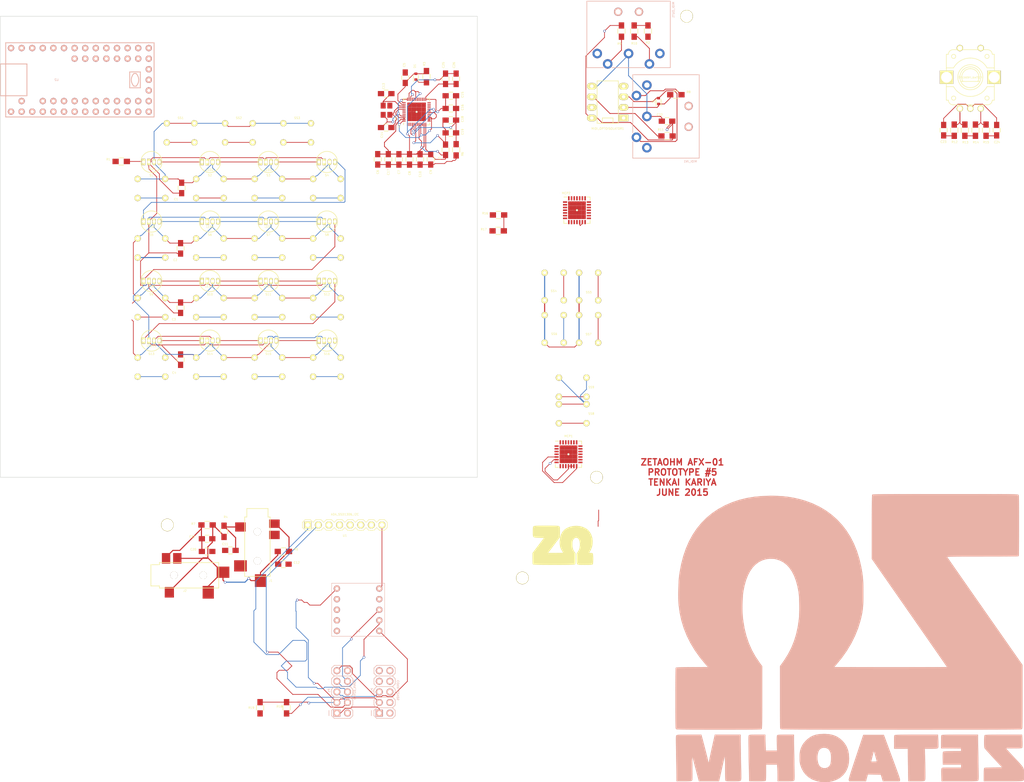
<source format=kicad_pcb>
(kicad_pcb (version 4) (host pcbnew "(2015-07-02 BZR 5871)-product")
  (layers (0 F.Cu signal) (31 B.Cu signal) (34 B.Paste user) (35 F.Paste user) (36 B.SilkS user) (37 F.SilkS user) (38 B.Mask user) (39 F.Mask user) (44 Edge.Cuts user))
  (net 0 "")
  (net 1 GND)
  (net 2 VCC)
  (net 3 "Net-(ENC1-Pad4)")
  (net 4 "Net-(LED1-Pad4)")
  (net 5 "Net-(MCP1-Pad1)")
  (net 6 "Net-(MCP1-Pad2)")
  (net 7 "Net-(MCP1-Pad3)")
  (net 8 "Net-(MCP1-Pad4)")
  (net 9 "Net-(MCP1-Pad17)")
  (net 10 "Net-(MCP1-Pad18)")
  (net 11 "Net-(MCP1-Pad19)")
  (net 12 "Net-(MCP1-Pad20)")
  (net 13 "Net-(MCP1-Pad21)")
  (net 14 "Net-(MCP1-Pad22)")
  (net 15 "Net-(MCP1-Pad23)")
  (net 16 "Net-(MCP1-Pad24)")
  (net 17 "Net-(MCP1-Pad25)")
  (net 18 "Net-(MCP1-Pad26)")
  (net 19 "Net-(MCP1-Pad27)")
  (net 20 "Net-(MCP1-Pad28)")
  (net 21 "Net-(MCP2-Pad17)")
  (net 22 "Net-(MCP2-Pad18)")
  (net 23 "Net-(MCP2-Pad19)")
  (net 24 "Net-(MCP2-Pad21)")
  (net 25 "Net-(MCP2-Pad22)")
  (net 26 "Net-(MCP2-Pad23)")
  (net 27 "Net-(MCP2-Pad25)")
  (net 28 "Net-(MCP2-Pad26)")
  (net 29 "Net-(MCP2-Pad27)")
  (net 30 "Net-(C11-Pad1)")
  (net 31 "Net-(ENC1-Pad1)")
  (net 32 "Net-(ENC1-Pad3)")
  (net 33 "Net-(LED1-Pad1)")
  (net 34 "Net-(MIDI_IN1-Pad4)")
  (net 35 "Net-(MIDI_OUT1-Pad4)")
  (net 36 "Net-(MIDI_OUT1-Pad5)")
  (net 37 AGND)
  (net 38 "Net-(LED2-Pad4)")
  (net 39 "Net-(LED3-Pad4)")
  (net 40 "Net-(LED4-Pad4)")
  (net 41 "Net-(LED5-Pad4)")
  (net 42 "Net-(LED10-Pad1)")
  (net 43 "Net-(LED10-Pad4)")
  (net 44 "Net-(LED11-Pad4)")
  (net 45 "Net-(LED12-Pad4)")
  (net 46 "Net-(LED13-Pad4)")
  (net 47 "Net-(LED14-Pad4)")
  (net 48 "Net-(LED15-Pad4)")
  (net 49 "Net-(C5-Pad1)")
  (net 50 "Net-(C11-Pad2)")
  (net 51 "Net-(C12-Pad1)")
  (net 52 "Net-(C12-Pad2)")
  (net 53 "Net-(C13-Pad1)")
  (net 54 "Net-(C14-Pad1)")
  (net 55 "Net-(C15-Pad2)")
  (net 56 "Net-(C20-Pad1)")
  (net 57 "Net-(C20-Pad2)")
  (net 58 /SwitchMatrix/ENCA)
  (net 59 /SwitchMatrix/ENCB)
  (net 60 "Net-(D2-Pad1)")
  (net 61 "Net-(D2-Pad2)")
  (net 62 /SwitchMatrix/SCL)
  (net 63 /SwitchMatrix/SDA)
  (net 64 /MidiConnectors/RX)
  (net 65 /30)
  (net 66 /29)
  (net 67 /25)
  (net 68 /24)
  (net 69 /22)
  (net 70 /15)
  (net 71 /20)
  (net 72 /12)
  (net 73 /11)
  (net 74 /10)
  (net 75 /6)
  (net 76 /3)
  (net 77 "/LED Matrix/LED_DIN")
  (net 78 "Net-(R2-Pad1)")
  (net 79 /SoundBoard/MIDIIN)
  (net 80 /26)
  (net 81 "Net-(C25-Pad1)")
  (net 82 /VIN)
  (net 83 /13)
  (net 84 /9)
  (net 85 /4)
  (net 86 /5)
  (net 87 "Net-(LED6-Pad4)")
  (net 88 "Net-(LED7-Pad4)")
  (net 89 "Net-(LED8-Pad4)")
  (module Mounting_Holes:MountingHole_4mm (layer F.Cu) (at 173.355 133.35)
    (fp_text reference REF** hide)
    (fp_text value MountingHole_4mm hide)
    (pad 1 thru_hole circle (at 0 0) (size 3 3) (drill 2.78) (layers *.Cu *.Mask F.SilkS))
  )
  (module Mounting_Holes:MountingHole_4mm (layer F.Cu) (at 155.575 157.48)
    (fp_text reference REF** hide)
    (fp_text value MountingHole_4mm hide)
    (pad 1 thru_hole circle (at 0 0) (size 3 3) (drill 2.78) (layers *.Cu *.Mask F.SilkS))
  )
  (module Mounting_Holes:MountingHole_4mm (layer F.Cu) (at 70.485 144.78)
    (fp_text reference REF** hide)
    (fp_text value MountingHole_4mm hide)
    (pad 1 thru_hole circle (at 0 0) (size 3 3) (drill 2.78) (layers *.Cu *.Mask F.SilkS))
  )
  (module Mounting_Holes:MountingHole_4mm (layer F.Cu) (at 194.945 22.86)
    (fp_text reference REF** hide)
    (fp_text value MountingHole_4mm hide)
    (pad 1 thru_hole circle (at 0 0) (size 3 3) (drill 2.78) (layers *.Cu *.Mask F.SilkS))
  )
  (module afx-01:Via (layer F.Cu) (at 168.656 69.342)
    (fp_text reference REF** hide)
    (fp_text value Via hide)
    (pad 1 thru_hole circle (at 0 0) (size 0.5 0.5) (drill 0.34) (layers *.Cu *.Mask F.SilkS))
  )
  (module afx-01:Via (layer F.Cu) (at 166.6113 127.8382)
    (fp_text reference REF** hide)
    (fp_text value Via hide)
    (pad 1 thru_hole circle (at 0 0) (size 0.5 0.5) (drill 0.34) (layers *.Cu *.Mask F.SilkS))
  )
  (module Capacitors_SMD:C_0805_HandSoldering (layer F.Cu) (at 122.936 49.53 180)
    (fp_text reference C14 (at 1.0287 -1.7653 270) (layer F.SilkS) (effects (font (size 0.5 0.5) (thickness 0.07))))
    (fp_text value 22pF)
    (pad 1 smd rect (at -1.25 0 180) (size 1.5 1.25) (layers F.Cu F.Paste F.Mask) (net 54 "Net-(C14-Pad1)"))
    (pad 2 smd rect (at 1.25 0 180) (size 1.5 1.25) (layers F.Cu F.Paste F.Mask) (net 1 GND))
  )
  (module Capacitors_SMD:C_0805_HandSoldering (layer F.Cu) (at 122.936 41.402 180)
    (fp_text reference C13 (at 0.6223 1.8034 270) (layer F.SilkS) (effects (font (size 0.5 0.5) (thickness 0.07))))
    (fp_text value 22pF)
    (pad 1 smd rect (at -1.25 0 180) (size 1.5 1.25) (layers F.Cu F.Paste F.Mask) (net 53 "Net-(C13-Pad1)"))
    (pad 2 smd rect (at 1.25 0 180) (size 1.5 1.25) (layers F.Cu F.Paste F.Mask) (net 1 GND))
  )
  (module afx-01:B3F-1050_6mm_Switch (layer F.Cu) (at 108.723 106.945)
    (fp_text reference S16 (at 0 -3.175) (layer F.SilkS) (effects (font (size 0.5 0.5) (thickness 0.07))))
    (fp_text value DPST_Switch hide)
    (pad 3 thru_hole circle (at 3.302 -2.286) (size 1.524 1.524) (drill 0.762) (layers *.Cu *.Mask F.SilkS) (net 1 GND))
    (pad 4 thru_hole circle (at -3.302 -2.286) (size 1.524 1.524) (drill 0.762) (layers *.Cu *.Mask F.SilkS) (net 1 GND))
    (pad 2 thru_hole circle (at -3.302 2.286) (size 1.524 1.524) (drill 0.762) (layers *.Cu *.Mask F.SilkS) (net 8 "Net-(MCP1-Pad4)"))
    (pad 1 thru_hole circle (at 3.302 2.286) (size 1.524 1.524) (drill 0.762) (layers *.Cu *.Mask F.SilkS) (net 8 "Net-(MCP1-Pad4)"))
  )
  (module afx-01:B3F-1050_6mm_Switch (layer F.Cu) (at 94.707 106.945)
    (fp_text reference S15 (at 0 -3.175) (layer F.SilkS) (effects (font (size 0.5 0.5) (thickness 0.07))))
    (fp_text value DPST_Switch hide)
    (pad 3 thru_hole circle (at 3.302 -2.286) (size 1.524 1.524) (drill 0.762) (layers *.Cu *.Mask F.SilkS) (net 1 GND))
    (pad 4 thru_hole circle (at -3.302 -2.286) (size 1.524 1.524) (drill 0.762) (layers *.Cu *.Mask F.SilkS) (net 1 GND))
    (pad 2 thru_hole circle (at -3.302 2.286) (size 1.524 1.524) (drill 0.762) (layers *.Cu *.Mask F.SilkS) (net 20 "Net-(MCP1-Pad28)"))
    (pad 1 thru_hole circle (at 3.302 2.286) (size 1.524 1.524) (drill 0.762) (layers *.Cu *.Mask F.SilkS) (net 20 "Net-(MCP1-Pad28)"))
  )
  (module afx-01:B3F-1050_6mm_Switch (layer F.Cu) (at 80.691 106.945)
    (fp_text reference S14 (at 0 -3.175) (layer F.SilkS) (effects (font (size 0.5 0.5) (thickness 0.07))))
    (fp_text value DPST_Switch hide)
    (pad 3 thru_hole circle (at 3.302 -2.286) (size 1.524 1.524) (drill 0.762) (layers *.Cu *.Mask F.SilkS) (net 1 GND))
    (pad 4 thru_hole circle (at -3.302 -2.286) (size 1.524 1.524) (drill 0.762) (layers *.Cu *.Mask F.SilkS) (net 1 GND))
    (pad 2 thru_hole circle (at -3.302 2.286) (size 1.524 1.524) (drill 0.762) (layers *.Cu *.Mask F.SilkS) (net 16 "Net-(MCP1-Pad24)"))
    (pad 1 thru_hole circle (at 3.302 2.286) (size 1.524 1.524) (drill 0.762) (layers *.Cu *.Mask F.SilkS) (net 16 "Net-(MCP1-Pad24)"))
  )
  (module afx-01:B3F-1050_6mm_Switch (layer F.Cu) (at 66.675 106.945)
    (fp_text reference S13 (at 0 -3.175) (layer F.SilkS) (effects (font (size 0.5 0.5) (thickness 0.07))))
    (fp_text value DPST_Switch hide)
    (pad 3 thru_hole circle (at 3.302 -2.286) (size 1.524 1.524) (drill 0.762) (layers *.Cu *.Mask F.SilkS) (net 1 GND))
    (pad 4 thru_hole circle (at -3.302 -2.286) (size 1.524 1.524) (drill 0.762) (layers *.Cu *.Mask F.SilkS) (net 1 GND))
    (pad 2 thru_hole circle (at -3.302 2.286) (size 1.524 1.524) (drill 0.762) (layers *.Cu *.Mask F.SilkS) (net 12 "Net-(MCP1-Pad20)"))
    (pad 1 thru_hole circle (at 3.302 2.286) (size 1.524 1.524) (drill 0.762) (layers *.Cu *.Mask F.SilkS) (net 12 "Net-(MCP1-Pad20)"))
  )
  (module afx-01:B3F-1050_6mm_Switch (layer F.Cu) (at 108.723 92.675)
    (fp_text reference S12 (at 0 -3.175) (layer F.SilkS) (effects (font (size 0.5 0.5) (thickness 0.07))))
    (fp_text value DPST_Switch hide)
    (pad 3 thru_hole circle (at 3.302 -2.286) (size 1.524 1.524) (drill 0.762) (layers *.Cu *.Mask F.SilkS) (net 1 GND))
    (pad 4 thru_hole circle (at -3.302 -2.286) (size 1.524 1.524) (drill 0.762) (layers *.Cu *.Mask F.SilkS) (net 1 GND))
    (pad 2 thru_hole circle (at -3.302 2.286) (size 1.524 1.524) (drill 0.762) (layers *.Cu *.Mask F.SilkS) (net 7 "Net-(MCP1-Pad3)"))
    (pad 1 thru_hole circle (at 3.302 2.286) (size 1.524 1.524) (drill 0.762) (layers *.Cu *.Mask F.SilkS) (net 7 "Net-(MCP1-Pad3)"))
  )
  (module afx-01:B3F-1050_6mm_Switch (layer F.Cu) (at 94.707 92.675)
    (fp_text reference S11 (at 0 -3.175) (layer F.SilkS) (effects (font (size 0.5 0.5) (thickness 0.07))))
    (fp_text value DPST_Switch hide)
    (pad 3 thru_hole circle (at 3.302 -2.286) (size 1.524 1.524) (drill 0.762) (layers *.Cu *.Mask F.SilkS) (net 1 GND))
    (pad 4 thru_hole circle (at -3.302 -2.286) (size 1.524 1.524) (drill 0.762) (layers *.Cu *.Mask F.SilkS) (net 1 GND))
    (pad 2 thru_hole circle (at -3.302 2.286) (size 1.524 1.524) (drill 0.762) (layers *.Cu *.Mask F.SilkS) (net 19 "Net-(MCP1-Pad27)"))
    (pad 1 thru_hole circle (at 3.302 2.286) (size 1.524 1.524) (drill 0.762) (layers *.Cu *.Mask F.SilkS) (net 19 "Net-(MCP1-Pad27)"))
  )
  (module afx-01:B3F-1050_6mm_Switch (layer F.Cu) (at 80.691 92.675)
    (fp_text reference S10 (at 0 -3.175) (layer F.SilkS) (effects (font (size 0.5 0.5) (thickness 0.07))))
    (fp_text value DPST_Switch hide)
    (pad 3 thru_hole circle (at 3.302 -2.286) (size 1.524 1.524) (drill 0.762) (layers *.Cu *.Mask F.SilkS) (net 1 GND))
    (pad 4 thru_hole circle (at -3.302 -2.286) (size 1.524 1.524) (drill 0.762) (layers *.Cu *.Mask F.SilkS) (net 1 GND))
    (pad 2 thru_hole circle (at -3.302 2.286) (size 1.524 1.524) (drill 0.762) (layers *.Cu *.Mask F.SilkS) (net 15 "Net-(MCP1-Pad23)"))
    (pad 1 thru_hole circle (at 3.302 2.286) (size 1.524 1.524) (drill 0.762) (layers *.Cu *.Mask F.SilkS) (net 15 "Net-(MCP1-Pad23)"))
  )
  (module afx-01:B3F-1050_6mm_Switch (layer F.Cu) (at 66.675 92.675)
    (fp_text reference S9 (at 0 -3.175) (layer F.SilkS) (effects (font (size 0.5 0.5) (thickness 0.07))))
    (fp_text value DPST_Switch hide)
    (pad 3 thru_hole circle (at 3.302 -2.286) (size 1.524 1.524) (drill 0.762) (layers *.Cu *.Mask F.SilkS) (net 1 GND))
    (pad 4 thru_hole circle (at -3.302 -2.286) (size 1.524 1.524) (drill 0.762) (layers *.Cu *.Mask F.SilkS) (net 1 GND))
    (pad 2 thru_hole circle (at -3.302 2.286) (size 1.524 1.524) (drill 0.762) (layers *.Cu *.Mask F.SilkS) (net 11 "Net-(MCP1-Pad19)"))
    (pad 1 thru_hole circle (at 3.302 2.286) (size 1.524 1.524) (drill 0.762) (layers *.Cu *.Mask F.SilkS) (net 11 "Net-(MCP1-Pad19)"))
  )
  (module afx-01:B3F-1050_6mm_Switch (layer F.Cu) (at 108.723 78.405)
    (fp_text reference S8 (at 0 -3.175) (layer F.SilkS) (effects (font (size 0.5 0.5) (thickness 0.07))))
    (fp_text value DPST_Switch hide)
    (pad 3 thru_hole circle (at 3.302 -2.286) (size 1.524 1.524) (drill 0.762) (layers *.Cu *.Mask F.SilkS) (net 1 GND))
    (pad 4 thru_hole circle (at -3.302 -2.286) (size 1.524 1.524) (drill 0.762) (layers *.Cu *.Mask F.SilkS) (net 1 GND))
    (pad 2 thru_hole circle (at -3.302 2.286) (size 1.524 1.524) (drill 0.762) (layers *.Cu *.Mask F.SilkS) (net 6 "Net-(MCP1-Pad2)"))
    (pad 1 thru_hole circle (at 3.302 2.286) (size 1.524 1.524) (drill 0.762) (layers *.Cu *.Mask F.SilkS) (net 6 "Net-(MCP1-Pad2)"))
  )
  (module afx-01:B3F-1050_6mm_Switch (layer F.Cu) (at 94.707 78.405)
    (fp_text reference S7 (at 0 -3.175) (layer F.SilkS) (effects (font (size 0.5 0.5) (thickness 0.07))))
    (fp_text value DPST_Switch hide)
    (pad 3 thru_hole circle (at 3.302 -2.286) (size 1.524 1.524) (drill 0.762) (layers *.Cu *.Mask F.SilkS) (net 1 GND))
    (pad 4 thru_hole circle (at -3.302 -2.286) (size 1.524 1.524) (drill 0.762) (layers *.Cu *.Mask F.SilkS) (net 1 GND))
    (pad 2 thru_hole circle (at -3.302 2.286) (size 1.524 1.524) (drill 0.762) (layers *.Cu *.Mask F.SilkS) (net 18 "Net-(MCP1-Pad26)"))
    (pad 1 thru_hole circle (at 3.302 2.286) (size 1.524 1.524) (drill 0.762) (layers *.Cu *.Mask F.SilkS) (net 18 "Net-(MCP1-Pad26)"))
  )
  (module afx-01:B3F-1050_6mm_Switch (layer F.Cu) (at 80.691 78.405)
    (fp_text reference S6 (at 0 -3.175) (layer F.SilkS) (effects (font (size 0.5 0.5) (thickness 0.07))))
    (fp_text value DPST_Switch hide)
    (pad 3 thru_hole circle (at 3.302 -2.286) (size 1.524 1.524) (drill 0.762) (layers *.Cu *.Mask F.SilkS) (net 1 GND))
    (pad 4 thru_hole circle (at -3.302 -2.286) (size 1.524 1.524) (drill 0.762) (layers *.Cu *.Mask F.SilkS) (net 1 GND))
    (pad 2 thru_hole circle (at -3.302 2.286) (size 1.524 1.524) (drill 0.762) (layers *.Cu *.Mask F.SilkS) (net 14 "Net-(MCP1-Pad22)"))
    (pad 1 thru_hole circle (at 3.302 2.286) (size 1.524 1.524) (drill 0.762) (layers *.Cu *.Mask F.SilkS) (net 14 "Net-(MCP1-Pad22)"))
  )
  (module afx-01:B3F-1050_6mm_Switch (layer F.Cu) (at 66.675 78.405)
    (fp_text reference S5 (at 0 -3.175) (layer F.SilkS) (effects (font (size 0.5 0.5) (thickness 0.07))))
    (fp_text value DPST_Switch hide)
    (pad 3 thru_hole circle (at 3.302 -2.286) (size 1.524 1.524) (drill 0.762) (layers *.Cu *.Mask F.SilkS) (net 1 GND))
    (pad 4 thru_hole circle (at -3.302 -2.286) (size 1.524 1.524) (drill 0.762) (layers *.Cu *.Mask F.SilkS) (net 1 GND))
    (pad 2 thru_hole circle (at -3.302 2.286) (size 1.524 1.524) (drill 0.762) (layers *.Cu *.Mask F.SilkS) (net 10 "Net-(MCP1-Pad18)"))
    (pad 1 thru_hole circle (at 3.302 2.286) (size 1.524 1.524) (drill 0.762) (layers *.Cu *.Mask F.SilkS) (net 10 "Net-(MCP1-Pad18)"))
  )
  (module afx-01:B3F-1050_6mm_Switch (layer F.Cu) (at 108.723 64.135)
    (fp_text reference S4 (at 0 -3.175) (layer F.SilkS) (effects (font (size 0.5 0.5) (thickness 0.07))))
    (fp_text value DPST_Switch hide)
    (pad 3 thru_hole circle (at 3.302 -2.286) (size 1.524 1.524) (drill 0.762) (layers *.Cu *.Mask F.SilkS) (net 1 GND))
    (pad 4 thru_hole circle (at -3.302 -2.286) (size 1.524 1.524) (drill 0.762) (layers *.Cu *.Mask F.SilkS) (net 1 GND))
    (pad 2 thru_hole circle (at -3.302 2.286) (size 1.524 1.524) (drill 0.762) (layers *.Cu *.Mask F.SilkS) (net 5 "Net-(MCP1-Pad1)"))
    (pad 1 thru_hole circle (at 3.302 2.286) (size 1.524 1.524) (drill 0.762) (layers *.Cu *.Mask F.SilkS) (net 5 "Net-(MCP1-Pad1)"))
  )
  (module afx-01:B3F-1050_6mm_Switch (layer F.Cu) (at 94.707 64.135)
    (fp_text reference S3 (at 0 -3.175) (layer F.SilkS) (effects (font (size 0.5 0.5) (thickness 0.07))))
    (fp_text value DPST_Switch hide)
    (pad 3 thru_hole circle (at 3.302 -2.286) (size 1.524 1.524) (drill 0.762) (layers *.Cu *.Mask F.SilkS) (net 1 GND))
    (pad 4 thru_hole circle (at -3.302 -2.286) (size 1.524 1.524) (drill 0.762) (layers *.Cu *.Mask F.SilkS) (net 1 GND))
    (pad 2 thru_hole circle (at -3.302 2.286) (size 1.524 1.524) (drill 0.762) (layers *.Cu *.Mask F.SilkS) (net 17 "Net-(MCP1-Pad25)"))
    (pad 1 thru_hole circle (at 3.302 2.286) (size 1.524 1.524) (drill 0.762) (layers *.Cu *.Mask F.SilkS) (net 17 "Net-(MCP1-Pad25)"))
  )
  (module afx-01:B3F-1050_6mm_Switch (layer F.Cu) (at 80.691 64.135)
    (fp_text reference S2 (at 0 -3.175) (layer F.SilkS) (effects (font (size 0.5 0.5) (thickness 0.07))))
    (fp_text value DPST_Switch hide)
    (pad 3 thru_hole circle (at 3.302 -2.286) (size 1.524 1.524) (drill 0.762) (layers *.Cu *.Mask F.SilkS) (net 1 GND))
    (pad 4 thru_hole circle (at -3.302 -2.286) (size 1.524 1.524) (drill 0.762) (layers *.Cu *.Mask F.SilkS) (net 1 GND))
    (pad 2 thru_hole circle (at -3.302 2.286) (size 1.524 1.524) (drill 0.762) (layers *.Cu *.Mask F.SilkS) (net 13 "Net-(MCP1-Pad21)"))
    (pad 1 thru_hole circle (at 3.302 2.286) (size 1.524 1.524) (drill 0.762) (layers *.Cu *.Mask F.SilkS) (net 13 "Net-(MCP1-Pad21)"))
  )
  (module afx-01:WS2811_5mm_ThroughHole (layer F.Cu) (at 108.723 100.595)
    (fp_text reference LED16 (at 0 1.27) (layer F.SilkS) (effects (font (size 0.5 0.5) (thickness 0.07))))
    (fp_text value WS2812b)
    (pad 1 thru_hole rect (at -1.905 0) (size 0.85 1.5) (drill 0.7) (layers *.Cu *.Mask F.SilkS) (net 48 "Net-(LED15-Pad4)"))
    (pad 2 thru_hole rect (at -0.635 0) (size 0.85 1.5) (drill 0.7) (layers *.Cu *.Mask F.SilkS) (net 2 VCC))
    (pad 3 thru_hole oval (at 0.635 0) (size 0.85 1.5) (drill 0.7) (layers *.Cu *.Mask F.SilkS) (net 1 GND))
    (pad 4 thru_hole oval (at 1.905 0) (size 0.85 1.5) (drill 0.7) (layers *.Cu *.Mask F.SilkS))
  )
  (module afx-01:WS2811_5mm_ThroughHole (layer F.Cu) (at 94.707 100.595)
    (fp_text reference LED15 (at 0 1.27) (layer F.SilkS) (effects (font (size 0.5 0.5) (thickness 0.07))))
    (fp_text value WS2812b)
    (pad 1 thru_hole rect (at -1.905 0) (size 0.85 1.5) (drill 0.7) (layers *.Cu *.Mask F.SilkS) (net 47 "Net-(LED14-Pad4)"))
    (pad 2 thru_hole rect (at -0.635 0) (size 0.85 1.5) (drill 0.7) (layers *.Cu *.Mask F.SilkS) (net 2 VCC))
    (pad 3 thru_hole oval (at 0.635 0) (size 0.85 1.5) (drill 0.7) (layers *.Cu *.Mask F.SilkS) (net 1 GND))
    (pad 4 thru_hole oval (at 1.905 0) (size 0.85 1.5) (drill 0.7) (layers *.Cu *.Mask F.SilkS) (net 48 "Net-(LED15-Pad4)"))
  )
  (module afx-01:WS2811_5mm_ThroughHole (layer F.Cu) (at 80.691 100.595)
    (fp_text reference LED14 (at 0 1.27) (layer F.SilkS) (effects (font (size 0.5 0.5) (thickness 0.07))))
    (fp_text value WS2812b)
    (pad 1 thru_hole rect (at -1.905 0) (size 0.85 1.5) (drill 0.7) (layers *.Cu *.Mask F.SilkS) (net 46 "Net-(LED13-Pad4)"))
    (pad 2 thru_hole rect (at -0.635 0) (size 0.85 1.5) (drill 0.7) (layers *.Cu *.Mask F.SilkS) (net 2 VCC))
    (pad 3 thru_hole oval (at 0.635 0) (size 0.85 1.5) (drill 0.7) (layers *.Cu *.Mask F.SilkS) (net 1 GND))
    (pad 4 thru_hole oval (at 1.905 0) (size 0.85 1.5) (drill 0.7) (layers *.Cu *.Mask F.SilkS) (net 47 "Net-(LED14-Pad4)"))
  )
  (module afx-01:WS2811_5mm_ThroughHole (layer F.Cu) (at 66.675 100.595)
    (fp_text reference LED13 (at 0 1.27) (layer F.SilkS) (effects (font (size 0.5 0.5) (thickness 0.07))))
    (fp_text value WS2812b)
    (pad 1 thru_hole rect (at -1.905 0) (size 0.85 1.5) (drill 0.7) (layers *.Cu *.Mask F.SilkS) (net 45 "Net-(LED12-Pad4)"))
    (pad 2 thru_hole rect (at -0.635 0) (size 0.85 1.5) (drill 0.7) (layers *.Cu *.Mask F.SilkS) (net 2 VCC))
    (pad 3 thru_hole oval (at 0.635 0) (size 0.85 1.5) (drill 0.7) (layers *.Cu *.Mask F.SilkS) (net 1 GND))
    (pad 4 thru_hole oval (at 1.905 0) (size 0.85 1.5) (drill 0.7) (layers *.Cu *.Mask F.SilkS) (net 46 "Net-(LED13-Pad4)"))
  )
  (module afx-01:WS2811_5mm_ThroughHole (layer F.Cu) (at 108.723 86.325)
    (fp_text reference LED12 (at 0 1.27) (layer F.SilkS) (effects (font (size 0.5 0.5) (thickness 0.07))))
    (fp_text value WS2812b)
    (pad 1 thru_hole rect (at -1.905 0) (size 0.85 1.5) (drill 0.7) (layers *.Cu *.Mask F.SilkS) (net 44 "Net-(LED11-Pad4)"))
    (pad 2 thru_hole rect (at -0.635 0) (size 0.85 1.5) (drill 0.7) (layers *.Cu *.Mask F.SilkS) (net 2 VCC))
    (pad 3 thru_hole oval (at 0.635 0) (size 0.85 1.5) (drill 0.7) (layers *.Cu *.Mask F.SilkS) (net 1 GND))
    (pad 4 thru_hole oval (at 1.905 0) (size 0.85 1.5) (drill 0.7) (layers *.Cu *.Mask F.SilkS) (net 45 "Net-(LED12-Pad4)"))
  )
  (module afx-01:WS2811_5mm_ThroughHole (layer F.Cu) (at 94.707 86.325)
    (fp_text reference LED11 (at 0 1.27) (layer F.SilkS) (effects (font (size 0.5 0.5) (thickness 0.07))))
    (fp_text value WS2812b)
    (pad 1 thru_hole rect (at -1.905 0) (size 0.85 1.5) (drill 0.7) (layers *.Cu *.Mask F.SilkS) (net 43 "Net-(LED10-Pad4)"))
    (pad 2 thru_hole rect (at -0.635 0) (size 0.85 1.5) (drill 0.7) (layers *.Cu *.Mask F.SilkS) (net 2 VCC))
    (pad 3 thru_hole oval (at 0.635 0) (size 0.85 1.5) (drill 0.7) (layers *.Cu *.Mask F.SilkS) (net 1 GND))
    (pad 4 thru_hole oval (at 1.905 0) (size 0.85 1.5) (drill 0.7) (layers *.Cu *.Mask F.SilkS) (net 44 "Net-(LED11-Pad4)"))
  )
  (module afx-01:WS2811_5mm_ThroughHole (layer F.Cu) (at 80.691 86.325)
    (fp_text reference LED10 (at 0 1.27) (layer F.SilkS) (effects (font (size 0.5 0.5) (thickness 0.07))))
    (fp_text value WS2812b)
    (pad 1 thru_hole rect (at -1.905 0) (size 0.85 1.5) (drill 0.7) (layers *.Cu *.Mask F.SilkS) (net 42 "Net-(LED10-Pad1)"))
    (pad 2 thru_hole rect (at -0.635 0) (size 0.85 1.5) (drill 0.7) (layers *.Cu *.Mask F.SilkS) (net 2 VCC))
    (pad 3 thru_hole oval (at 0.635 0) (size 0.85 1.5) (drill 0.7) (layers *.Cu *.Mask F.SilkS) (net 1 GND))
    (pad 4 thru_hole oval (at 1.905 0) (size 0.85 1.5) (drill 0.7) (layers *.Cu *.Mask F.SilkS) (net 43 "Net-(LED10-Pad4)"))
  )
  (module afx-01:WS2811_5mm_ThroughHole (layer F.Cu) (at 66.675 86.325)
    (fp_text reference LED9 (at 0 1.27) (layer F.SilkS) (effects (font (size 0.5 0.5) (thickness 0.07))))
    (fp_text value WS2812b)
    (pad 1 thru_hole rect (at -1.905 0) (size 0.85 1.5) (drill 0.7) (layers *.Cu *.Mask F.SilkS) (net 89 "Net-(LED8-Pad4)"))
    (pad 2 thru_hole rect (at -0.635 0) (size 0.85 1.5) (drill 0.7) (layers *.Cu *.Mask F.SilkS) (net 2 VCC))
    (pad 3 thru_hole oval (at 0.635 0) (size 0.85 1.5) (drill 0.7) (layers *.Cu *.Mask F.SilkS) (net 1 GND))
    (pad 4 thru_hole oval (at 1.905 0) (size 0.85 1.5) (drill 0.7) (layers *.Cu *.Mask F.SilkS) (net 42 "Net-(LED10-Pad1)"))
  )
  (module afx-01:WS2811_5mm_ThroughHole (layer F.Cu) (at 108.723 72.055)
    (fp_text reference LED8 (at 0 1.27) (layer F.SilkS) (effects (font (size 0.5 0.5) (thickness 0.07))))
    (fp_text value WS2812b)
    (pad 1 thru_hole rect (at -1.905 0) (size 0.85 1.5) (drill 0.7) (layers *.Cu *.Mask F.SilkS) (net 88 "Net-(LED7-Pad4)"))
    (pad 2 thru_hole rect (at -0.635 0) (size 0.85 1.5) (drill 0.7) (layers *.Cu *.Mask F.SilkS) (net 2 VCC))
    (pad 3 thru_hole oval (at 0.635 0) (size 0.85 1.5) (drill 0.7) (layers *.Cu *.Mask F.SilkS) (net 1 GND))
    (pad 4 thru_hole oval (at 1.905 0) (size 0.85 1.5) (drill 0.7) (layers *.Cu *.Mask F.SilkS) (net 89 "Net-(LED8-Pad4)"))
  )
  (module afx-01:WS2811_5mm_ThroughHole (layer F.Cu) (at 94.707 72.055)
    (fp_text reference LED7 (at 0 1.27) (layer F.SilkS) (effects (font (size 0.5 0.5) (thickness 0.07))))
    (fp_text value WS2812b)
    (pad 1 thru_hole rect (at -1.905 0) (size 0.85 1.5) (drill 0.7) (layers *.Cu *.Mask F.SilkS) (net 87 "Net-(LED6-Pad4)"))
    (pad 2 thru_hole rect (at -0.635 0) (size 0.85 1.5) (drill 0.7) (layers *.Cu *.Mask F.SilkS) (net 2 VCC))
    (pad 3 thru_hole oval (at 0.635 0) (size 0.85 1.5) (drill 0.7) (layers *.Cu *.Mask F.SilkS) (net 1 GND))
    (pad 4 thru_hole oval (at 1.905 0) (size 0.85 1.5) (drill 0.7) (layers *.Cu *.Mask F.SilkS) (net 88 "Net-(LED7-Pad4)"))
  )
  (module afx-01:WS2811_5mm_ThroughHole (layer F.Cu) (at 80.691 72.055)
    (fp_text reference LED6 (at 0 1.27) (layer F.SilkS) (effects (font (size 0.5 0.5) (thickness 0.07))))
    (fp_text value WS2812b)
    (pad 1 thru_hole rect (at -1.905 0) (size 0.85 1.5) (drill 0.7) (layers *.Cu *.Mask F.SilkS) (net 41 "Net-(LED5-Pad4)"))
    (pad 2 thru_hole rect (at -0.635 0) (size 0.85 1.5) (drill 0.7) (layers *.Cu *.Mask F.SilkS) (net 2 VCC))
    (pad 3 thru_hole oval (at 0.635 0) (size 0.85 1.5) (drill 0.7) (layers *.Cu *.Mask F.SilkS) (net 1 GND))
    (pad 4 thru_hole oval (at 1.905 0) (size 0.85 1.5) (drill 0.7) (layers *.Cu *.Mask F.SilkS) (net 87 "Net-(LED6-Pad4)"))
  )
  (module afx-01:WS2811_5mm_ThroughHole (layer F.Cu) (at 66.675 72.055)
    (fp_text reference LED5 (at 0 1.27) (layer F.SilkS) (effects (font (size 0.5 0.5) (thickness 0.07))))
    (fp_text value WS2812b)
    (pad 1 thru_hole rect (at -1.905 0) (size 0.85 1.5) (drill 0.7) (layers *.Cu *.Mask F.SilkS) (net 40 "Net-(LED4-Pad4)"))
    (pad 2 thru_hole rect (at -0.635 0) (size 0.85 1.5) (drill 0.7) (layers *.Cu *.Mask F.SilkS) (net 2 VCC))
    (pad 3 thru_hole oval (at 0.635 0) (size 0.85 1.5) (drill 0.7) (layers *.Cu *.Mask F.SilkS) (net 1 GND))
    (pad 4 thru_hole oval (at 1.905 0) (size 0.85 1.5) (drill 0.7) (layers *.Cu *.Mask F.SilkS) (net 41 "Net-(LED5-Pad4)"))
  )
  (module afx-01:WS2811_5mm_ThroughHole (layer F.Cu) (at 108.723 57.785)
    (fp_text reference LED4 (at 0 1.27) (layer F.SilkS) (effects (font (size 0.5 0.5) (thickness 0.07))))
    (fp_text value WS2812b)
    (pad 1 thru_hole rect (at -1.905 0) (size 0.85 1.5) (drill 0.7) (layers *.Cu *.Mask F.SilkS) (net 39 "Net-(LED3-Pad4)"))
    (pad 2 thru_hole rect (at -0.635 0) (size 0.85 1.5) (drill 0.7) (layers *.Cu *.Mask F.SilkS) (net 2 VCC))
    (pad 3 thru_hole oval (at 0.635 0) (size 0.85 1.5) (drill 0.7) (layers *.Cu *.Mask F.SilkS) (net 1 GND))
    (pad 4 thru_hole oval (at 1.905 0) (size 0.85 1.5) (drill 0.7) (layers *.Cu *.Mask F.SilkS) (net 40 "Net-(LED4-Pad4)"))
  )
  (module afx-01:WS2811_5mm_ThroughHole (layer F.Cu) (at 94.707 57.785)
    (fp_text reference LED3 (at -0.092 1.905) (layer F.SilkS) (effects (font (size 0.5 0.5) (thickness 0.07))))
    (fp_text value WS2812b)
    (pad 1 thru_hole rect (at -1.905 0) (size 0.85 1.5) (drill 0.7) (layers *.Cu *.Mask F.SilkS) (net 38 "Net-(LED2-Pad4)"))
    (pad 2 thru_hole rect (at -0.635 0) (size 0.85 1.5) (drill 0.7) (layers *.Cu *.Mask F.SilkS) (net 2 VCC))
    (pad 3 thru_hole oval (at 0.635 0) (size 0.85 1.5) (drill 0.7) (layers *.Cu *.Mask F.SilkS) (net 1 GND))
    (pad 4 thru_hole oval (at 1.905 0) (size 0.85 1.5) (drill 0.7) (layers *.Cu *.Mask F.SilkS) (net 39 "Net-(LED3-Pad4)"))
  )
  (module afx-01:WS2811_5mm_ThroughHole (layer F.Cu) (at 80.691 57.785)
    (fp_text reference LED2 (at -0.046 1.905) (layer F.SilkS) (effects (font (size 0.5 0.5) (thickness 0.07))))
    (fp_text value WS2812b)
    (pad 1 thru_hole rect (at -1.905 0) (size 0.85 1.5) (drill 0.7) (layers *.Cu *.Mask F.SilkS) (net 4 "Net-(LED1-Pad4)"))
    (pad 2 thru_hole rect (at -0.635 0) (size 0.85 1.5) (drill 0.7) (layers *.Cu *.Mask F.SilkS) (net 2 VCC))
    (pad 3 thru_hole oval (at 0.635 0) (size 0.85 1.5) (drill 0.7) (layers *.Cu *.Mask F.SilkS) (net 1 GND))
    (pad 4 thru_hole oval (at 1.905 0) (size 0.85 1.5) (drill 0.7) (layers *.Cu *.Mask F.SilkS) (net 38 "Net-(LED2-Pad4)"))
  )
  (module Connect:SDS-50J (layer B.Cu) (at 185.42 39.37 270)
    (fp_text reference MIDI_IN1 (at 18.288 -10.414 540) (layer B.SilkS) (effects (font (size 0.5 0.5) (thickness 0.07)) (justify mirror)))
    (fp_text value MIDI_CONN_FEMALE)
    (pad 4 thru_hole circle (at 2.5 2.5 90) (size 2.3 2.3) (drill 1.3) (layers *.Cu *.Mask) (net 34 "Net-(MIDI_IN1-Pad4)"))
    (pad "" thru_hole circle (at 10 -10 90) (size 2 2) (drill 1.3) (layers *.Cu *.Mask B.SilkS))
    (pad 1 thru_hole circle (at 0 0 90) (size 2.3 2.3) (drill 1.3) (layers *.Cu *.Mask))
    (pad 2 thru_hole circle (at 7.5 0 90) (size 2.3 2.3) (drill 1.3) (layers *.Cu *.Mask) (net 1 GND))
    (pad 3 thru_hole circle (at 15 0 90) (size 2.3 2.3) (drill 1.3) (layers *.Cu *.Mask))
    (pad 5 thru_hole circle (at 12.5 2.5 90) (size 2.3 2.3) (drill 1.3) (layers *.Cu *.Mask) (net 60 "Net-(D2-Pad1)"))
    (pad "" thru_hole circle (at 5 -10 90) (size 2 2) (drill 1.3) (layers *.Cu *.Mask B.SilkS))
  )
  (module afx-01:B3F-1050_6mm_Switch (layer F.Cu) (at 167.64 111.76)
    (fp_text reference SS9 (at 4.445 0) (layer F.SilkS) (effects (font (size 0.5 0.5) (thickness 0.07))))
    (fp_text value DPST_Switch hide)
    (pad 3 thru_hole circle (at 3.302 -2.286) (size 1.524 1.524) (drill 0.762) (layers *.Cu *.Mask F.SilkS) (net 1 GND))
    (pad 4 thru_hole circle (at -3.302 -2.286) (size 1.524 1.524) (drill 0.762) (layers *.Cu *.Mask F.SilkS) (net 1 GND))
    (pad 2 thru_hole circle (at -3.302 2.286) (size 1.524 1.524) (drill 0.762) (layers *.Cu *.Mask F.SilkS) (net 29 "Net-(MCP2-Pad27)"))
    (pad 1 thru_hole circle (at 3.302 2.286) (size 1.524 1.524) (drill 0.762) (layers *.Cu *.Mask F.SilkS) (net 29 "Net-(MCP2-Pad27)"))
  )
  (module afx-01:B3F-1050_6mm_Switch (layer F.Cu) (at 167.64 118.11)
    (fp_text reference SS8 (at 4.445 0) (layer F.SilkS) (effects (font (size 0.5 0.5) (thickness 0.07))))
    (fp_text value DPST_Switch hide)
    (pad 3 thru_hole circle (at 3.302 -2.286) (size 1.524 1.524) (drill 0.762) (layers *.Cu *.Mask F.SilkS) (net 1 GND))
    (pad 4 thru_hole circle (at -3.302 -2.286) (size 1.524 1.524) (drill 0.762) (layers *.Cu *.Mask F.SilkS) (net 1 GND))
    (pad 2 thru_hole circle (at -3.302 2.286) (size 1.524 1.524) (drill 0.762) (layers *.Cu *.Mask F.SilkS) (net 26 "Net-(MCP2-Pad23)"))
    (pad 1 thru_hole circle (at 3.302 2.286) (size 1.524 1.524) (drill 0.762) (layers *.Cu *.Mask F.SilkS) (net 26 "Net-(MCP2-Pad23)"))
  )
  (module afx-01:B3F-1050_6mm_Switch (layer F.Cu) (at 171.45 97.79 90)
    (fp_text reference SS7 (at -1.27 -0.0127 180) (layer F.SilkS) (effects (font (size 0.5 0.5) (thickness 0.07))))
    (fp_text value DPST_Switch hide)
    (pad 3 thru_hole circle (at 3.302 -2.286 90) (size 1.524 1.524) (drill 0.762) (layers *.Cu *.Mask F.SilkS) (net 1 GND))
    (pad 4 thru_hole circle (at -3.302 -2.286 90) (size 1.524 1.524) (drill 0.762) (layers *.Cu *.Mask F.SilkS) (net 1 GND))
    (pad 2 thru_hole circle (at -3.302 2.286 90) (size 1.524 1.524) (drill 0.762) (layers *.Cu *.Mask F.SilkS) (net 23 "Net-(MCP2-Pad19)"))
    (pad 1 thru_hole circle (at 3.302 2.286 90) (size 1.524 1.524) (drill 0.762) (layers *.Cu *.Mask F.SilkS) (net 23 "Net-(MCP2-Pad19)"))
  )
  (module afx-01:B3F-1050_6mm_Switch (layer F.Cu) (at 163.195 97.79 90)
    (fp_text reference SS6 (at -1.2065 0.0127 180) (layer F.SilkS) (effects (font (size 0.5 0.5) (thickness 0.07))))
    (fp_text value DPST_Switch hide)
    (pad 3 thru_hole circle (at 3.302 -2.286 90) (size 1.524 1.524) (drill 0.762) (layers *.Cu *.Mask F.SilkS) (net 1 GND))
    (pad 4 thru_hole circle (at -3.302 -2.286 90) (size 1.524 1.524) (drill 0.762) (layers *.Cu *.Mask F.SilkS) (net 1 GND))
    (pad 2 thru_hole circle (at -3.302 2.286 90) (size 1.524 1.524) (drill 0.762) (layers *.Cu *.Mask F.SilkS) (net 28 "Net-(MCP2-Pad26)"))
    (pad 1 thru_hole circle (at 3.302 2.286 90) (size 1.524 1.524) (drill 0.762) (layers *.Cu *.Mask F.SilkS) (net 28 "Net-(MCP2-Pad26)"))
  )
  (module afx-01:B3F-1050_6mm_Switch (layer F.Cu) (at 171.45 87.63 90)
    (fp_text reference SS5 (at -1.3716 0.0381 180) (layer F.SilkS) (effects (font (size 0.5 0.5) (thickness 0.07))))
    (fp_text value DPST_Switch hide)
    (pad 3 thru_hole circle (at 3.302 -2.286 90) (size 1.524 1.524) (drill 0.762) (layers *.Cu *.Mask F.SilkS) (net 1 GND))
    (pad 4 thru_hole circle (at -3.302 -2.286 90) (size 1.524 1.524) (drill 0.762) (layers *.Cu *.Mask F.SilkS) (net 1 GND))
    (pad 2 thru_hole circle (at -3.302 2.286 90) (size 1.524 1.524) (drill 0.762) (layers *.Cu *.Mask F.SilkS) (net 25 "Net-(MCP2-Pad22)"))
    (pad 1 thru_hole circle (at 3.302 2.286 90) (size 1.524 1.524) (drill 0.762) (layers *.Cu *.Mask F.SilkS) (net 25 "Net-(MCP2-Pad22)"))
  )
  (module afx-01:B3F-1050_6mm_Switch (layer F.Cu) (at 163.195 87.63 90)
    (fp_text reference SS4 (at -1.0795 -0.1016 180) (layer F.SilkS) (effects (font (size 0.5 0.5) (thickness 0.07))))
    (fp_text value DPST_Switch hide)
    (pad 3 thru_hole circle (at 3.302 -2.286 90) (size 1.524 1.524) (drill 0.762) (layers *.Cu *.Mask F.SilkS) (net 1 GND))
    (pad 4 thru_hole circle (at -3.302 -2.286 90) (size 1.524 1.524) (drill 0.762) (layers *.Cu *.Mask F.SilkS) (net 1 GND))
    (pad 2 thru_hole circle (at -3.302 2.286 90) (size 1.524 1.524) (drill 0.762) (layers *.Cu *.Mask F.SilkS) (net 22 "Net-(MCP2-Pad18)"))
    (pad 1 thru_hole circle (at 3.302 2.286 90) (size 1.524 1.524) (drill 0.762) (layers *.Cu *.Mask F.SilkS) (net 22 "Net-(MCP2-Pad18)"))
  )
  (module afx-01:B3F-1050_6mm_Switch (layer F.Cu) (at 101.6 50.8)
    (fp_text reference SS3 (at 0 -3.556) (layer F.SilkS) (effects (font (size 0.5 0.5) (thickness 0.07))))
    (fp_text value DPST_Switch hide)
    (pad 3 thru_hole circle (at 3.302 -2.286) (size 1.524 1.524) (drill 0.762) (layers *.Cu *.Mask F.SilkS) (net 1 GND))
    (pad 4 thru_hole circle (at -3.302 -2.286) (size 1.524 1.524) (drill 0.762) (layers *.Cu *.Mask F.SilkS) (net 1 GND))
    (pad 2 thru_hole circle (at -3.302 2.286) (size 1.524 1.524) (drill 0.762) (layers *.Cu *.Mask F.SilkS) (net 27 "Net-(MCP2-Pad25)"))
    (pad 1 thru_hole circle (at 3.302 2.286) (size 1.524 1.524) (drill 0.762) (layers *.Cu *.Mask F.SilkS) (net 27 "Net-(MCP2-Pad25)"))
  )
  (module afx-01:B3F-1050_6mm_Switch (layer F.Cu) (at 87.63 50.8)
    (fp_text reference SS2 (at 0 -3.556) (layer F.SilkS) (effects (font (size 0.5 0.5) (thickness 0.07))))
    (fp_text value DPST_Switch hide)
    (pad 3 thru_hole circle (at 3.302 -2.286) (size 1.524 1.524) (drill 0.762) (layers *.Cu *.Mask F.SilkS) (net 1 GND))
    (pad 4 thru_hole circle (at -3.302 -2.286) (size 1.524 1.524) (drill 0.762) (layers *.Cu *.Mask F.SilkS) (net 1 GND))
    (pad 2 thru_hole circle (at -3.302 2.286) (size 1.524 1.524) (drill 0.762) (layers *.Cu *.Mask F.SilkS) (net 24 "Net-(MCP2-Pad21)"))
    (pad 1 thru_hole circle (at 3.302 2.286) (size 1.524 1.524) (drill 0.762) (layers *.Cu *.Mask F.SilkS) (net 24 "Net-(MCP2-Pad21)"))
  )
  (module afx-01:WS2811_5mm_ThroughHole (layer F.Cu) (at 66.675 57.785)
    (fp_text reference LED1 (at 0.127 1.651) (layer F.SilkS) (effects (font (size 0.5 0.5) (thickness 0.07))))
    (fp_text value WS2812b)
    (pad 1 thru_hole rect (at -1.905 0) (size 0.85 1.5) (drill 0.7) (layers *.Cu *.Mask F.SilkS) (net 33 "Net-(LED1-Pad1)"))
    (pad 2 thru_hole rect (at -0.635 0) (size 0.85 1.5) (drill 0.7) (layers *.Cu *.Mask F.SilkS) (net 2 VCC))
    (pad 3 thru_hole oval (at 0.635 0) (size 0.85 1.5) (drill 0.7) (layers *.Cu *.Mask F.SilkS) (net 1 GND))
    (pad 4 thru_hole oval (at 1.905 0) (size 0.85 1.5) (drill 0.7) (layers *.Cu *.Mask F.SilkS) (net 4 "Net-(LED1-Pad4)"))
  )
  (module Connect:SDS-50J (layer B.Cu) (at 173.522 31.79)
    (fp_text reference MIDI_OUT1 (at 18.248 -10.454 90) (layer B.SilkS) (effects (font (size 0.5 0.5) (thickness 0.07)) (justify mirror)))
    (fp_text value MIDI_CONN_FEMALE)
    (pad 4 thru_hole circle (at 2.5 2.5 180) (size 2.3 2.3) (drill 1.3) (layers *.Cu *.Mask) (net 35 "Net-(MIDI_OUT1-Pad4)"))
    (pad "" thru_hole circle (at 10 -10 180) (size 2 2) (drill 1.3) (layers *.Cu *.Mask B.SilkS))
    (pad 1 thru_hole circle (at 0 0 180) (size 2.3 2.3) (drill 1.3) (layers *.Cu *.Mask))
    (pad 2 thru_hole circle (at 7.5 0 180) (size 2.3 2.3) (drill 1.3) (layers *.Cu *.Mask) (net 1 GND))
    (pad 3 thru_hole circle (at 15 0 180) (size 2.3 2.3) (drill 1.3) (layers *.Cu *.Mask))
    (pad 5 thru_hole circle (at 12.5 2.5 180) (size 2.3 2.3) (drill 1.3) (layers *.Cu *.Mask) (net 36 "Net-(MIDI_OUT1-Pad5)"))
    (pad "" thru_hole circle (at 5 -10 180) (size 2 2) (drill 1.3) (layers *.Cu *.Mask B.SilkS))
  )
  (module afx-01:B3F-1050_6mm_Switch (layer F.Cu) (at 66.675 64.135)
    (fp_text reference S1 (at 0 -3.175) (layer F.SilkS) (effects (font (size 0.5 0.5) (thickness 0.07))))
    (fp_text value DPST_Switch hide)
    (pad 3 thru_hole circle (at 3.302 -2.286) (size 1.524 1.524) (drill 0.762) (layers *.Cu *.Mask F.SilkS) (net 1 GND))
    (pad 4 thru_hole circle (at -3.302 -2.286) (size 1.524 1.524) (drill 0.762) (layers *.Cu *.Mask F.SilkS) (net 1 GND))
    (pad 2 thru_hole circle (at -3.302 2.286) (size 1.524 1.524) (drill 0.762) (layers *.Cu *.Mask F.SilkS) (net 9 "Net-(MCP1-Pad17)"))
    (pad 1 thru_hole circle (at 3.302 2.286) (size 1.524 1.524) (drill 0.762) (layers *.Cu *.Mask F.SilkS) (net 9 "Net-(MCP1-Pad17)"))
  )
  (module afx-01:B3F-1050_6mm_Switch (layer F.Cu) (at 73.66 50.8)
    (fp_text reference SS1 (at 0 -3.556) (layer F.SilkS) (effects (font (size 0.5 0.5) (thickness 0.07))))
    (fp_text value DPST_Switch hide)
    (pad 3 thru_hole circle (at 3.302 -2.286) (size 1.524 1.524) (drill 0.762) (layers *.Cu *.Mask F.SilkS) (net 1 GND))
    (pad 4 thru_hole circle (at -3.302 -2.286) (size 1.524 1.524) (drill 0.762) (layers *.Cu *.Mask F.SilkS) (net 1 GND))
    (pad 2 thru_hole circle (at -3.302 2.286) (size 1.524 1.524) (drill 0.762) (layers *.Cu *.Mask F.SilkS) (net 21 "Net-(MCP2-Pad17)"))
    (pad 1 thru_hole circle (at 3.302 2.286) (size 1.524 1.524) (drill 0.762) (layers *.Cu *.Mask F.SilkS) (net 21 "Net-(MCP2-Pad17)"))
  )
  (module Housings_DIP:DIP-8__300_ELL (layer F.Cu) (at 176.022 43.434 90)
    (fp_text reference MIDI_OPTOISOLATOR1 (at -6.35 0 180) (layer F.SilkS) (effects (font (size 0.5 0.5) (thickness 0.07))))
    (fp_text value 6N139)
    (pad 1 thru_hole rect (at -3.81 3.81 90) (size 1.5748 2.286) (drill 0.8128) (layers *.Cu *.Mask F.SilkS))
    (pad 2 thru_hole oval (at -1.27 3.81 90) (size 1.5748 2.286) (drill 0.8128) (layers *.Cu *.Mask F.SilkS) (net 61 "Net-(D2-Pad2)"))
    (pad 3 thru_hole oval (at 1.27 3.81 90) (size 1.5748 2.286) (drill 0.8128) (layers *.Cu *.Mask F.SilkS) (net 60 "Net-(D2-Pad1)"))
    (pad 4 thru_hole oval (at 3.81 3.81 90) (size 1.5748 2.286) (drill 0.8128) (layers *.Cu *.Mask F.SilkS))
    (pad 5 thru_hole oval (at 3.81 -3.81 90) (size 1.5748 2.286) (drill 0.8128) (layers *.Cu *.Mask F.SilkS) (net 1 GND))
    (pad 6 thru_hole oval (at 1.27 -3.81 90) (size 1.5748 2.286) (drill 0.8128) (layers *.Cu *.Mask F.SilkS) (net 64 /MidiConnectors/RX))
    (pad 7 thru_hole oval (at -1.27 -3.81 90) (size 1.5748 2.286) (drill 0.8128) (layers *.Cu *.Mask F.SilkS))
    (pad 8 thru_hole oval (at -3.81 -3.81 90) (size 1.5748 2.286) (drill 0.8128) (layers *.Cu *.Mask F.SilkS) (net 2 VCC))
  )
  (module afx-01:AB2_ROTARY_ENCODER_W_SWITCH (layer F.Cu) (at 262.93 37.48)
    (fp_text reference ENC1 hide)
    (fp_text value Encoder_switch (at 0 0 180) (layer F.SilkS) (effects (font (size 0.5 0.5) (thickness 0.07))))
    (pad 1 thru_hole circle (at -2.5 7.5) (size 1.524 1.524) (drill 1.016) (layers *.Cu *.Mask F.SilkS) (net 31 "Net-(ENC1-Pad1)"))
    (pad 2 thru_hole circle (at 0 7.5) (size 1.524 1.524) (drill 1.016) (layers *.Cu *.Mask F.SilkS) (net 1 GND))
    (pad 3 thru_hole circle (at 2.5 7.5) (size 1.524 1.524) (drill 1.016) (layers *.Cu *.Mask F.SilkS) (net 32 "Net-(ENC1-Pad3)"))
    (pad 4 thru_hole circle (at 2.5 -7) (size 1.524 1.524) (drill 1.016) (layers *.Cu *.Mask F.SilkS) (net 3 "Net-(ENC1-Pad4)"))
    (pad 5 thru_hole circle (at -2.5 -7) (size 1.524 1.524) (drill 1.016) (layers *.Cu *.Mask F.SilkS) (net 1 GND))
    (pad 6 thru_hole rect (at -5.7 0) (size 3.2 3.2) (drill 2.6) (layers *.Cu *.Mask F.SilkS))
    (pad 7 thru_hole rect (at 5.7 0) (size 3.2 3.2) (drill 2.6) (layers *.Cu *.Mask F.SilkS))
  )
  (module afx-01:Teensy3.1 (layer B.Cu) (at 50.8 33.02 180)
    (fp_text reference U2 (at 6.858 -5.08 180) (layer B.SilkS) (effects (font (size 0.5 0.5) (thickness 0.07)) (justify mirror)))
    (fp_text value Teensy_3.1)
    (pad 1 thru_hole circle (at 12.7 2.54 180) (size 1.524 1.524) (drill 0.762) (layers *.Cu *.Mask B.SilkS) (net 79 /SoundBoard/MIDIIN))
    (pad 2 thru_hole circle (at 10.16 2.54 180) (size 1.524 1.524) (drill 0.762) (layers *.Cu *.Mask B.SilkS))
    (pad 3 thru_hole circle (at 7.62 2.54 180) (size 1.524 1.524) (drill 0.762) (layers *.Cu *.Mask B.SilkS) (net 76 /3))
    (pad 4 thru_hole circle (at 5.08 2.54 180) (size 1.524 1.524) (drill 0.762) (layers *.Cu *.Mask B.SilkS) (net 85 /4))
    (pad 5 thru_hole circle (at 2.54 2.54 180) (size 1.524 1.524) (drill 0.762) (layers *.Cu *.Mask B.SilkS) (net 86 /5))
    (pad 6 thru_hole circle (at 0 2.54 180) (size 1.524 1.524) (drill 0.762) (layers *.Cu *.Mask B.SilkS) (net 75 /6))
    (pad 7 thru_hole circle (at -2.54 2.54 180) (size 1.524 1.524) (drill 0.762) (layers *.Cu *.Mask B.SilkS))
    (pad 8 thru_hole circle (at -5.08 2.54 180) (size 1.524 1.524) (drill 0.762) (layers *.Cu *.Mask B.SilkS))
    (pad 9 thru_hole circle (at -7.62 2.54 180) (size 1.524 1.524) (drill 0.762) (layers *.Cu *.Mask B.SilkS) (net 84 /9))
    (pad 10 thru_hole circle (at -10.16 2.54 180) (size 1.524 1.524) (drill 0.762) (layers *.Cu *.Mask B.SilkS) (net 74 /10))
    (pad 11 thru_hole circle (at -12.7 2.54 180) (size 1.524 1.524) (drill 0.762) (layers *.Cu *.Mask B.SilkS) (net 73 /11))
    (pad 12 thru_hole circle (at -15.24 2.54 180) (size 1.524 1.524) (drill 0.762) (layers *.Cu *.Mask B.SilkS) (net 72 /12))
    (pad 13 thru_hole circle (at -15.24 -12.7 180) (size 1.524 1.524) (drill 0.762) (layers *.Cu *.Mask B.SilkS) (net 83 /13))
    (pad 14 thru_hole circle (at -12.7 -12.7 180) (size 1.524 1.524) (drill 0.762) (layers *.Cu *.Mask B.SilkS))
    (pad 15 thru_hole circle (at -10.16 -12.7 180) (size 1.524 1.524) (drill 0.762) (layers *.Cu *.Mask B.SilkS) (net 70 /15))
    (pad 16 thru_hole circle (at -7.62 -12.7 180) (size 1.524 1.524) (drill 0.762) (layers *.Cu *.Mask B.SilkS) (net 59 /SwitchMatrix/ENCB))
    (pad 17 thru_hole circle (at -5.08 -12.7 180) (size 1.524 1.524) (drill 0.762) (layers *.Cu *.Mask B.SilkS) (net 58 /SwitchMatrix/ENCA))
    (pad 18 thru_hole circle (at -2.54 -12.7 180) (size 1.524 1.524) (drill 0.762) (layers *.Cu *.Mask B.SilkS) (net 63 /SwitchMatrix/SDA))
    (pad 19 thru_hole circle (at 0 -12.7 180) (size 1.524 1.524) (drill 0.762) (layers *.Cu *.Mask B.SilkS) (net 62 /SwitchMatrix/SCL))
    (pad 20 thru_hole circle (at 2.54 -12.7 180) (size 1.524 1.524) (drill 0.762) (layers *.Cu *.Mask B.SilkS) (net 71 /20))
    (pad 21 thru_hole circle (at 5.08 -12.7 180) (size 1.524 1.524) (drill 0.762) (layers *.Cu *.Mask B.SilkS) (net 77 "/LED Matrix/LED_DIN"))
    (pad 22 thru_hole circle (at 7.62 -12.7 180) (size 1.524 1.524) (drill 0.762) (layers *.Cu *.Mask B.SilkS) (net 69 /22))
    (pad 23 thru_hole circle (at 10.16 -12.7 180) (size 1.524 1.524) (drill 0.762) (layers *.Cu *.Mask B.SilkS))
    (pad 24 thru_hole circle (at -2.54 0 180) (size 1.524 1.524) (drill 0.762) (layers *.Cu *.Mask B.SilkS) (net 68 /24))
    (pad 25 thru_hole circle (at -5.08 0 180) (size 1.524 1.524) (drill 0.762) (layers *.Cu *.Mask B.SilkS) (net 67 /25))
    (pad 26 thru_hole circle (at -7.62 0 180) (size 1.524 1.524) (drill 0.762) (layers *.Cu *.Mask B.SilkS) (net 80 /26))
    (pad 27 thru_hole circle (at -10.16 0 180) (size 1.524 1.524) (drill 0.762) (layers *.Cu *.Mask B.SilkS))
    (pad 28 thru_hole circle (at -12.7 0 180) (size 1.524 1.524) (drill 0.762) (layers *.Cu *.Mask B.SilkS))
    (pad 29 thru_hole circle (at -12.7 -10.16 180) (size 1.524 1.524) (drill 0.762) (layers *.Cu *.Mask B.SilkS) (net 66 /29))
    (pad 30 thru_hole circle (at -10.16 -10.16 180) (size 1.524 1.524) (drill 0.762) (layers *.Cu *.Mask B.SilkS) (net 65 /30))
    (pad 31 thru_hole circle (at -7.62 -10.16 180) (size 1.524 1.524) (drill 0.762) (layers *.Cu *.Mask B.SilkS))
    (pad 32 thru_hole circle (at -5.08 -10.16 180) (size 1.524 1.524) (drill 0.762) (layers *.Cu *.Mask B.SilkS))
    (pad 33 thru_hole circle (at -2.54 -10.16 180) (size 1.524 1.524) (drill 0.762) (layers *.Cu *.Mask B.SilkS))
    (pad 34 thru_hole circle (at 0 -10.16 180) (size 1.524 1.524) (drill 0.762) (layers *.Cu *.Mask B.SilkS))
    (pad 35 thru_hole circle (at 2.54 -10.16 180) (size 1.524 1.524) (drill 0.762) (layers *.Cu *.Mask B.SilkS))
    (pad 36 thru_hole circle (at 2.54 0 180) (size 1.524 1.524) (drill 0.762) (layers *.Cu *.Mask B.SilkS))
    (pad 37 thru_hole circle (at 5.08 -10.16 180) (size 1.524 1.524) (drill 0.762) (layers *.Cu *.Mask B.SilkS))
    (pad 38 thru_hole circle (at 7.62 -10.16 180) (size 1.524 1.524) (drill 0.762) (layers *.Cu *.Mask B.SilkS))
    (pad 39 thru_hole circle (at 10.16 -10.16 180) (size 1.524 1.524) (drill 0.762) (layers *.Cu *.Mask B.SilkS))
    (pad 40 thru_hole circle (at 15.24 -10.16 180) (size 1.524 1.524) (drill 0.762) (layers *.Cu *.Mask B.SilkS))
    (pad 41 thru_hole circle (at -15.24 -10.16 180) (size 1.524 1.524) (drill 0.762) (layers *.Cu *.Mask B.SilkS))
    (pad 42 thru_hole circle (at -15.24 -7.62 180) (size 1.524 1.524) (drill 0.762) (layers *.Cu *.Mask B.SilkS))
    (pad 43 thru_hole circle (at 17.78 2.54 180) (size 1.524 1.524) (drill 0.762) (layers *.Cu *.Mask B.SilkS) (net 1 GND))
    (pad 44 thru_hole circle (at -15.24 -2.54 180) (size 1.524 1.524) (drill 0.762) (layers *.Cu *.Mask B.SilkS) (net 2 VCC))
    (pad 45 thru_hole circle (at -15.24 0 180) (size 1.524 1.524) (drill 0.762) (layers *.Cu *.Mask B.SilkS))
    (pad 46 thru_hole circle (at 17.78 -12.7 180) (size 1.524 1.524) (drill 0.762) (layers *.Cu *.Mask B.SilkS) (net 82 /VIN))
    (pad 47 thru_hole circle (at 15.24 -12.7 180) (size 1.524 1.524) (drill 0.762) (layers *.Cu *.Mask B.SilkS) (net 37 AGND))
    (pad 48 thru_hole circle (at 12.7 -12.7 180) (size 1.524 1.524) (drill 0.762) (layers *.Cu *.Mask B.SilkS) (net 2 VCC))
    (pad 49 thru_hole circle (at -15.24 -5.08 180) (size 1.524 1.524) (drill 0.762) (layers *.Cu *.Mask B.SilkS) (net 1 GND))
    (pad 0 thru_hole circle (at 15.24 2.54 180) (size 1.524 1.524) (drill 0.762) (layers *.Cu *.Mask B.SilkS) (net 64 /MidiConnectors/RX))
    (pad 50 thru_hole circle (at 0 0 180) (size 1.524 1.524) (drill 0.762) (layers *.Cu *.Mask B.SilkS) (net 1 GND))
  )
  (module Capacitors_SMD:C_0805_HandSoldering (layer F.Cu) (at 73.914 64.008 90)
    (fp_text reference C1 (at -2.7051 -1.3462 180) (layer F.SilkS) (effects (font (size 0.5 0.5) (thickness 0.07))))
    (fp_text value 100µf)
    (pad 1 smd rect (at -1.25 0 90) (size 1.5 1.25) (layers F.Cu F.Paste F.Mask) (net 2 VCC))
    (pad 2 smd rect (at 1.25 0 90) (size 1.5 1.25) (layers F.Cu F.Paste F.Mask) (net 1 GND))
  )
  (module Capacitors_SMD:C_0805_HandSoldering (layer F.Cu) (at 98.298 154.178 180)
    (fp_text reference C12 (at -3.175 0.381 180) (layer F.SilkS) (effects (font (size 0.5 0.5) (thickness 0.07))))
    (fp_text value 100µfT)
    (pad 1 smd rect (at -1.25 0 180) (size 1.5 1.25) (layers F.Cu F.Paste F.Mask) (net 51 "Net-(C12-Pad1)"))
    (pad 2 smd rect (at 1.25 0 180) (size 1.5 1.25) (layers F.Cu F.Paste F.Mask) (net 52 "Net-(C12-Pad2)"))
  )
  (module Capacitors_SMD:C_0805_HandSoldering (layer F.Cu) (at 138.43 41.91 180)
    (fp_text reference C15 (at -2.794 0.254 270) (layer F.SilkS) (effects (font (size 0.5 0.5) (thickness 0.07))))
    (fp_text value 100nF)
    (pad 1 smd rect (at -1.25 0 180) (size 1.5 1.25) (layers F.Cu F.Paste F.Mask) (net 37 AGND))
    (pad 2 smd rect (at 1.25 0 180) (size 1.5 1.25) (layers F.Cu F.Paste F.Mask) (net 55 "Net-(C15-Pad2)"))
  )
  (module Capacitors_SMD:C_0805_HandSoldering (layer F.Cu) (at 138.43 44.958)
    (fp_text reference C16 (at 2.794 -0.254 90) (layer F.SilkS) (effects (font (size 0.5 0.5) (thickness 0.07))))
    (fp_text value 10µfT)
    (pad 1 smd rect (at -1.25 0) (size 1.5 1.25) (layers F.Cu F.Paste F.Mask) (net 55 "Net-(C15-Pad2)"))
    (pad 2 smd rect (at 1.25 0) (size 1.5 1.25) (layers F.Cu F.Paste F.Mask) (net 37 AGND))
  )
  (module Capacitors_SMD:C_0805_HandSoldering (layer F.Cu) (at 123.444 57.15 270)
    (fp_text reference C17 (at 3.048 0 270) (layer F.SilkS) (effects (font (size 0.5 0.5) (thickness 0.07))))
    (fp_text value 10µfT)
    (pad 1 smd rect (at -1.25 0 270) (size 1.5 1.25) (layers F.Cu F.Paste F.Mask) (net 2 VCC))
    (pad 2 smd rect (at 1.25 0 270) (size 1.5 1.25) (layers F.Cu F.Paste F.Mask) (net 1 GND))
  )
  (module SMD_Packages:SOD-523 (layer F.Cu) (at 130.048 37.338 270)
    (fp_text reference D1 (at -2.54 0.254 450) (layer F.SilkS) (effects (font (size 0.5 0.5) (thickness 0.07))))
    (fp_text value LL4148)
    (pad 1 smd rect (at -0.7 0 270) (size 0.6 0.7) (layers F.Cu F.Paste F.Mask) (net 49 "Net-(C5-Pad1)"))
    (pad 2 smd rect (at 0.7 0 270) (size 0.6 0.7) (layers F.Cu F.Paste F.Mask) (net 2 VCC))
  )
  (module Housings_DFN_QFN:QFN-28-1EP_6x6mm_Pitch0.65mm (layer F.Cu) (at 166.624 127.833)
    (fp_text reference MCP1 (at 0 -4.35) (layer F.SilkS) (effects (font (size 0.5 0.5) (thickness 0.07))))
    (fp_text value MCP23017-QFN)
    (pad 1 smd rect (at -2.85 -1.95) (size 1 0.37) (layers F.Cu F.Paste F.Mask) (net 5 "Net-(MCP1-Pad1)"))
    (pad 2 smd rect (at -2.85 -1.3) (size 1 0.37) (layers F.Cu F.Paste F.Mask) (net 6 "Net-(MCP1-Pad2)"))
    (pad 3 smd rect (at -2.85 -0.65) (size 1 0.37) (layers F.Cu F.Paste F.Mask) (net 7 "Net-(MCP1-Pad3)"))
    (pad 4 smd rect (at -2.85 0) (size 1 0.37) (layers F.Cu F.Paste F.Mask) (net 8 "Net-(MCP1-Pad4)"))
    (pad 5 smd rect (at -2.85 0.65) (size 1 0.37) (layers F.Cu F.Paste F.Mask) (net 2 VCC))
    (pad 6 smd rect (at -2.85 1.3) (size 1 0.37) (layers F.Cu F.Paste F.Mask) (net 1 GND))
    (pad 7 smd rect (at -2.85 1.95) (size 1 0.37) (layers F.Cu F.Paste F.Mask))
    (pad 8 smd rect (at -1.95 2.85 90) (size 1 0.37) (layers F.Cu F.Paste F.Mask) (net 62 /SwitchMatrix/SCL))
    (pad 9 smd rect (at -1.3 2.85 90) (size 1 0.37) (layers F.Cu F.Paste F.Mask) (net 63 /SwitchMatrix/SDA))
    (pad 10 smd rect (at -0.65 2.85 90) (size 1 0.37) (layers F.Cu F.Paste F.Mask))
    (pad 11 smd rect (at 0 2.85 90) (size 1 0.37) (layers F.Cu F.Paste F.Mask) (net 1 GND))
    (pad 12 smd rect (at 0.65 2.85 90) (size 1 0.37) (layers F.Cu F.Paste F.Mask) (net 1 GND))
    (pad 13 smd rect (at 1.3 2.85 90) (size 1 0.37) (layers F.Cu F.Paste F.Mask) (net 1 GND))
    (pad 14 smd rect (at 1.95 2.85 90) (size 1 0.37) (layers F.Cu F.Paste F.Mask) (net 2 VCC))
    (pad 15 smd rect (at 2.85 1.95) (size 1 0.37) (layers F.Cu F.Paste F.Mask))
    (pad 16 smd rect (at 2.85 1.3) (size 1 0.37) (layers F.Cu F.Paste F.Mask))
    (pad 17 smd rect (at 2.85 0.65) (size 1 0.37) (layers F.Cu F.Paste F.Mask) (net 9 "Net-(MCP1-Pad17)"))
    (pad 18 smd rect (at 2.85 0) (size 1 0.37) (layers F.Cu F.Paste F.Mask) (net 10 "Net-(MCP1-Pad18)"))
    (pad 19 smd rect (at 2.85 -0.65) (size 1 0.37) (layers F.Cu F.Paste F.Mask) (net 11 "Net-(MCP1-Pad19)"))
    (pad 20 smd rect (at 2.85 -1.3) (size 1 0.37) (layers F.Cu F.Paste F.Mask) (net 12 "Net-(MCP1-Pad20)"))
    (pad 21 smd rect (at 2.85 -1.95) (size 1 0.37) (layers F.Cu F.Paste F.Mask) (net 13 "Net-(MCP1-Pad21)"))
    (pad 22 smd rect (at 1.95 -2.85 90) (size 1 0.37) (layers F.Cu F.Paste F.Mask) (net 14 "Net-(MCP1-Pad22)"))
    (pad 23 smd rect (at 1.3 -2.85 90) (size 1 0.37) (layers F.Cu F.Paste F.Mask) (net 15 "Net-(MCP1-Pad23)"))
    (pad 24 smd rect (at 0.65 -2.85 90) (size 1 0.37) (layers F.Cu F.Paste F.Mask) (net 16 "Net-(MCP1-Pad24)"))
    (pad 25 smd rect (at 0 -2.85 90) (size 1 0.37) (layers F.Cu F.Paste F.Mask) (net 17 "Net-(MCP1-Pad25)"))
    (pad 26 smd rect (at -0.65 -2.85 90) (size 1 0.37) (layers F.Cu F.Paste F.Mask) (net 18 "Net-(MCP1-Pad26)"))
    (pad 27 smd rect (at -1.3 -2.85 90) (size 1 0.37) (layers F.Cu F.Paste F.Mask) (net 19 "Net-(MCP1-Pad27)"))
    (pad 28 smd rect (at -1.95 -2.85 90) (size 1 0.37) (layers F.Cu F.Paste F.Mask) (net 20 "Net-(MCP1-Pad28)"))
    (pad 29 smd rect (at 1.59375 1.59375) (size 1.0625 1.0625) (layers F.Cu F.Paste F.Mask))
    (pad 29 smd rect (at 1.59375 0.53125) (size 1.0625 1.0625) (layers F.Cu F.Paste F.Mask))
    (pad 29 smd rect (at 1.59375 -0.53125) (size 1.0625 1.0625) (layers F.Cu F.Paste F.Mask))
    (pad 29 smd rect (at 1.59375 -1.59375) (size 1.0625 1.0625) (layers F.Cu F.Paste F.Mask))
    (pad 29 smd rect (at 0.53125 1.59375) (size 1.0625 1.0625) (layers F.Cu F.Paste F.Mask))
    (pad 29 smd rect (at 0.53125 0.53125) (size 1.0625 1.0625) (layers F.Cu F.Paste F.Mask))
    (pad 29 smd rect (at 0.53125 -0.53125) (size 1.0625 1.0625) (layers F.Cu F.Paste F.Mask))
    (pad 29 smd rect (at 0.53125 -1.59375) (size 1.0625 1.0625) (layers F.Cu F.Paste F.Mask))
    (pad 29 smd rect (at -0.53125 1.59375) (size 1.0625 1.0625) (layers F.Cu F.Paste F.Mask))
    (pad 29 smd rect (at -0.53125 0.53125) (size 1.0625 1.0625) (layers F.Cu F.Paste F.Mask))
    (pad 29 smd rect (at -0.53125 -0.53125) (size 1.0625 1.0625) (layers F.Cu F.Paste F.Mask))
    (pad 29 smd rect (at -0.53125 -1.59375) (size 1.0625 1.0625) (layers F.Cu F.Paste F.Mask))
    (pad 29 smd rect (at -1.59375 1.59375) (size 1.0625 1.0625) (layers F.Cu F.Paste F.Mask))
    (pad 29 smd rect (at -1.59375 0.53125) (size 1.0625 1.0625) (layers F.Cu F.Paste F.Mask))
    (pad 29 smd rect (at -1.59375 -0.53125) (size 1.0625 1.0625) (layers F.Cu F.Paste F.Mask))
    (pad 29 smd rect (at -1.59375 -1.59375) (size 1.0625 1.0625) (layers F.Cu F.Paste F.Mask))
  )
  (module Housings_DFN_QFN:QFN-28-1EP_6x6mm_Pitch0.65mm (layer F.Cu) (at 168.656 69.342)
    (fp_text reference MCP2 (at -2.5908 -4.0894) (layer F.SilkS) (effects (font (size 0.5 0.5) (thickness 0.07))))
    (fp_text value MCP23017-QFN)
    (pad 1 smd rect (at -2.85 -1.95) (size 1 0.37) (layers F.Cu F.Paste F.Mask) (net 3 "Net-(ENC1-Pad4)"))
    (pad 2 smd rect (at -2.85 -1.3) (size 1 0.37) (layers F.Cu F.Paste F.Mask))
    (pad 3 smd rect (at -2.85 -0.65) (size 1 0.37) (layers F.Cu F.Paste F.Mask))
    (pad 4 smd rect (at -2.85 0) (size 1 0.37) (layers F.Cu F.Paste F.Mask))
    (pad 5 smd rect (at -2.85 0.65) (size 1 0.37) (layers F.Cu F.Paste F.Mask) (net 2 VCC))
    (pad 6 smd rect (at -2.85 1.3) (size 1 0.37) (layers F.Cu F.Paste F.Mask) (net 1 GND))
    (pad 7 smd rect (at -2.85 1.95) (size 1 0.37) (layers F.Cu F.Paste F.Mask))
    (pad 8 smd rect (at -1.95 2.85 90) (size 1 0.37) (layers F.Cu F.Paste F.Mask) (net 62 /SwitchMatrix/SCL))
    (pad 9 smd rect (at -1.3 2.85 90) (size 1 0.37) (layers F.Cu F.Paste F.Mask) (net 63 /SwitchMatrix/SDA))
    (pad 10 smd rect (at -0.65 2.85 90) (size 1 0.37) (layers F.Cu F.Paste F.Mask))
    (pad 11 smd rect (at 0 2.85 90) (size 1 0.37) (layers F.Cu F.Paste F.Mask) (net 2 VCC))
    (pad 12 smd rect (at 0.65 2.85 90) (size 1 0.37) (layers F.Cu F.Paste F.Mask) (net 1 GND))
    (pad 13 smd rect (at 1.3 2.85 90) (size 1 0.37) (layers F.Cu F.Paste F.Mask) (net 1 GND))
    (pad 14 smd rect (at 1.95 2.85 90) (size 1 0.37) (layers F.Cu F.Paste F.Mask) (net 2 VCC))
    (pad 15 smd rect (at 2.85 1.95) (size 1 0.37) (layers F.Cu F.Paste F.Mask))
    (pad 16 smd rect (at 2.85 1.3) (size 1 0.37) (layers F.Cu F.Paste F.Mask))
    (pad 17 smd rect (at 2.85 0.65) (size 1 0.37) (layers F.Cu F.Paste F.Mask) (net 21 "Net-(MCP2-Pad17)"))
    (pad 18 smd rect (at 2.85 0) (size 1 0.37) (layers F.Cu F.Paste F.Mask) (net 22 "Net-(MCP2-Pad18)"))
    (pad 19 smd rect (at 2.85 -0.65) (size 1 0.37) (layers F.Cu F.Paste F.Mask) (net 23 "Net-(MCP2-Pad19)"))
    (pad 20 smd rect (at 2.85 -1.3) (size 1 0.37) (layers F.Cu F.Paste F.Mask))
    (pad 21 smd rect (at 2.85 -1.95) (size 1 0.37) (layers F.Cu F.Paste F.Mask) (net 24 "Net-(MCP2-Pad21)"))
    (pad 22 smd rect (at 1.95 -2.85 90) (size 1 0.37) (layers F.Cu F.Paste F.Mask) (net 25 "Net-(MCP2-Pad22)"))
    (pad 23 smd rect (at 1.3 -2.85 90) (size 1 0.37) (layers F.Cu F.Paste F.Mask) (net 26 "Net-(MCP2-Pad23)"))
    (pad 24 smd rect (at 0.65 -2.85 90) (size 1 0.37) (layers F.Cu F.Paste F.Mask))
    (pad 25 smd rect (at 0 -2.85 90) (size 1 0.37) (layers F.Cu F.Paste F.Mask) (net 27 "Net-(MCP2-Pad25)"))
    (pad 26 smd rect (at -0.65 -2.85 90) (size 1 0.37) (layers F.Cu F.Paste F.Mask) (net 28 "Net-(MCP2-Pad26)"))
    (pad 27 smd rect (at -1.3 -2.85 90) (size 1 0.37) (layers F.Cu F.Paste F.Mask) (net 29 "Net-(MCP2-Pad27)"))
    (pad 28 smd rect (at -1.95 -2.85 90) (size 1 0.37) (layers F.Cu F.Paste F.Mask))
    (pad 29 smd rect (at 1.59375 1.59375) (size 1.0625 1.0625) (layers F.Cu F.Paste F.Mask))
    (pad 29 smd rect (at 1.59375 0.53125) (size 1.0625 1.0625) (layers F.Cu F.Paste F.Mask))
    (pad 29 smd rect (at 1.59375 -0.53125) (size 1.0625 1.0625) (layers F.Cu F.Paste F.Mask))
    (pad 29 smd rect (at 1.59375 -1.59375) (size 1.0625 1.0625) (layers F.Cu F.Paste F.Mask))
    (pad 29 smd rect (at 0.53125 1.59375) (size 1.0625 1.0625) (layers F.Cu F.Paste F.Mask))
    (pad 29 smd rect (at 0.53125 0.53125) (size 1.0625 1.0625) (layers F.Cu F.Paste F.Mask))
    (pad 29 smd rect (at 0.53125 -0.53125) (size 1.0625 1.0625) (layers F.Cu F.Paste F.Mask))
    (pad 29 smd rect (at 0.53125 -1.59375) (size 1.0625 1.0625) (layers F.Cu F.Paste F.Mask))
    (pad 29 smd rect (at -0.53125 1.59375) (size 1.0625 1.0625) (layers F.Cu F.Paste F.Mask))
    (pad 29 smd rect (at -0.53125 0.53125) (size 1.0625 1.0625) (layers F.Cu F.Paste F.Mask))
    (pad 29 smd rect (at -0.53125 -0.53125) (size 1.0625 1.0625) (layers F.Cu F.Paste F.Mask))
    (pad 29 smd rect (at -0.53125 -1.59375) (size 1.0625 1.0625) (layers F.Cu F.Paste F.Mask))
    (pad 29 smd rect (at -1.59375 1.59375) (size 1.0625 1.0625) (layers F.Cu F.Paste F.Mask))
    (pad 29 smd rect (at -1.59375 0.53125) (size 1.0625 1.0625) (layers F.Cu F.Paste F.Mask))
    (pad 29 smd rect (at -1.59375 -0.53125) (size 1.0625 1.0625) (layers F.Cu F.Paste F.Mask))
    (pad 29 smd rect (at -1.59375 -1.59375) (size 1.0625 1.0625) (layers F.Cu F.Paste F.Mask))
  )
  (module Resistors_SMD:R_0805_HandSoldering (layer F.Cu) (at 59.436 57.658 180)
    (fp_text reference R1 (at 3.0988 0.4826 180) (layer F.SilkS) (effects (font (size 0.5 0.5) (thickness 0.07))))
    (fp_text value 500)
    (pad 1 smd rect (at -1.35 0 180) (size 1.5 1.3) (layers F.Cu F.Paste F.Mask) (net 33 "Net-(LED1-Pad1)"))
    (pad 2 smd rect (at 1.35 0 180) (size 1.5 1.3) (layers F.Cu F.Paste F.Mask) (net 77 "/LED Matrix/LED_DIN"))
  )
  (module Resistors_SMD:R_0805_HandSoldering (layer F.Cu) (at 185.674 26.416 90)
    (fp_text reference R2 (at -2.7813 -0.0254 180) (layer F.SilkS) (effects (font (size 0.5 0.5) (thickness 0.07))))
    (fp_text value 220)
    (pad 1 smd rect (at -1.35 0 90) (size 1.5 1.3) (layers F.Cu F.Paste F.Mask) (net 78 "Net-(R2-Pad1)"))
    (pad 2 smd rect (at 1.35 0 90) (size 1.5 1.3) (layers F.Cu F.Paste F.Mask) (net 79 /SoundBoard/MIDIIN))
  )
  (module Resistors_SMD:R_0805_HandSoldering (layer F.Cu) (at 132.588 37.338 90)
    (fp_text reference R3 (at 3.048 -0.508 270) (layer F.SilkS) (effects (font (size 0.5 0.5) (thickness 0.07))))
    (fp_text value 10k)
    (pad 1 smd rect (at -1.35 0 90) (size 1.5 1.3) (layers F.Cu F.Paste F.Mask) (net 2 VCC))
    (pad 2 smd rect (at 1.35 0 90) (size 1.5 1.3) (layers F.Cu F.Paste F.Mask) (net 49 "Net-(C5-Pad1)"))
  )
  (module Resistors_SMD:R_0805_HandSoldering (layer F.Cu) (at 84.074 146.304 270)
    (fp_text reference R4 (at -3.429 -0.381 360) (layer F.SilkS) (effects (font (size 0.5 0.5) (thickness 0.07))))
    (fp_text value 47k)
    (pad 1 smd rect (at -1.35 0 270) (size 1.5 1.3) (layers F.Cu F.Paste F.Mask) (net 50 "Net-(C11-Pad2)"))
    (pad 2 smd rect (at 1.35 0 270) (size 1.5 1.3) (layers F.Cu F.Paste F.Mask) (net 37 AGND))
  )
  (module Resistors_SMD:R_0805_HandSoldering (layer F.Cu) (at 179.324 26.416 270)
    (fp_text reference R9 (at 3.048 0.508 360) (layer F.SilkS) (effects (font (size 0.5 0.5) (thickness 0.07))))
    (fp_text value 220)
    (pad 1 smd rect (at -1.35 0 270) (size 1.5 1.3) (layers F.Cu F.Paste F.Mask) (net 2 VCC))
    (pad 2 smd rect (at 1.35 0 270) (size 1.5 1.3) (layers F.Cu F.Paste F.Mask) (net 35 "Net-(MIDI_OUT1-Pad4)"))
  )
  (module Resistors_SMD:R_0805_HandSoldering (layer F.Cu) (at 182.372 26.416 270)
    (fp_text reference R10 (at 2.968 0 360) (layer F.SilkS) (effects (font (size 0.5 0.5) (thickness 0.07))))
    (fp_text value 220)
    (pad 1 smd rect (at -1.35 0 270) (size 1.5 1.3) (layers F.Cu F.Paste F.Mask) (net 79 /SoundBoard/MIDIIN))
    (pad 2 smd rect (at 1.35 0 270) (size 1.5 1.3) (layers F.Cu F.Paste F.Mask) (net 36 "Net-(MIDI_OUT1-Pad5)"))
  )
  (module Resistors_SMD:R_0805_HandSoldering (layer F.Cu) (at 190.246 51.562 180)
    (fp_text reference R11 (at 1.524 1.524 180) (layer F.SilkS) (effects (font (size 0.5 0.5) (thickness 0.07))))
    (fp_text value 220)
    (pad 1 smd rect (at -1.35 0 180) (size 1.5 1.3) (layers F.Cu F.Paste F.Mask) (net 2 VCC))
    (pad 2 smd rect (at 1.35 0 180) (size 1.5 1.3) (layers F.Cu F.Paste F.Mask) (net 64 /MidiConnectors/RX))
  )
  (module Resistors_SMD:R_0805_HandSoldering (layer F.Cu) (at 259.08 50.165 270)
    (fp_text reference R12 (at 2.8321 -0.0635 360) (layer F.SilkS) (effects (font (size 0.5 0.5) (thickness 0.07))))
    (fp_text value 10k)
    (pad 1 smd rect (at -1.35 0 270) (size 1.5 1.3) (layers F.Cu F.Paste F.Mask) (net 31 "Net-(ENC1-Pad1)"))
    (pad 2 smd rect (at 1.35 0 270) (size 1.5 1.3) (layers F.Cu F.Paste F.Mask) (net 58 /SwitchMatrix/ENCA))
  )
  (module Resistors_SMD:R_0805_HandSoldering (layer F.Cu) (at 261.62 50.165 270)
    (fp_text reference R13 (at 2.9083 -0.127 360) (layer F.SilkS) (effects (font (size 0.5 0.5) (thickness 0.07))))
    (fp_text value 10k)
    (pad 1 smd rect (at -1.35 0 270) (size 1.5 1.3) (layers F.Cu F.Paste F.Mask) (net 31 "Net-(ENC1-Pad1)"))
    (pad 2 smd rect (at 1.35 0 270) (size 1.5 1.3) (layers F.Cu F.Paste F.Mask) (net 2 VCC))
  )
  (module Capacitors_SMD:C_0805_HandSoldering (layer F.Cu) (at 73.66 78.486 90)
    (fp_text reference C2 (at -2.794 -1.27 180) (layer F.SilkS) (effects (font (size 0.5 0.5) (thickness 0.07))))
    (fp_text value 100µf)
    (pad 1 smd rect (at -1.25 0 90) (size 1.5 1.25) (layers F.Cu F.Paste F.Mask) (net 2 VCC))
    (pad 2 smd rect (at 1.25 0 90) (size 1.5 1.25) (layers F.Cu F.Paste F.Mask) (net 1 GND))
  )
  (module Capacitors_SMD:C_0805_HandSoldering (layer F.Cu) (at 73.66 92.71 90)
    (fp_text reference C3 (at -2.7813 -1.6129 180) (layer F.SilkS) (effects (font (size 0.5 0.5) (thickness 0.07))))
    (fp_text value 100µf)
    (pad 1 smd rect (at -1.25 0 90) (size 1.5 1.25) (layers F.Cu F.Paste F.Mask) (net 2 VCC))
    (pad 2 smd rect (at 1.25 0 90) (size 1.5 1.25) (layers F.Cu F.Paste F.Mask) (net 1 GND))
  )
  (module Capacitors_SMD:C_0805_HandSoldering (layer F.Cu) (at 73.66 105.156 90)
    (fp_text reference C4 (at -3.1369 -1.5367 180) (layer F.SilkS) (effects (font (size 0.5 0.5) (thickness 0.07))))
    (fp_text value 100µf)
    (pad 1 smd rect (at -1.25 0 90) (size 1.5 1.25) (layers F.Cu F.Paste F.Mask) (net 2 VCC))
    (pad 2 smd rect (at 1.25 0 90) (size 1.5 1.25) (layers F.Cu F.Paste F.Mask) (net 1 GND))
  )
  (module Capacitors_SMD:C_0805_HandSoldering (layer F.Cu) (at 127.508 37.592 90)
    (fp_text reference C5 (at 3.048 -0.254 270) (layer F.SilkS) (effects (font (size 0.5 0.5) (thickness 0.07))))
    (fp_text value 1µfT)
    (pad 1 smd rect (at -1.25 0 90) (size 1.5 1.25) (layers F.Cu F.Paste F.Mask) (net 49 "Net-(C5-Pad1)"))
    (pad 2 smd rect (at 1.25 0 90) (size 1.5 1.25) (layers F.Cu F.Paste F.Mask) (net 1 GND))
  )
  (module Capacitors_SMD:C_0805_HandSoldering (layer F.Cu) (at 120.904 57.15 90)
    (fp_text reference C6 (at -3.048 0 90) (layer F.SilkS) (effects (font (size 0.5 0.5) (thickness 0.07))))
    (fp_text value 100nF)
    (pad 1 smd rect (at -1.25 0 90) (size 1.5 1.25) (layers F.Cu F.Paste F.Mask) (net 1 GND))
    (pad 2 smd rect (at 1.25 0 90) (size 1.5 1.25) (layers F.Cu F.Paste F.Mask) (net 2 VCC))
  )
  (module Capacitors_SMD:C_0805_HandSoldering (layer F.Cu) (at 125.984 57.17 90)
    (fp_text reference C7 (at -3.048 0.02 90) (layer F.SilkS) (effects (font (size 0.5 0.5) (thickness 0.07))))
    (fp_text value 100nF)
    (pad 1 smd rect (at -1.25 0 90) (size 1.5 1.25) (layers F.Cu F.Paste F.Mask) (net 1 GND))
    (pad 2 smd rect (at 1.25 0 90) (size 1.5 1.25) (layers F.Cu F.Paste F.Mask) (net 2 VCC))
  )
  (module Capacitors_SMD:C_0805_HandSoldering (layer F.Cu) (at 128.524 57.17 90)
    (fp_text reference C8 (at -3.302 0.02 90) (layer F.SilkS) (effects (font (size 0.5 0.5) (thickness 0.07))))
    (fp_text value 100nF)
    (pad 1 smd rect (at -1.25 0 90) (size 1.5 1.25) (layers F.Cu F.Paste F.Mask) (net 1 GND))
    (pad 2 smd rect (at 1.25 0 90) (size 1.5 1.25) (layers F.Cu F.Paste F.Mask) (net 2 VCC))
  )
  (module Capacitors_SMD:C_0805_HandSoldering (layer F.Cu) (at 133.604 57.15 90)
    (fp_text reference C9 (at -3.048 0.02 90) (layer F.SilkS) (effects (font (size 0.5 0.5) (thickness 0.07))))
    (fp_text value 100nF)
    (pad 1 smd rect (at -1.25 0 90) (size 1.5 1.25) (layers F.Cu F.Paste F.Mask) (net 1 GND))
    (pad 2 smd rect (at 1.25 0 90) (size 1.5 1.25) (layers F.Cu F.Paste F.Mask) (net 2 VCC))
  )
  (module Capacitors_SMD:C_0805_HandSoldering (layer F.Cu) (at 131.064 57.17 90)
    (fp_text reference C10 (at -3.536 0 90) (layer F.SilkS) (effects (font (size 0.5 0.5) (thickness 0.07))))
    (fp_text value 100nF)
    (pad 1 smd rect (at -1.25 0 90) (size 1.5 1.25) (layers F.Cu F.Paste F.Mask) (net 1 GND))
    (pad 2 smd rect (at 1.25 0 90) (size 1.5 1.25) (layers F.Cu F.Paste F.Mask) (net 2 VCC))
  )
  (module Capacitors_SMD:C_0805_HandSoldering (layer F.Cu) (at 85.598 150.876)
    (fp_text reference C11 (at -1.27 -1.524) (layer F.SilkS) (effects (font (size 0.5 0.5) (thickness 0.07))))
    (fp_text value 100µfT)
    (pad 1 smd rect (at -1.25 0) (size 1.5 1.25) (layers F.Cu F.Paste F.Mask) (net 30 "Net-(C11-Pad1)"))
    (pad 2 smd rect (at 1.25 0) (size 1.5 1.25) (layers F.Cu F.Paste F.Mask) (net 50 "Net-(C11-Pad2)"))
  )
  (module Capacitors_SMD:C_0805_HandSoldering (layer F.Cu) (at 138.43 47.752 180)
    (fp_text reference C18 (at -2.794 0.254 270) (layer F.SilkS) (effects (font (size 0.5 0.5) (thickness 0.07))))
    (fp_text value 100nF)
    (pad 1 smd rect (at -1.25 0 180) (size 1.5 1.25) (layers F.Cu F.Paste F.Mask) (net 37 AGND))
    (pad 2 smd rect (at 1.25 0 180) (size 1.5 1.25) (layers F.Cu F.Paste F.Mask) (net 2 VCC))
  )
  (module Capacitors_SMD:C_0805_HandSoldering (layer F.Cu) (at 138.43 50.8)
    (fp_text reference C19 (at 2.794 -0.254 90) (layer F.SilkS) (effects (font (size 0.5 0.5) (thickness 0.07))))
    (fp_text value 10µfT)
    (pad 1 smd rect (at -1.25 0) (size 1.5 1.25) (layers F.Cu F.Paste F.Mask) (net 2 VCC))
    (pad 2 smd rect (at 1.25 0) (size 1.5 1.25) (layers F.Cu F.Paste F.Mask) (net 37 AGND))
  )
  (module Capacitors_SMD:C_0805_HandSoldering (layer F.Cu) (at 80.01 151.13 180)
    (fp_text reference C20 (at 3.302 0.508 180) (layer F.SilkS) (effects (font (size 0.5 0.5) (thickness 0.07))))
    (fp_text value 1µfT)
    (pad 1 smd rect (at -1.25 0 180) (size 1.5 1.25) (layers F.Cu F.Paste F.Mask) (net 56 "Net-(C20-Pad1)"))
    (pad 2 smd rect (at 1.25 0 180) (size 1.5 1.25) (layers F.Cu F.Paste F.Mask) (net 57 "Net-(C20-Pad2)"))
  )
  (module Capacitors_SMD:C_0805_HandSoldering (layer F.Cu) (at 80.01 148.082 180)
    (fp_text reference C21 (at 3.556 0.508 180) (layer F.SilkS) (effects (font (size 0.5 0.5) (thickness 0.07))))
    (fp_text value 220pF)
    (pad 1 smd rect (at -1.25 0 180) (size 1.5 1.25) (layers F.Cu F.Paste F.Mask) (net 37 AGND))
    (pad 2 smd rect (at 1.25 0 180) (size 1.5 1.25) (layers F.Cu F.Paste F.Mask) (net 57 "Net-(C20-Pad2)"))
  )
  (module Capacitors_SMD:C_0805_HandSoldering (layer F.Cu) (at 190.246 48.006 180)
    (fp_text reference C22 (at 1.778 1.524 180) (layer F.SilkS) (effects (font (size 0.5 0.5) (thickness 0.07))))
    (fp_text value 100µf)
    (pad 1 smd rect (at -1.25 0 180) (size 1.5 1.25) (layers F.Cu F.Paste F.Mask) (net 2 VCC))
    (pad 2 smd rect (at 1.25 0 180) (size 1.5 1.25) (layers F.Cu F.Paste F.Mask) (net 1 GND))
  )
  (module Capacitors_SMD:C_0805_HandSoldering (layer F.Cu) (at 256.54 50.165 90)
    (fp_text reference C23 (at -2.794 -0.0508 180) (layer F.SilkS) (effects (font (size 0.5 0.5) (thickness 0.07))))
    (fp_text value .01µf)
    (pad 1 smd rect (at -1.25 0 90) (size 1.5 1.25) (layers F.Cu F.Paste F.Mask) (net 58 /SwitchMatrix/ENCA))
    (pad 2 smd rect (at 1.25 0 90) (size 1.5 1.25) (layers F.Cu F.Paste F.Mask) (net 1 GND))
  )
  (module Capacitors_SMD:C_0805_HandSoldering (layer F.Cu) (at 269.24 50.165 90)
    (fp_text reference C24 (at -2.8702 0.0889 180) (layer F.SilkS) (effects (font (size 0.5 0.5) (thickness 0.07))))
    (fp_text value .01µf)
    (pad 1 smd rect (at -1.25 0 90) (size 1.5 1.25) (layers F.Cu F.Paste F.Mask) (net 59 /SwitchMatrix/ENCB))
    (pad 2 smd rect (at 1.25 0 90) (size 1.5 1.25) (layers F.Cu F.Paste F.Mask) (net 1 GND))
  )
  (module SMD_Packages:SOD-523 (layer F.Cu) (at 188.214 43.18 270)
    (fp_text reference D2 (at 0.0889 1.1811 360) (layer F.SilkS) (effects (font (size 0.5 0.5) (thickness 0.07))))
    (fp_text value 1A)
    (pad 1 smd rect (at -0.7 0 270) (size 0.6 0.7) (layers F.Cu F.Paste F.Mask) (net 60 "Net-(D2-Pad1)"))
    (pad 2 smd rect (at 0.7 0 270) (size 0.6 0.7) (layers F.Cu F.Paste F.Mask) (net 61 "Net-(D2-Pad2)"))
  )
  (module afx-01:Switchcraft_3.5mm_SMD_Stereo (layer F.Cu) (at 92.075 142.875 270)
    (fp_text reference J1 (at 15.24 -3.175 360) (layer F.SilkS) (effects (font (size 0.5 0.5) (thickness 0.07))))
    (fp_text value HeadphoneOut)
    (pad 4 smd rect (at 1.6002 -4.064 270) (size 2.0066 2.54) (layers F.Cu F.Paste F.Mask) (net 52 "Net-(C12-Pad2)"))
    (pad 2 smd rect (at 4.2926 -4.064 270) (size 2.0066 2.54) (layers F.Cu F.Paste F.Mask))
    (pad 1 smd rect (at 2.3876 4.064 270) (size 2.2098 2.54) (layers F.Cu F.Paste F.Mask) (net 50 "Net-(C11-Pad2)"))
    (pad 3 smd rect (at 11.7094 4.064 270) (size 2.6924 3.048) (layers F.Cu F.Paste F.Mask))
    (pad 5 smd rect (at 15.24 -0.7366 270) (size 3.048 2.6924) (layers F.Cu F.Paste F.Mask) (net 37 AGND))
    (pad "" thru_hole circle (at 3.5052 0 270) (size 1.778 1.778) (drill 1.778) (layers *.Cu *.Mask F.SilkS))
    (pad "" thru_hole circle (at 10.5156 0 270) (size 1.778 1.778) (drill 1.778) (layers *.Cu *.Mask F.SilkS))
  )
  (module afx-01:Switchcraft_3.5mm_SMD_Stereo (layer F.Cu) (at 68.58 156.845)
    (fp_text reference J2 (at 6.096 3.683) (layer F.SilkS) (effects (font (size 0.5 0.5) (thickness 0.07))))
    (fp_text value MicIn)
    (pad 4 smd rect (at 1.6002 -4.064) (size 2.0066 2.54) (layers F.Cu F.Paste F.Mask) (net 57 "Net-(C20-Pad2)"))
    (pad 2 smd rect (at 4.2926 -4.064) (size 2.0066 2.54) (layers F.Cu F.Paste F.Mask) (net 37 AGND))
    (pad 1 smd rect (at 2.3876 4.064) (size 2.2098 2.54) (layers F.Cu F.Paste F.Mask) (net 37 AGND))
    (pad 3 smd rect (at 11.7094 4.064) (size 2.6924 3.048) (layers F.Cu F.Paste F.Mask) (net 37 AGND))
    (pad 5 smd rect (at 15.24 -0.7366) (size 3.048 2.6924) (layers F.Cu F.Paste F.Mask) (net 37 AGND))
    (pad "" thru_hole circle (at 3.5052 0) (size 1.778 1.778) (drill 1.778) (layers *.Cu *.Mask F.SilkS))
    (pad "" thru_hole circle (at 10.5156 0) (size 1.778 1.778) (drill 1.778) (layers *.Cu *.Mask F.SilkS))
  )
  (module Capacitors_SMD:C_0805_HandSoldering (layer F.Cu) (at 137.16 54.864 90)
    (fp_text reference L1 (at -2.032 -1.524 90) (layer F.SilkS) (effects (font (size 0.5 0.5) (thickness 0.07))))
    (fp_text value 742792093)
    (pad 1 smd rect (at -1.25 0 90) (size 1.5 1.25) (layers F.Cu F.Paste F.Mask) (net 2 VCC))
    (pad 2 smd rect (at 1.25 0 90) (size 1.5 1.25) (layers F.Cu F.Paste F.Mask) (net 2 VCC))
  )
  (module Resistors_SMD:R_0805_HandSoldering (layer F.Cu) (at 98.298 151.13 180)
    (fp_text reference R5 (at -3.048 0.508 180) (layer F.SilkS) (effects (font (size 0.5 0.5) (thickness 0.07))))
    (fp_text value 47k)
    (pad 1 smd rect (at -1.35 0 180) (size 1.5 1.3) (layers F.Cu F.Paste F.Mask) (net 52 "Net-(C12-Pad2)"))
    (pad 2 smd rect (at 1.35 0 180) (size 1.5 1.3) (layers F.Cu F.Paste F.Mask) (net 37 AGND))
  )
  (module Resistors_SMD:R_0805_HandSoldering (layer F.Cu) (at 139.7 54.864 270)
    (fp_text reference R6 (at 1.016 -1.524 270) (layer F.SilkS) (effects (font (size 0.5 0.5) (thickness 0.07))))
    (fp_text value 0)
    (pad 1 smd rect (at -1.35 0 270) (size 1.5 1.3) (layers F.Cu F.Paste F.Mask) (net 37 AGND))
    (pad 2 smd rect (at 1.35 0 270) (size 1.5 1.3) (layers F.Cu F.Paste F.Mask) (net 1 GND))
  )
  (module Resistors_SMD:R_0805_HandSoldering (layer F.Cu) (at 80.01 144.78)
    (fp_text reference R7 (at -3.302 -0.254) (layer F.SilkS) (effects (font (size 0.5 0.5) (thickness 0.07))))
    (fp_text value 4.7k)
    (pad 1 smd rect (at -1.35 0) (size 1.5 1.3) (layers F.Cu F.Paste F.Mask) (net 57 "Net-(C20-Pad2)"))
    (pad 2 smd rect (at 1.35 0) (size 1.5 1.3) (layers F.Cu F.Paste F.Mask) (net 37 AGND))
  )
  (module Resistors_SMD:R_0805_HandSoldering (layer F.Cu) (at 192.358 41.656)
    (fp_text reference R8 (at 3.0442 -0.635) (layer F.SilkS) (effects (font (size 0.5 0.5) (thickness 0.07))))
    (fp_text value 220)
    (pad 1 smd rect (at -1.35 0) (size 1.5 1.3) (layers F.Cu F.Paste F.Mask) (net 61 "Net-(D2-Pad2)"))
    (pad 2 smd rect (at 1.35 0) (size 1.5 1.3) (layers F.Cu F.Paste F.Mask) (net 34 "Net-(MIDI_IN1-Pad4)"))
  )
  (module Resistors_SMD:R_0805_HandSoldering (layer F.Cu) (at 264.16 50.165 270)
    (fp_text reference R14 (at 2.8956 -0.1016 360) (layer F.SilkS) (effects (font (size 0.5 0.5) (thickness 0.07))))
    (fp_text value 10k)
    (pad 1 smd rect (at -1.35 0 270) (size 1.5 1.3) (layers F.Cu F.Paste F.Mask) (net 32 "Net-(ENC1-Pad3)"))
    (pad 2 smd rect (at 1.35 0 270) (size 1.5 1.3) (layers F.Cu F.Paste F.Mask) (net 2 VCC))
  )
  (module Resistors_SMD:R_0805_HandSoldering (layer F.Cu) (at 266.7 50.165 270)
    (fp_text reference R15 (at 2.8702 0 360) (layer F.SilkS) (effects (font (size 0.5 0.5) (thickness 0.07))))
    (fp_text value 10k)
    (pad 1 smd rect (at -1.35 0 270) (size 1.5 1.3) (layers F.Cu F.Paste F.Mask) (net 32 "Net-(ENC1-Pad3)"))
    (pad 2 smd rect (at 1.35 0 270) (size 1.5 1.3) (layers F.Cu F.Paste F.Mask) (net 59 /SwitchMatrix/ENCB))
  )
  (module Housings_DFN_QFN:UQFN-48-1EP_6x6mm_Pitch0.4mm (layer F.Cu) (at 130.216 45.768 90)
    (fp_text reference U3 (at -3.35025 -4.17325 90) (layer F.SilkS) (effects (font (size 0.5 0.5) (thickness 0.07))))
    (fp_text value SAM2695)
    (pad 1 smd rect (at -3 -2.2 90) (size 0.8 0.2) (layers F.Cu F.Paste F.Mask) (net 51 "Net-(C12-Pad1)"))
    (pad 2 smd rect (at -3 -1.8 90) (size 0.8 0.2) (layers F.Cu F.Paste F.Mask) (net 30 "Net-(C11-Pad1)"))
    (pad 3 smd rect (at -3 -1.4 90) (size 0.8 0.2) (layers F.Cu F.Paste F.Mask))
    (pad 4 smd rect (at -3 -1 90) (size 0.8 0.2) (layers F.Cu F.Paste F.Mask) (net 37 AGND))
    (pad 5 smd rect (at -3 -0.6 90) (size 0.8 0.2) (layers F.Cu F.Paste F.Mask) (net 55 "Net-(C15-Pad2)"))
    (pad 6 smd rect (at -3 -0.2 90) (size 0.8 0.2) (layers F.Cu F.Paste F.Mask) (net 2 VCC))
    (pad 7 smd rect (at -3 0.2 90) (size 0.8 0.2) (layers F.Cu F.Paste F.Mask) (net 56 "Net-(C20-Pad1)"))
    (pad 8 smd rect (at -3 0.6 90) (size 0.8 0.2) (layers F.Cu F.Paste F.Mask) (net 2 VCC))
    (pad 9 smd rect (at -3 1 90) (size 0.8 0.2) (layers F.Cu F.Paste F.Mask) (net 1 GND))
    (pad 10 smd rect (at -3 1.4 90) (size 0.8 0.2) (layers F.Cu F.Paste F.Mask) (net 1 GND))
    (pad 11 smd rect (at -3 1.8 90) (size 0.8 0.2) (layers F.Cu F.Paste F.Mask) (net 2 VCC))
    (pad 12 smd rect (at -3 2.2 90) (size 0.8 0.2) (layers F.Cu F.Paste F.Mask) (net 2 VCC))
    (pad 13 smd rect (at -2.2 3 180) (size 0.8 0.2) (layers F.Cu F.Paste F.Mask) (net 1 GND))
    (pad 14 smd rect (at -1.8 3 180) (size 0.8 0.2) (layers F.Cu F.Paste F.Mask) (net 1 GND))
    (pad 15 smd rect (at -1.4 3 180) (size 0.8 0.2) (layers F.Cu F.Paste F.Mask) (net 1 GND))
    (pad 16 smd rect (at -1 3 180) (size 0.8 0.2) (layers F.Cu F.Paste F.Mask) (net 78 "Net-(R2-Pad1)"))
    (pad 17 smd rect (at -0.6 3 180) (size 0.8 0.2) (layers F.Cu F.Paste F.Mask))
    (pad 18 smd rect (at -0.2 3 180) (size 0.8 0.2) (layers F.Cu F.Paste F.Mask) (net 1 GND))
    (pad 19 smd rect (at 0.2 3 180) (size 0.8 0.2) (layers F.Cu F.Paste F.Mask))
    (pad 20 smd rect (at 0.6 3 180) (size 0.8 0.2) (layers F.Cu F.Paste F.Mask) (net 2 VCC))
    (pad 21 smd rect (at 1 3 180) (size 0.8 0.2) (layers F.Cu F.Paste F.Mask))
    (pad 22 smd rect (at 1.4 3 180) (size 0.8 0.2) (layers F.Cu F.Paste F.Mask))
    (pad 23 smd rect (at 1.8 3 180) (size 0.8 0.2) (layers F.Cu F.Paste F.Mask))
    (pad 24 smd rect (at 2.2 3 180) (size 0.8 0.2) (layers F.Cu F.Paste F.Mask))
    (pad 25 smd rect (at 3 2.2 90) (size 0.8 0.2) (layers F.Cu F.Paste F.Mask) (net 1 GND))
    (pad 26 smd rect (at 3 1.8 90) (size 0.8 0.2) (layers F.Cu F.Paste F.Mask))
    (pad 27 smd rect (at 3 1.4 90) (size 0.8 0.2) (layers F.Cu F.Paste F.Mask))
    (pad 28 smd rect (at 3 1 90) (size 0.8 0.2) (layers F.Cu F.Paste F.Mask))
    (pad 29 smd rect (at 3 0.6 90) (size 0.8 0.2) (layers F.Cu F.Paste F.Mask))
    (pad 30 smd rect (at 3 0.2 90) (size 0.8 0.2) (layers F.Cu F.Paste F.Mask))
    (pad 31 smd rect (at 3 -0.2 90) (size 0.8 0.2) (layers F.Cu F.Paste F.Mask) (net 2 VCC))
    (pad 32 smd rect (at 3 -0.6 90) (size 0.8 0.2) (layers F.Cu F.Paste F.Mask))
    (pad 33 smd rect (at 3 -1 90) (size 0.8 0.2) (layers F.Cu F.Paste F.Mask))
    (pad 34 smd rect (at 3 -1.4 90) (size 0.8 0.2) (layers F.Cu F.Paste F.Mask) (net 81 "Net-(C25-Pad1)"))
    (pad 35 smd rect (at 3 -1.8 90) (size 0.8 0.2) (layers F.Cu F.Paste F.Mask) (net 2 VCC))
    (pad 36 smd rect (at 3 -2.2 90) (size 0.8 0.2) (layers F.Cu F.Paste F.Mask) (net 1 GND))
    (pad 37 smd rect (at 2.2 -3 180) (size 0.8 0.2) (layers F.Cu F.Paste F.Mask) (net 1 GND))
    (pad 38 smd rect (at 1.8 -3 180) (size 0.8 0.2) (layers F.Cu F.Paste F.Mask) (net 49 "Net-(C5-Pad1)"))
    (pad 39 smd rect (at 1.4 -3 180) (size 0.8 0.2) (layers F.Cu F.Paste F.Mask) (net 53 "Net-(C13-Pad1)"))
    (pad 40 smd rect (at 1 -3 180) (size 0.8 0.2) (layers F.Cu F.Paste F.Mask) (net 54 "Net-(C14-Pad1)"))
    (pad 41 smd rect (at 0.6 -3 180) (size 0.8 0.2) (layers F.Cu F.Paste F.Mask) (net 2 VCC))
    (pad 42 smd rect (at 0.2 -3 180) (size 0.8 0.2) (layers F.Cu F.Paste F.Mask))
    (pad 43 smd rect (at -0.2 -3 180) (size 0.8 0.2) (layers F.Cu F.Paste F.Mask))
    (pad 44 smd rect (at -0.6 -3 180) (size 0.8 0.2) (layers F.Cu F.Paste F.Mask))
    (pad 45 smd rect (at -1 -3 180) (size 0.8 0.2) (layers F.Cu F.Paste F.Mask) (net 1 GND))
    (pad 46 smd rect (at -1.4 -3 180) (size 0.8 0.2) (layers F.Cu F.Paste F.Mask) (net 2 VCC))
    (pad 47 smd rect (at -1.8 -3 180) (size 0.8 0.2) (layers F.Cu F.Paste F.Mask) (net 2 VCC))
    (pad 48 smd rect (at -2.2 -3 180) (size 0.8 0.2) (layers F.Cu F.Paste F.Mask) (net 1 GND))
    (pad 49 smd rect (at 1.66875 1.66875 90) (size 1.1125 1.1125) (layers F.Cu F.Paste F.Mask))
    (pad 49 smd rect (at 1.66875 0.55625 90) (size 1.1125 1.1125) (layers F.Cu F.Paste F.Mask))
    (pad 49 smd rect (at 1.66875 -0.55625 90) (size 1.1125 1.1125) (layers F.Cu F.Paste F.Mask))
    (pad 49 smd rect (at 1.66875 -1.66875 90) (size 1.1125 1.1125) (layers F.Cu F.Paste F.Mask))
    (pad 49 smd rect (at 0.55625 1.66875 90) (size 1.1125 1.1125) (layers F.Cu F.Paste F.Mask))
    (pad 49 smd rect (at 0.55625 0.55625 90) (size 1.1125 1.1125) (layers F.Cu F.Paste F.Mask))
    (pad 49 smd rect (at 0.55625 -0.55625 90) (size 1.1125 1.1125) (layers F.Cu F.Paste F.Mask))
    (pad 49 smd rect (at 0.55625 -1.66875 90) (size 1.1125 1.1125) (layers F.Cu F.Paste F.Mask))
    (pad 49 smd rect (at -0.55625 1.66875 90) (size 1.1125 1.1125) (layers F.Cu F.Paste F.Mask))
    (pad 49 smd rect (at -0.55625 0.55625 90) (size 1.1125 1.1125) (layers F.Cu F.Paste F.Mask))
    (pad 49 smd rect (at -0.55625 -0.55625 90) (size 1.1125 1.1125) (layers F.Cu F.Paste F.Mask))
    (pad 49 smd rect (at -0.55625 -1.66875 90) (size 1.1125 1.1125) (layers F.Cu F.Paste F.Mask))
    (pad 49 smd rect (at -1.66875 1.66875 90) (size 1.1125 1.1125) (layers F.Cu F.Paste F.Mask))
    (pad 49 smd rect (at -1.66875 0.55625 90) (size 1.1125 1.1125) (layers F.Cu F.Paste F.Mask))
    (pad 49 smd rect (at -1.66875 -0.55625 90) (size 1.1125 1.1125) (layers F.Cu F.Paste F.Mask))
    (pad 49 smd rect (at -1.66875 -1.66875 90) (size 1.1125 1.1125) (layers F.Cu F.Paste F.Mask))
  )
  (module afx-01:Xtal_3.2mm (layer F.Cu) (at 123.014346 45.378148 270)
    (fp_text reference X1 (at 1.865852 -2.207654 450) (layer F.SilkS) (effects (font (size 0.5 0.5) (thickness 0.07))))
    (fp_text value 12MHz)
    (pad 1 smd rect (at -1.1 0.8 270) (size 1.4 1.2) (layers F.Cu F.Paste F.Mask) (net 53 "Net-(C13-Pad1)"))
    (pad 2 smd rect (at 1.1 0.8 270) (size 1.4 1.2) (layers F.Cu F.Paste F.Mask) (net 1 GND))
    (pad 4 smd rect (at -1.1 -0.8 270) (size 1.4 1.2) (layers F.Cu F.Paste F.Mask))
    (pad 3 smd rect (at 1.1 -0.8 270) (size 1.4 1.2) (layers F.Cu F.Paste F.Mask) (net 54 "Net-(C14-Pad1)"))
  )
  (module Capacitors_SMD:C_0805_HandSoldering (layer F.Cu) (at 137.16 37.846 270)
    (fp_text reference C25 (at -3.302 0.508 270) (layer F.SilkS) (effects (font (size 0.5 0.5) (thickness 0.07))))
    (fp_text value 4.7µfT)
    (pad 1 smd rect (at -1.25 0 270) (size 1.5 1.25) (layers F.Cu F.Paste F.Mask) (net 81 "Net-(C25-Pad1)"))
    (pad 2 smd rect (at 1.25 0 270) (size 1.5 1.25) (layers F.Cu F.Paste F.Mask) (net 1 GND))
  )
  (module Capacitors_SMD:C_0805_HandSoldering (layer F.Cu) (at 139.7 37.846 90)
    (fp_text reference C26 (at 3.302 -0.508 90) (layer F.SilkS) (effects (font (size 0.5 0.5) (thickness 0.07))))
    (fp_text value 100nF)
    (pad 1 smd rect (at -1.25 0 90) (size 1.5 1.25) (layers F.Cu F.Paste F.Mask) (net 1 GND))
    (pad 2 smd rect (at 1.25 0 90) (size 1.5 1.25) (layers F.Cu F.Paste F.Mask) (net 81 "Net-(C25-Pad1)"))
  )
  (module Resistors_SMD:R_0805_HandSoldering (layer F.Cu) (at 149.86 70.485 180)
    (fp_text reference R16 (at 3.2258 0.381 180) (layer F.SilkS) (effects (font (size 0.5 0.5) (thickness 0.07))))
    (fp_text value 4.7k)
    (pad 1 smd rect (at -1.35 0 180) (size 1.5 1.3) (layers F.Cu F.Paste F.Mask) (net 2 VCC))
    (pad 2 smd rect (at 1.35 0 180) (size 1.5 1.3) (layers F.Cu F.Paste F.Mask) (net 63 /SwitchMatrix/SDA))
  )
  (module Resistors_SMD:R_0805_HandSoldering (layer F.Cu) (at 149.78 74.295 180)
    (fp_text reference R17 (at 3.476 0.3556 180) (layer F.SilkS) (effects (font (size 0.5 0.5) (thickness 0.07))))
    (fp_text value 4.7k)
    (pad 1 smd rect (at -1.35 0 180) (size 1.5 1.3) (layers F.Cu F.Paste F.Mask) (net 2 VCC))
    (pad 2 smd rect (at 1.35 0 180) (size 1.5 1.3) (layers F.Cu F.Paste F.Mask) (net 62 /SwitchMatrix/SCL))
  )
  (module ab2_header:AB2_HDR_M05-2V (layer B.Cu) (at 122.555 184.785 90)
    (fp_text reference P2 (at 0.4445 -2.9972 90) (layer B.SilkS) (effects (font (size 0.5 0.5) (thickness 0.07)) (justify mirror)))
    (fp_text value CONN_02X05 (at 0.381 3.2258 90) (layer B.SilkS) (effects (font (size 0.5 0.5) (thickness 0.07)) (justify mirror)))
    (pad 10 thru_hole circle (at 5.08 1.27 90) (size 1.6764 1.6764) (drill 1.016) (layers *.Cu *.Mask B.SilkS) (net 80 /26))
    (pad 9 thru_hole circle (at 5.08 -1.27 90) (size 1.6764 1.6764) (drill 1.016) (layers *.Cu *.Mask B.SilkS) (net 85 /4))
    (pad 7 thru_hole circle (at 2.54 -1.27 90) (size 1.6764 1.6764) (drill 1.016) (layers *.Cu *.Mask B.SilkS) (net 76 /3))
    (pad 8 thru_hole circle (at 2.54 1.27 90) (size 1.6764 1.6764) (drill 1.016) (layers *.Cu *.Mask B.SilkS) (net 67 /25))
    (pad 6 thru_hole circle (at 0 1.27 90) (size 1.6764 1.6764) (drill 1.016) (layers *.Cu *.Mask B.SilkS) (net 68 /24))
    (pad 5 thru_hole circle (at 0 -1.27 90) (size 1.6764 1.6764) (drill 1.016) (layers *.Cu *.Mask B.SilkS) (net 82 /VIN))
    (pad 3 thru_hole circle (at -2.54 -1.27 90) (size 1.6764 1.6764) (drill 1.016) (layers *.Cu *.Mask B.SilkS) (net 2 VCC))
    (pad 4 thru_hole circle (at -2.54 1.27 90) (size 1.6764 1.6764) (drill 1.016) (layers *.Cu *.Mask B.SilkS) (net 69 /22))
    (pad 2 thru_hole circle (at -5.08 1.27 90) (size 1.6764 1.6764) (drill 1.016) (layers *.Cu *.Mask B.SilkS) (net 71 /20))
    (pad 1 thru_hole rect (at -5.08 -1.27 90) (size 1.6764 1.6764) (drill 1.016) (layers *.Cu *.Mask B.SilkS) (net 1 GND))
  )
  (module Resistors_SMD:R_0805_HandSoldering (layer F.Cu) (at 99.06 188.595 90)
    (fp_text reference R18 (at 0.2921 -1.7018 180) (layer F.SilkS) (effects (font (size 0.5 0.5) (thickness 0.07))))
    (fp_text value 4.7k)
    (pad 1 smd rect (at -1.35 0 90) (size 1.5 1.3) (layers F.Cu F.Paste F.Mask) (net 66 /29))
    (pad 2 smd rect (at 1.35 0 90) (size 1.5 1.3) (layers F.Cu F.Paste F.Mask) (net 2 VCC))
  )
  (module Resistors_SMD:R_0805_HandSoldering (layer F.Cu) (at 92.71 188.595 90)
    (fp_text reference R19 (at 0 -2.1 180) (layer F.SilkS) (effects (font (size 0.5 0.5) (thickness 0.07))))
    (fp_text value 4.7k)
    (pad 1 smd rect (at -1.35 0 90) (size 1.5 1.3) (layers F.Cu F.Paste F.Mask) (net 65 /30))
    (pad 2 smd rect (at 1.35 0 90) (size 1.5 1.3) (layers F.Cu F.Paste F.Mask) (net 2 VCC))
  )
  (module afx-01:MicroSD (layer B.Cu) (at 116.205 165.1 180)
    (fp_text reference U4 (at 0 -5.08 180) (layer B.SilkS) (effects (font (size 0.5 0.5) (thickness 0.07)) (justify mirror)))
    (fp_text value MicroSD_Adapter)
    (pad 1 thru_hole circle (at -5.08 5.08 180) (size 1.524 1.524) (drill 0.762) (layers *.Cu *.Mask B.SilkS) (net 1 GND))
    (pad 2 thru_hole circle (at -5.08 2.54 180) (size 1.524 1.524) (drill 0.762) (layers *.Cu *.Mask B.SilkS) (net 74 /10))
    (pad 3 thru_hole circle (at -5.08 0 180) (size 1.524 1.524) (drill 0.762) (layers *.Cu *.Mask B.SilkS) (net 83 /13))
    (pad 4 thru_hole circle (at -5.08 -2.54 180) (size 1.524 1.524) (drill 0.762) (layers *.Cu *.Mask B.SilkS) (net 73 /11))
    (pad 5 thru_hole circle (at -5.08 -5.08 180) (size 1.524 1.524) (drill 0.762) (layers *.Cu *.Mask B.SilkS) (net 72 /12))
    (pad 6 thru_hole circle (at 5.08 -5.08 180) (size 1.524 1.524) (drill 0.762) (layers *.Cu *.Mask B.SilkS))
    (pad 7 thru_hole circle (at 5.08 5.08 180) (size 1.524 1.524) (drill 0.762) (layers *.Cu *.Mask B.SilkS) (net 2 VCC))
    (pad "" thru_hole circle (at 5.08 2.54 180) (size 1.524 1.524) (drill 0.762) (layers *.Cu *.Mask B.SilkS))
    (pad "" thru_hole circle (at 5.08 0 180) (size 1.524 1.524) (drill 0.762) (layers *.Cu *.Mask B.SilkS))
    (pad "" thru_hole circle (at 5.08 -2.54 180) (size 1.524 1.524) (drill 0.762) (layers *.Cu *.Mask B.SilkS))
  )
  (module ab2_header:AB2_HDR_M05-2V (layer B.Cu) (at 112.395 184.785 90)
    (fp_text reference P1 (at 0.3175 -3.1496 90) (layer B.SilkS) (effects (font (size 0.5 0.5) (thickness 0.07)) (justify mirror)))
    (fp_text value CONN_02X05 (at 0.5334 2.9718 90) (layer B.SilkS) (effects (font (size 0.5 0.5) (thickness 0.07)) (justify mirror)))
    (pad 10 thru_hole circle (at 5.08 1.27 90) (size 1.6764 1.6764) (drill 1.016) (layers *.Cu *.Mask B.SilkS) (net 70 /15))
    (pad 9 thru_hole circle (at 5.08 -1.27 90) (size 1.6764 1.6764) (drill 1.016) (layers *.Cu *.Mask B.SilkS) (net 72 /12))
    (pad 7 thru_hole circle (at 2.54 -1.27 90) (size 1.6764 1.6764) (drill 1.016) (layers *.Cu *.Mask B.SilkS) (net 73 /11))
    (pad 8 thru_hole circle (at 2.54 1.27 90) (size 1.6764 1.6764) (drill 1.016) (layers *.Cu *.Mask B.SilkS) (net 83 /13))
    (pad 6 thru_hole circle (at 0 1.27 90) (size 1.6764 1.6764) (drill 1.016) (layers *.Cu *.Mask B.SilkS) (net 65 /30))
    (pad 5 thru_hole circle (at 0 -1.27 90) (size 1.6764 1.6764) (drill 1.016) (layers *.Cu *.Mask B.SilkS) (net 82 /VIN))
    (pad 3 thru_hole circle (at -2.54 -1.27 90) (size 1.6764 1.6764) (drill 1.016) (layers *.Cu *.Mask B.SilkS) (net 2 VCC))
    (pad 4 thru_hole circle (at -2.54 1.27 90) (size 1.6764 1.6764) (drill 1.016) (layers *.Cu *.Mask B.SilkS) (net 66 /29))
    (pad 2 thru_hole circle (at -5.08 1.27 90) (size 1.6764 1.6764) (drill 1.016) (layers *.Cu *.Mask B.SilkS) (net 37 AGND))
    (pad 1 thru_hole rect (at -5.08 -1.27 90) (size 1.6764 1.6764) (drill 1.016) (layers *.Cu *.Mask B.SilkS) (net 1 GND))
  )
  (module ab2_header:AB2_HDR_M08-1V (layer F.Cu) (at 113.03 144.78)
    (fp_text reference U1 (at 0 2.54) (layer F.SilkS) (effects (font (size 0.5 0.5) (thickness 0.07))))
    (fp_text value ADA_SSD1306_I2C (at 0 -2.54) (layer F.SilkS) (effects (font (size 0.5 0.5) (thickness 0.07))))
    (pad 1 thru_hole rect (at -8.89 0) (size 1.6764 1.6764) (drill 1.016) (layers *.Cu *.Mask F.SilkS) (net 65 /30))
    (pad 2 thru_hole circle (at -6.35 0) (size 1.6764 1.6764) (drill 1.016) (layers *.Cu *.Mask F.SilkS) (net 66 /29))
    (pad 3 thru_hole circle (at -3.81 0) (size 1.6764 1.6764) (drill 1.016) (layers *.Cu *.Mask F.SilkS))
    (pad 4 thru_hole circle (at -1.27 0) (size 1.6764 1.6764) (drill 1.016) (layers *.Cu *.Mask F.SilkS) (net 86 /5))
    (pad 5 thru_hole circle (at 1.27 0) (size 1.6764 1.6764) (drill 1.016) (layers *.Cu *.Mask F.SilkS))
    (pad 6 thru_hole circle (at 3.81 0) (size 1.6764 1.6764) (drill 1.016) (layers *.Cu *.Mask F.SilkS))
    (pad 7 thru_hole circle (at 6.35 0) (size 1.6764 1.6764) (drill 1.016) (layers *.Cu *.Mask F.SilkS) (net 2 VCC))
    (pad 8 thru_hole circle (at 8.89 0) (size 1.6764 1.6764) (drill 1.016) (layers *.Cu *.Mask F.SilkS) (net 1 GND))
  )
  (module afx-01:Via (layer F.Cu) (at 130.2258 45.7708 90)
    (fp_text reference REF** hide)
    (fp_text value Via hide)
    (pad 1 thru_hole circle (at 0 0 90) (size 0.5 0.5) (drill 0.34) (layers *.Cu *.Mask F.SilkS))
  )
  (module Logo:zetaOhmLogo (layer B.Cu) (at 233.68 170.18 180)
    (fp_text reference G*** hide)
    (fp_text value LOGO hide)
  )
  (module "Logo:small Logo Zetaohm" (layer F.Cu) (at 165.227 149.225)
    (fp_text reference G*** hide)
    (fp_text value LOGO hide)
  )
  (gr_text "ZETAOHM AFX-01\nPROTOTYPE #5\nTENKAI KARIYA\nJUNE 2015\n" (at 193.929 133.35) (layer F.Cu) (effects (font (size 1.5 1.5) (thickness 0.3))))
  (gr_line (start 30.48 22.86) (end 144.78 22.86) (angle 90) (layer Edge.Cuts) (width 0.1))
  (gr_line (start 30.48 133.35) (end 30.48 22.86) (angle 90) (layer Edge.Cuts) (width 0.1))
  (gr_line (start 144.78 133.35) (end 30.48 133.35) (angle 90) (layer Edge.Cuts) (width 0.1))
  (gr_line (start 144.78 22.86) (end 144.78 133.35) (angle 90) (layer Edge.Cuts) (width 0.1))
  (segment (start 128.54725 47.43675) (end 128.54725 46.32425) (width 0.16) (layer F.Cu) (net 0))
  (segment (start 128.54725 46.32425) (end 129.65975 45.21175) (width 0.16) (layer F.Cu) (net 0))
  (segment (start 123.814346 44.278148) (end 123.814346 44.778148) (width 0.16) (layer F.Cu) (net 0))
  (segment (start 132.416 42.768) (end 132.416 42.208) (width 0.16) (layer F.Cu) (net 1))
  (segment (start 132.416 42.208) (end 135.528 39.096) (width 0.16) (layer F.Cu) (net 1))
  (segment (start 135.528 39.096) (end 137.16 39.096) (width 0.16) (layer F.Cu) (net 1))
  (segment (start 123.1572 48.1838) (end 123.1572 47.521002) (width 0.16) (layer F.Cu) (net 1))
  (segment (start 123.1572 47.521002) (end 122.214346 46.578148) (width 0.16) (layer F.Cu) (net 1))
  (segment (start 122.214346 46.578148) (end 122.214346 46.478148) (width 0.16) (layer F.Cu) (net 1))
  (segment (start 130.790099 51.921799) (end 127.613799 51.921799) (width 0.16) (layer B.Cu) (net 1))
  (segment (start 127.613799 51.921799) (end 126.070526 50.378526) (width 0.16) (layer B.Cu) (net 1))
  (segment (start 126.070526 50.378526) (end 126.070526 48.785698) (width 0.16) (layer B.Cu) (net 1))
  (segment (start 131.403898 51.308) (end 130.790099 51.921799) (width 0.16) (layer B.Cu) (net 1))
  (segment (start 122.214346 46.378148) (end 122.214346 46.478148) (width 0.16) (layer F.Cu) (net 1))
  (segment (start 122.363467 46.838158) (end 122.468912 46.732713) (width 0.16) (layer F.Cu) (net 1))
  (segment (start 124.5235 47.434493) (end 124.5235 48.1838) (width 0.16) (layer B.Cu) (net 1))
  (segment (start 126.916 47.968) (end 126.098302 48.785698) (width 0.16) (layer F.Cu) (net 1))
  (segment (start 123.1572 48.1838) (end 124.5235 48.1838) (width 0.16) (layer F.Cu) (net 1))
  (segment (start 121.811 49.53) (end 123.1572 48.1838) (width 0.16) (layer F.Cu) (net 1))
  (segment (start 125.830383 48.545555) (end 126.070526 48.785698) (width 0.16) (layer B.Cu) (net 1))
  (via (at 126.070526 48.785698) (size 0.6) (drill 0.4) (layers F.Cu B.Cu) (net 1))
  (via (at 124.5235 48.1838) (size 0.6) (drill 0.4) (layers F.Cu B.Cu) (net 1))
  (segment (start 121.686 49.53) (end 121.811 49.53) (width 0.16) (layer F.Cu) (net 1))
  (segment (start 125.830383 46.12761) (end 124.5235 47.434493) (width 0.16) (layer B.Cu) (net 1))
  (segment (start 127.216 47.968) (end 126.916 47.968) (width 0.16) (layer F.Cu) (net 1))
  (segment (start 125.830383 46.12761) (end 125.830383 48.545555) (width 0.16) (layer B.Cu) (net 1))
  (segment (start 126.098302 48.785698) (end 126.070526 48.785698) (width 0.16) (layer F.Cu) (net 1))
  (segment (start 125.830383 43.714605) (end 125.830383 46.12761) (width 0.16) (layer B.Cu) (net 1))
  (segment (start 126.470773 46.768) (end 125.830383 46.12761) (width 0.16) (layer F.Cu) (net 1))
  (segment (start 127.216 46.768) (end 126.470773 46.768) (width 0.16) (layer F.Cu) (net 1))
  (via (at 125.830383 46.12761) (size 0.6) (drill 0.4) (layers F.Cu B.Cu) (net 1))
  (segment (start 126.52663 43.018358) (end 125.830383 43.714605) (width 0.16) (layer B.Cu) (net 1))
  (segment (start 121.92 144.78) (end 121.92 159.385) (width 0.16) (layer F.Cu) (net 1))
  (segment (start 121.92 159.385) (end 121.285 160.02) (width 0.16) (layer F.Cu) (net 1))
  (segment (start 67.31 57.785) (end 67.31 58.11) (width 0.16) (layer B.Cu) (net 1))
  (segment (start 67.31 58.11) (end 69.977 60.777) (width 0.16) (layer B.Cu) (net 1))
  (segment (start 69.977 60.777) (end 69.977 61.849) (width 0.16) (layer B.Cu) (net 1))
  (segment (start 98.298 48.514) (end 104.902 48.514) (width 0.16) (layer B.Cu) (net 1))
  (segment (start 121.285 188.8668) (end 121.285 189.865) (width 0.16) (layer F.Cu) (net 1))
  (segment (start 120.84316 188.42496) (end 121.285 188.8668) (width 0.16) (layer F.Cu) (net 1))
  (segment (start 114.723454 188.42496) (end 120.84316 188.42496) (width 0.16) (layer F.Cu) (net 1))
  (segment (start 114.401615 188.746799) (end 114.723454 188.42496) (width 0.16) (layer F.Cu) (net 1))
  (segment (start 113.128263 188.746799) (end 114.401615 188.746799) (width 0.16) (layer F.Cu) (net 1))
  (segment (start 112.010062 189.865) (end 113.128263 188.746799) (width 0.16) (layer F.Cu) (net 1))
  (segment (start 111.125 189.865) (end 112.010062 189.865) (width 0.16) (layer F.Cu) (net 1))
  (segment (start 120.904 58.4) (end 120.904 58.525) (width 0.16) (layer F.Cu) (net 1))
  (segment (start 92.166999 103.897001) (end 91.405 104.659) (width 0.16) (layer F.Cu) (net 1))
  (segment (start 92.364999 103.897001) (end 92.166999 103.897001) (width 0.16) (layer F.Cu) (net 1))
  (segment (start 109.358 100.595) (end 109.358 101.992) (width 0.16) (layer B.Cu) (net 1))
  (segment (start 109.358 101.992) (end 112.025 104.659) (width 0.16) (layer B.Cu) (net 1))
  (segment (start 109.358 100.595) (end 109.358 100.92) (width 0.16) (layer B.Cu) (net 1))
  (segment (start 109.358 100.92) (end 106.380999 103.897001) (width 0.16) (layer B.Cu) (net 1))
  (segment (start 106.380999 103.897001) (end 106.182999 103.897001) (width 0.16) (layer B.Cu) (net 1))
  (segment (start 106.182999 103.897001) (end 105.421 104.659) (width 0.16) (layer B.Cu) (net 1))
  (segment (start 98.009 104.659) (end 95.342 101.992) (width 0.16) (layer B.Cu) (net 1))
  (segment (start 95.342 101.992) (end 95.342 100.595) (width 0.16) (layer B.Cu) (net 1))
  (segment (start 70.287001 103.897001) (end 70.210439 103.820439) (width 0.16) (layer B.Cu) (net 1))
  (segment (start 70.210439 103.820439) (end 67.31 100.92) (width 0.16) (layer B.Cu) (net 1))
  (segment (start 69.977 104.659) (end 69.977 104.053878) (width 0.16) (layer B.Cu) (net 1))
  (segment (start 69.977 104.053878) (end 70.210439 103.820439) (width 0.16) (layer B.Cu) (net 1))
  (segment (start 77.389 104.659) (end 76.627001 103.897001) (width 0.16) (layer B.Cu) (net 1))
  (segment (start 76.627001 103.897001) (end 70.287001 103.897001) (width 0.16) (layer B.Cu) (net 1))
  (segment (start 81.326 100.595) (end 81.326 100.92) (width 0.16) (layer B.Cu) (net 1))
  (segment (start 81.326 100.92) (end 78.348999 103.897001) (width 0.16) (layer B.Cu) (net 1))
  (segment (start 78.348999 103.897001) (end 78.150999 103.897001) (width 0.16) (layer B.Cu) (net 1))
  (segment (start 78.150999 103.897001) (end 77.389 104.659) (width 0.16) (layer B.Cu) (net 1))
  (segment (start 83.993 104.659) (end 81.326 101.992) (width 0.16) (layer B.Cu) (net 1))
  (segment (start 81.326 101.992) (end 81.326 100.595) (width 0.16) (layer B.Cu) (net 1))
  (segment (start 83.993 104.659) (end 91.405 104.659) (width 0.16) (layer F.Cu) (net 1))
  (segment (start 95.342 100.595) (end 95.342 100.92) (width 0.16) (layer F.Cu) (net 1))
  (segment (start 95.342 100.92) (end 92.364999 103.897001) (width 0.16) (layer F.Cu) (net 1))
  (segment (start 67.31 100.542966) (end 68.287967 99.564999) (width 0.16) (layer F.Cu) (net 1))
  (segment (start 67.31 100.595) (end 67.31 100.542966) (width 0.16) (layer F.Cu) (net 1))
  (segment (start 68.287967 99.564999) (end 80.620999 99.564999) (width 0.16) (layer F.Cu) (net 1))
  (segment (start 80.620999 99.564999) (end 81.326 100.27) (width 0.16) (layer F.Cu) (net 1))
  (segment (start 81.326 100.27) (end 81.326 100.595) (width 0.16) (layer F.Cu) (net 1))
  (segment (start 73.66 103.906) (end 76.636 103.906) (width 0.16) (layer F.Cu) (net 1))
  (segment (start 76.636 103.906) (end 77.389 104.659) (width 0.16) (layer F.Cu) (net 1))
  (segment (start 160.909 101.092) (end 161.951001 102.134001) (width 0.16) (layer F.Cu) (net 1))
  (segment (start 161.951001 102.134001) (end 168.121999 102.134001) (width 0.16) (layer F.Cu) (net 1))
  (segment (start 168.121999 102.134001) (end 169.164 101.092) (width 0.16) (layer F.Cu) (net 1))
  (segment (start 63.373 90.389) (end 62.330999 89.346999) (width 0.16) (layer F.Cu) (net 1))
  (segment (start 62.330999 89.346999) (end 62.330999 77.161001) (width 0.16) (layer F.Cu) (net 1))
  (segment (start 62.330999 77.161001) (end 63.373 76.119) (width 0.16) (layer F.Cu) (net 1))
  (segment (start 62.330999 103.616999) (end 62.330999 95.970291) (width 0.16) (layer F.Cu) (net 1))
  (segment (start 63.373 104.659) (end 62.330999 103.616999) (width 0.16) (layer F.Cu) (net 1))
  (segment (start 62.330999 95.970291) (end 61.970989 95.610282) (width 0.16) (layer F.Cu) (net 1))
  (segment (start 173.730989 145.140282) (end 173.730989 143.841718) (width 0.16) (layer F.Cu) (net 1))
  (segment (start 173.730989 143.841718) (end 173.863 143.709707) (width 0.16) (layer F.Cu) (net 1))
  (segment (start 173.863 143.709707) (end 173.863 141.189) (width 0.16) (layer F.Cu) (net 1))
  (segment (start 62.103 91.659) (end 63.373 90.389) (width 0.16) (layer F.Cu) (net 1))
  (segment (start 164.303 115.789) (end 164.338 115.824) (width 0.16) (layer F.Cu) (net 1))
  (segment (start 98.009 90.389) (end 105.421 90.389) (width 0.16) (layer F.Cu) (net 1))
  (segment (start 83.993 90.389) (end 91.405 90.389) (width 0.16) (layer F.Cu) (net 1))
  (segment (start 73.66 91.46) (end 76.318 91.46) (width 0.16) (layer F.Cu) (net 1))
  (segment (start 76.318 91.46) (end 77.389 90.389) (width 0.16) (layer F.Cu) (net 1))
  (segment (start 69.977 90.389) (end 71.048 91.46) (width 0.16) (layer F.Cu) (net 1))
  (segment (start 71.048 91.46) (end 73.66 91.46) (width 0.16) (layer F.Cu) (net 1))
  (segment (start 112.025 90.389) (end 109.358 87.722) (width 0.16) (layer B.Cu) (net 1))
  (segment (start 109.358 87.722) (end 109.358 86.325) (width 0.16) (layer B.Cu) (net 1))
  (segment (start 105.421 90.389) (end 106.182999 89.627001) (width 0.16) (layer B.Cu) (net 1))
  (segment (start 106.182999 89.627001) (end 106.380999 89.627001) (width 0.16) (layer B.Cu) (net 1))
  (segment (start 106.380999 89.627001) (end 109.358 86.65) (width 0.16) (layer B.Cu) (net 1))
  (segment (start 109.358 86.65) (end 109.358 86.325) (width 0.16) (layer B.Cu) (net 1))
  (segment (start 98.009 90.389) (end 95.342 87.722) (width 0.16) (layer B.Cu) (net 1))
  (segment (start 95.342 87.722) (end 95.342 86.325) (width 0.16) (layer B.Cu) (net 1))
  (segment (start 91.405 90.389) (end 92.166999 89.627001) (width 0.16) (layer B.Cu) (net 1))
  (segment (start 92.166999 89.627001) (end 92.364999 89.627001) (width 0.16) (layer B.Cu) (net 1))
  (segment (start 92.364999 89.627001) (end 95.342 86.65) (width 0.16) (layer B.Cu) (net 1))
  (segment (start 95.342 86.65) (end 95.342 86.325) (width 0.16) (layer B.Cu) (net 1))
  (segment (start 81.326 86.325) (end 81.326 87.722) (width 0.16) (layer B.Cu) (net 1))
  (segment (start 81.326 87.722) (end 83.993 90.389) (width 0.16) (layer B.Cu) (net 1))
  (segment (start 77.389 90.389) (end 78.46663 90.389) (width 0.16) (layer B.Cu) (net 1))
  (segment (start 78.46663 90.389) (end 81.326 87.52963) (width 0.16) (layer B.Cu) (net 1))
  (segment (start 81.326 87.52963) (end 81.326 86.325) (width 0.16) (layer B.Cu) (net 1))
  (segment (start 67.31 86.325) (end 67.31 87.722) (width 0.16) (layer B.Cu) (net 1))
  (segment (start 67.31 87.722) (end 69.977 90.389) (width 0.16) (layer B.Cu) (net 1))
  (segment (start 63.373 90.389) (end 64.134999 89.627001) (width 0.16) (layer B.Cu) (net 1))
  (segment (start 64.134999 89.627001) (end 64.332999 89.627001) (width 0.16) (layer B.Cu) (net 1))
  (segment (start 64.332999 89.627001) (end 67.31 86.65) (width 0.16) (layer B.Cu) (net 1))
  (segment (start 67.31 86.65) (end 67.31 86.325) (width 0.16) (layer B.Cu) (net 1))
  (segment (start 109.358 72.055) (end 109.358 73.452) (width 0.16) (layer B.Cu) (net 1))
  (segment (start 109.358 73.452) (end 112.025 76.119) (width 0.16) (layer B.Cu) (net 1))
  (segment (start 95.342 72.055) (end 95.342 73.452) (width 0.16) (layer B.Cu) (net 1))
  (segment (start 95.342 73.452) (end 98.009 76.119) (width 0.16) (layer B.Cu) (net 1))
  (segment (start 91.405 76.119) (end 92.48263 76.119) (width 0.16) (layer B.Cu) (net 1))
  (segment (start 92.48263 76.119) (end 95.342 73.25963) (width 0.16) (layer B.Cu) (net 1))
  (segment (start 95.342 73.25963) (end 95.342 72.055) (width 0.16) (layer B.Cu) (net 1))
  (segment (start 83.993 76.119) (end 91.405 76.119) (width 0.16) (layer F.Cu) (net 1))
  (segment (start 98.009 76.119) (end 105.421 76.119) (width 0.16) (layer F.Cu) (net 1))
  (segment (start 98.009 61.849) (end 105.421 61.849) (width 0.16) (layer F.Cu) (net 1))
  (segment (start 91.405 61.849) (end 83.993 61.849) (width 0.16) (layer F.Cu) (net 1))
  (segment (start 73.914 62.758) (end 76.48 62.758) (width 0.16) (layer F.Cu) (net 1))
  (segment (start 76.48 62.758) (end 77.389 61.849) (width 0.16) (layer F.Cu) (net 1))
  (segment (start 69.977 61.849) (end 73.005 61.849) (width 0.16) (layer F.Cu) (net 1))
  (segment (start 73.005 61.849) (end 73.006 61.848) (width 0.16) (layer F.Cu) (net 1))
  (segment (start 73.006 61.848) (end 73.129 61.848) (width 0.16) (layer F.Cu) (net 1))
  (segment (start 73.129 61.848) (end 73.914 62.633) (width 0.16) (layer F.Cu) (net 1))
  (segment (start 73.914 62.633) (end 73.914 62.758) (width 0.16) (layer F.Cu) (net 1))
  (segment (start 81.326 72.055) (end 81.326 73.452) (width 0.16) (layer B.Cu) (net 1))
  (segment (start 81.326 73.452) (end 83.993 76.119) (width 0.16) (layer B.Cu) (net 1))
  (segment (start 77.389 76.119) (end 78.46663 76.119) (width 0.16) (layer B.Cu) (net 1))
  (segment (start 78.46663 76.119) (end 81.326 73.25963) (width 0.16) (layer B.Cu) (net 1))
  (segment (start 81.326 73.25963) (end 81.326 72.055) (width 0.16) (layer B.Cu) (net 1))
  (segment (start 73.66 77.236) (end 76.272 77.236) (width 0.16) (layer F.Cu) (net 1))
  (segment (start 76.272 77.236) (end 77.389 76.119) (width 0.16) (layer F.Cu) (net 1))
  (segment (start 73.66 77.236) (end 71.094 77.236) (width 0.16) (layer F.Cu) (net 1))
  (segment (start 71.094 77.236) (end 69.977 76.119) (width 0.16) (layer F.Cu) (net 1))
  (segment (start 67.31 72.055) (end 67.31 73.452) (width 0.16) (layer B.Cu) (net 1))
  (segment (start 67.31 73.452) (end 69.977 76.119) (width 0.16) (layer B.Cu) (net 1))
  (segment (start 63.373 76.119) (end 64.134999 75.357001) (width 0.16) (layer B.Cu) (net 1))
  (segment (start 64.134999 75.357001) (end 64.332999 75.357001) (width 0.16) (layer B.Cu) (net 1))
  (segment (start 67.31 72.38) (end 67.31 72.055) (width 0.16) (layer B.Cu) (net 1))
  (segment (start 64.332999 75.357001) (end 67.31 72.38) (width 0.16) (layer B.Cu) (net 1))
  (segment (start 109.358 57.785) (end 109.358 59.182) (width 0.16) (layer B.Cu) (net 1))
  (segment (start 109.358 59.182) (end 112.025 61.849) (width 0.16) (layer B.Cu) (net 1))
  (segment (start 105.421 61.849) (end 106.182999 61.087001) (width 0.16) (layer B.Cu) (net 1))
  (segment (start 106.182999 61.087001) (end 106.380999 61.087001) (width 0.16) (layer B.Cu) (net 1))
  (segment (start 106.380999 61.087001) (end 109.358 58.11) (width 0.16) (layer B.Cu) (net 1))
  (segment (start 109.358 58.11) (end 109.358 57.785) (width 0.16) (layer B.Cu) (net 1))
  (segment (start 95.342 57.785) (end 95.342 59.182) (width 0.16) (layer B.Cu) (net 1))
  (segment (start 95.342 59.182) (end 98.009 61.849) (width 0.16) (layer B.Cu) (net 1))
  (segment (start 91.405 61.849) (end 92.166999 61.087001) (width 0.16) (layer B.Cu) (net 1))
  (segment (start 92.166999 61.087001) (end 92.364999 61.087001) (width 0.16) (layer B.Cu) (net 1))
  (segment (start 92.364999 61.087001) (end 95.342 58.11) (width 0.16) (layer B.Cu) (net 1))
  (segment (start 95.342 58.11) (end 95.342 57.785) (width 0.16) (layer B.Cu) (net 1))
  (segment (start 81.326 57.785) (end 81.326 59.182) (width 0.16) (layer B.Cu) (net 1))
  (segment (start 81.326 59.182) (end 83.993 61.849) (width 0.16) (layer B.Cu) (net 1))
  (segment (start 77.389 61.849) (end 78.150999 61.087001) (width 0.16) (layer B.Cu) (net 1))
  (segment (start 78.150999 61.087001) (end 78.348999 61.087001) (width 0.16) (layer B.Cu) (net 1))
  (segment (start 78.348999 61.087001) (end 81.326 58.11) (width 0.16) (layer B.Cu) (net 1))
  (segment (start 81.326 58.11) (end 81.326 57.785) (width 0.16) (layer B.Cu) (net 1))
  (segment (start 70.358 48.514) (end 69.28037 48.514) (width 0.16) (layer B.Cu) (net 1))
  (segment (start 69.28037 48.514) (end 67.31 50.48437) (width 0.16) (layer B.Cu) (net 1))
  (segment (start 67.31 50.48437) (end 67.31 57.785) (width 0.16) (layer B.Cu) (net 1))
  (segment (start 84.328 48.514) (end 76.962 48.514) (width 0.16) (layer B.Cu) (net 1))
  (segment (start 98.298 48.514) (end 90.932 48.514) (width 0.16) (layer B.Cu) (net 1))
  (segment (start 172.5676 39.624) (end 172.212 39.624) (width 0.16) (layer B.Cu) (net 1))
  (segment (start 133.796 47.168) (end 133.216 47.168) (width 0.18) (layer F.Cu) (net 1))
  (segment (start 181.022 37.103202) (end 181.022 31.79) (width 0.18) (layer B.Cu) (net 1))
  (segment (start 185.42 41.501202) (end 181.022 37.103202) (width 0.18) (layer B.Cu) (net 1))
  (segment (start 185.42 46.87) (end 185.42 41.501202) (width 0.18) (layer B.Cu) (net 1))
  (segment (start 181.022 32.137) (end 181.022 31.79) (width 0.18) (layer B.Cu) (net 1))
  (segment (start 173.535 39.624) (end 181.022 32.137) (width 0.18) (layer B.Cu) (net 1))
  (segment (start 172.212 39.624) (end 173.535 39.624) (width 0.18) (layer B.Cu) (net 1))
  (segment (start 188.996 47.201) (end 188.996 48.006) (width 0.18) (layer F.Cu) (net 1))
  (segment (start 188.665 46.87) (end 188.996 47.201) (width 0.18) (layer F.Cu) (net 1))
  (segment (start 185.42 46.87) (end 188.665 46.87) (width 0.18) (layer F.Cu) (net 1))
  (segment (start 121.686 41.402) (end 121.561 41.402) (width 0.18) (layer F.Cu) (net 1))
  (segment (start 131.216 48.768) (end 131.616 48.768) (width 0.18) (layer F.Cu) (net 1))
  (segment (start 133.216 47.968) (end 133.216 47.168) (width 0.18) (layer F.Cu) (net 1))
  (segment (start 133.216 47.568) (end 133.216 47.168) (width 0.18) (layer F.Cu) (net 1))
  (segment (start 262.93 44.98) (end 263.972001 43.937999) (width 0.16) (layer F.Cu) (net 1))
  (segment (start 263.972001 43.937999) (end 265.930161 43.937999) (width 0.16) (layer F.Cu) (net 1))
  (segment (start 265.930161 43.937999) (end 269.24 47.247838) (width 0.16) (layer F.Cu) (net 1))
  (segment (start 269.24 47.247838) (end 269.24 48.915) (width 0.16) (layer F.Cu) (net 1))
  (segment (start 256.54 48.915) (end 256.54 47.327838) (width 0.16) (layer F.Cu) (net 1))
  (segment (start 256.54 47.327838) (end 259.929839 43.937999) (width 0.16) (layer F.Cu) (net 1))
  (segment (start 259.929839 43.937999) (end 261.887999 43.937999) (width 0.16) (layer F.Cu) (net 1))
  (segment (start 261.887999 43.937999) (end 262.93 44.98) (width 0.16) (layer F.Cu) (net 1))
  (segment (start 169.164 101.092) (end 169.164 94.488) (width 0.25) (layer B.Cu) (net 1))
  (segment (start 169.164 90.932) (end 169.164 84.328) (width 0.25) (layer B.Cu) (net 1))
  (segment (start 160.909 84.328) (end 160.909 90.932) (width 0.25) (layer B.Cu) (net 1))
  (segment (start 160.909 94.488) (end 160.909 101.092) (width 0.25) (layer B.Cu) (net 1))
  (segment (start 160.909 90.932) (end 160.909 94.488) (width 0.25) (layer F.Cu) (net 1))
  (segment (start 169.164 90.932) (end 169.164 94.488) (width 0.25) (layer F.Cu) (net 1))
  (segment (start 133.604 58.42) (end 131.064 58.42) (width 0.18) (layer F.Cu) (net 1))
  (segment (start 128.524 58.42) (end 131.064 58.42) (width 0.18) (layer F.Cu) (net 1))
  (segment (start 125.984 58.42) (end 128.524 58.42) (width 0.18) (layer F.Cu) (net 1))
  (segment (start 125.964 58.4) (end 125.984 58.42) (width 0.18) (layer F.Cu) (net 1))
  (segment (start 123.444 58.4) (end 125.964 58.4) (width 0.18) (layer F.Cu) (net 1))
  (segment (start 120.904 58.4) (end 123.444 58.4) (width 0.18) (layer F.Cu) (net 1))
  (segment (start 166.624 130.683) (end 167.274 130.683) (width 0.16) (layer F.Cu) (net 1))
  (segment (start 167.924 130.683) (end 167.274 130.683) (width 0.16) (layer F.Cu) (net 1))
  (via (at 162.218457 130.028543) (size 0.6) (drill 0.4) (layers F.Cu B.Cu) (net 1))
  (segment (start 161.01501 131.23199) (end 161.01501 131.93088) (width 0.16) (layer F.Cu) (net 1))
  (segment (start 166.624 131.343) (end 166.624 130.683) (width 0.16) (layer F.Cu) (net 1))
  (segment (start 161.01501 131.93088) (end 163.06913 133.985) (width 0.16) (layer F.Cu) (net 1))
  (segment (start 163.06913 133.985) (end 163.982 133.985) (width 0.16) (layer F.Cu) (net 1))
  (segment (start 163.982 133.985) (end 166.624 131.343) (width 0.16) (layer F.Cu) (net 1))
  (segment (start 169.306 72.852) (end 169.479 73.025) (width 0.16) (layer F.Cu) (net 1))
  (segment (start 169.306 72.192) (end 169.306 72.852) (width 0.16) (layer F.Cu) (net 1))
  (segment (start 169.956 72.507) (end 169.956 72.192) (width 0.16) (layer F.Cu) (net 1))
  (segment (start 169.479 72.984) (end 169.956 72.507) (width 0.16) (layer F.Cu) (net 1))
  (segment (start 169.479 73.025) (end 169.479 72.984) (width 0.16) (layer F.Cu) (net 1))
  (segment (start 90.170001 49.275999) (end 90.932 48.514) (width 0.16) (layer F.Cu) (net 1))
  (segment (start 85.089999 49.275999) (end 90.170001 49.275999) (width 0.16) (layer F.Cu) (net 1))
  (segment (start 84.328 48.514) (end 85.089999 49.275999) (width 0.16) (layer F.Cu) (net 1))
  (segment (start 76.962 48.514) (end 70.358 48.514) (width 0.16) (layer F.Cu) (net 1))
  (segment (start 63.373 61.849) (end 69.977 61.849) (width 0.16) (layer B.Cu) (net 1))
  (segment (start 98.009 104.659) (end 105.421 104.659) (width 0.16) (layer F.Cu) (net 1))
  (segment (start 67.31 100.92) (end 67.31 100.595) (width 0.16) (layer B.Cu) (net 1))
  (segment (start 64.332999 103.897001) (end 67.31 100.92) (width 0.16) (layer B.Cu) (net 1))
  (segment (start 64.134999 103.897001) (end 64.332999 103.897001) (width 0.16) (layer B.Cu) (net 1))
  (segment (start 63.373 104.659) (end 64.134999 103.897001) (width 0.16) (layer B.Cu) (net 1))
  (segment (start 169.545 114.427) (end 169.545 113.665) (width 0.16) (layer B.Cu) (net 1))
  (segment (start 170.942 115.824) (end 169.545 114.427) (width 0.16) (layer B.Cu) (net 1))
  (segment (start 170.942 112.268) (end 170.942 109.474) (width 0.16) (layer B.Cu) (net 1))
  (segment (start 169.545 113.665) (end 170.942 112.268) (width 0.16) (layer B.Cu) (net 1))
  (segment (start 170.688 115.824) (end 170.942 115.824) (width 0.16) (layer B.Cu) (net 1))
  (segment (start 164.338 109.474) (end 170.688 115.824) (width 0.16) (layer B.Cu) (net 1))
  (segment (start 164.338 115.824) (end 170.942 115.824) (width 0.16) (layer F.Cu) (net 1))
  (segment (start 163.114 129.133) (end 163.774 129.133) (width 0.16) (layer F.Cu) (net 1))
  (segment (start 161.01501 131.23199) (end 162.218457 130.028543) (width 0.16) (layer F.Cu) (net 1))
  (segment (start 162.218457 130.028543) (end 163.114 129.133) (width 0.16) (layer F.Cu) (net 1))
  (segment (start 137.16 39.096) (end 139.7 39.096) (width 0.16) (layer F.Cu) (net 1))
  (segment (start 128.016 42.768) (end 126.776988 42.768) (width 0.16) (layer F.Cu) (net 1))
  (via (at 126.52663 43.018358) (size 0.6) (drill 0.4) (layers F.Cu B.Cu) (net 1))
  (segment (start 127.216 43.568) (end 126.916 43.568) (width 0.16) (layer F.Cu) (net 1))
  (segment (start 126.916 43.568) (end 126.52663 43.17863) (width 0.16) (layer F.Cu) (net 1))
  (segment (start 126.52663 43.17863) (end 126.52663 43.018358) (width 0.16) (layer F.Cu) (net 1))
  (segment (start 126.776988 42.768) (end 126.52663 43.018358) (width 0.16) (layer F.Cu) (net 1))
  (segment (start 139.7 39.096) (end 139.7 39.221) (width 0.16) (layer F.Cu) (net 1))
  (segment (start 134.389 58.4) (end 134.623 58.166) (width 0.16) (layer F.Cu) (net 1))
  (segment (start 133.604 58.4) (end 134.389 58.4) (width 0.16) (layer F.Cu) (net 1))
  (segment (start 136.938 58.166) (end 137.446 57.658) (width 0.16) (layer F.Cu) (net 1))
  (segment (start 134.623 58.166) (end 136.938 58.166) (width 0.16) (layer F.Cu) (net 1))
  (segment (start 137.446 57.658) (end 138.684 57.658) (width 0.16) (layer F.Cu) (net 1))
  (segment (start 138.684 57.658) (end 138.938 57.404) (width 0.16) (layer F.Cu) (net 1))
  (segment (start 139.7 57.124) (end 139.7 56.214) (width 0.16) (layer F.Cu) (net 1))
  (segment (start 139.42 57.404) (end 139.7 57.124) (width 0.16) (layer F.Cu) (net 1))
  (segment (start 138.938 57.404) (end 139.42 57.404) (width 0.16) (layer F.Cu) (net 1))
  (via (at 131.403898 51.308) (size 0.6) (drill 0.4) (layers F.Cu B.Cu) (net 1))
  (segment (start 131.216 48.768) (end 131.216 51.120102) (width 0.16) (layer F.Cu) (net 1))
  (segment (start 131.216 51.120102) (end 131.403898 51.308) (width 0.16) (layer F.Cu) (net 1))
  (via (at 133.35 50.292) (size 0.6) (drill 0.4) (layers F.Cu B.Cu) (net 1))
  (segment (start 131.403898 51.308) (end 132.334 51.308) (width 0.16) (layer B.Cu) (net 1))
  (segment (start 132.334 51.308) (end 133.35 50.292) (width 0.16) (layer B.Cu) (net 1))
  (segment (start 133.796 47.168) (end 133.796 49.846) (width 0.16) (layer F.Cu) (net 1))
  (segment (start 133.796 49.846) (end 133.35 50.292) (width 0.16) (layer F.Cu) (net 1))
  (segment (start 134.946001 46.457599) (end 134.946001 47.014401) (width 0.16) (layer F.Cu) (net 1))
  (segment (start 133.516 47.168) (end 133.216 47.168) (width 0.16) (layer F.Cu) (net 1))
  (segment (start 134.456402 45.968) (end 134.946001 46.457599) (width 0.16) (layer F.Cu) (net 1))
  (segment (start 134.532402 47.428) (end 133.776 47.428) (width 0.16) (layer F.Cu) (net 1))
  (segment (start 133.216 45.968) (end 134.456402 45.968) (width 0.16) (layer F.Cu) (net 1))
  (segment (start 134.946001 47.014401) (end 134.532402 47.428) (width 0.16) (layer F.Cu) (net 1))
  (segment (start 133.776 47.428) (end 133.516 47.168) (width 0.16) (layer F.Cu) (net 1))
  (segment (start 133.216 45.968) (end 134.468402 45.968) (width 0.16) (layer F.Cu) (net 1))
  (segment (start 134.874 45.335704) (end 134.874 42.926) (width 0.16) (layer F.Cu) (net 1))
  (segment (start 134.468402 45.968) (end 134.729979 45.706423) (width 0.16) (layer F.Cu) (net 1))
  (segment (start 134.729979 45.706423) (end 134.729979 45.479725) (width 0.16) (layer F.Cu) (net 1))
  (segment (start 134.729979 45.479725) (end 134.874 45.335704) (width 0.16) (layer F.Cu) (net 1))
  (segment (start 134.874 42.926) (end 134.716 42.768) (width 0.16) (layer F.Cu) (net 1))
  (segment (start 134.716 42.768) (end 132.416 42.768) (width 0.16) (layer F.Cu) (net 1))
  (segment (start 109.358 57.46) (end 109.358 57.785) (width 0.16) (layer B.Cu) (net 1))
  (segment (start 109.358 72.38) (end 109.358 72.055) (width 0.16) (layer B.Cu) (net 1))
  (segment (start 107.443 74.295) (end 109.358 72.38) (width 0.16) (layer B.Cu) (net 1))
  (segment (start 107.245 74.295) (end 107.443 74.295) (width 0.16) (layer B.Cu) (net 1))
  (segment (start 105.421 76.119) (end 107.245 74.295) (width 0.16) (layer B.Cu) (net 1))
  (segment (start 66.04 86.65) (end 66.04 86.325) (width 0.16) (layer B.Cu) (net 2))
  (segment (start 65.334999 87.355001) (end 66.04 86.65) (width 0.16) (layer B.Cu) (net 2))
  (segment (start 64.864837 87.355001) (end 65.334999 87.355001) (width 0.16) (layer B.Cu) (net 2))
  (segment (start 62.330999 89.888839) (end 64.864837 87.355001) (width 0.16) (layer B.Cu) (net 2))
  (segment (start 62.330999 90.889161) (end 62.330999 89.888839) (width 0.16) (layer B.Cu) (net 2))
  (segment (start 66.04 94.598162) (end 62.330999 90.889161) (width 0.16) (layer B.Cu) (net 2))
  (segment (start 66.04 100.595) (end 66.04 94.598162) (width 0.16) (layer B.Cu) (net 2))
  (segment (start 130.016 52.737) (end 129.5654 53.1876) (width 0.16) (layer F.Cu) (net 2))
  (segment (start 130.016 48.768) (end 130.016 52.737) (width 0.16) (layer F.Cu) (net 2))
  (segment (start 133.502416 53.1876) (end 129.5654 53.1876) (width 0.16) (layer B.Cu) (net 2))
  (segment (start 135.255 51.435016) (end 133.502416 53.1876) (width 0.16) (layer B.Cu) (net 2))
  (via (at 129.5654 53.1876) (size 0.6) (drill 0.4) (layers F.Cu B.Cu) (net 2))
  (segment (start 131.4069 52.832525) (end 131.4069 54.2798) (width 0.16) (layer F.Cu) (net 2))
  (segment (start 130.816 48.768) (end 130.816 52.241625) (width 0.16) (layer F.Cu) (net 2))
  (segment (start 132.3721 55.245) (end 131.4069 54.2798) (width 0.16) (layer B.Cu) (net 2))
  (segment (start 130.816 52.241625) (end 131.4069 52.832525) (width 0.16) (layer F.Cu) (net 2))
  (segment (start 135.255 55.245) (end 132.3721 55.245) (width 0.16) (layer B.Cu) (net 2))
  (via (at 131.4069 54.2798) (size 0.6) (drill 0.4) (layers F.Cu B.Cu) (net 2))
  (segment (start 127.216 47.568) (end 126.448317 47.568) (width 0.18) (layer F.Cu) (net 2))
  (segment (start 122.51896 53.094042) (end 122.51896 54.04496) (width 0.18) (layer F.Cu) (net 2))
  (segment (start 122.51896 54.04496) (end 123.444 54.97) (width 0.18) (layer F.Cu) (net 2))
  (segment (start 126.448317 47.568) (end 125.493511 48.522806) (width 0.18) (layer F.Cu) (net 2))
  (segment (start 125.226001 48.930015) (end 125.226001 50.387001) (width 0.18) (layer F.Cu) (net 2))
  (segment (start 125.493511 48.522806) (end 125.493511 48.662506) (width 0.18) (layer F.Cu) (net 2))
  (segment (start 125.493511 48.662506) (end 125.226001 48.930015) (width 0.18) (layer F.Cu) (net 2))
  (segment (start 125.226001 50.387001) (end 122.51896 53.094042) (width 0.18) (layer F.Cu) (net 2))
  (segment (start 123.444 54.97) (end 123.444 55.9) (width 0.18) (layer F.Cu) (net 2))
  (segment (start 125.24911 45.850482) (end 125.931592 45.168) (width 0.16) (layer F.Cu) (net 2))
  (segment (start 125.931592 45.168) (end 127.216 45.168) (width 0.16) (layer F.Cu) (net 2))
  (segment (start 125.24911 46.366609) (end 125.24911 45.850482) (width 0.16) (layer F.Cu) (net 2))
  (segment (start 127.216 47.168) (end 126.050501 47.168) (width 0.16) (layer F.Cu) (net 2))
  (segment (start 126.050501 47.168) (end 125.24911 46.366609) (width 0.16) (layer F.Cu) (net 2))
  (segment (start 137.16 56.114) (end 137.16 57.024) (width 0.16) (layer F.Cu) (net 2))
  (segment (start 137.16 57.024) (end 137.034 57.15) (width 0.16) (layer F.Cu) (net 2))
  (segment (start 137.034 57.15) (end 134.729 57.15) (width 0.16) (layer F.Cu) (net 2))
  (segment (start 134.729 57.15) (end 133.604 56.025) (width 0.16) (layer F.Cu) (net 2))
  (segment (start 133.604 56.025) (end 133.604 55.9) (width 0.16) (layer F.Cu) (net 2))
  (segment (start 137.16 56.114) (end 136.124 56.114) (width 0.16) (layer F.Cu) (net 2))
  (segment (start 136.124 56.114) (end 135.255 55.245) (width 0.16) (layer F.Cu) (net 2))
  (segment (start 137.16 53.614) (end 137.16 50.82) (width 0.16) (layer F.Cu) (net 2))
  (segment (start 137.16 50.82) (end 137.18 50.8) (width 0.16) (layer F.Cu) (net 2))
  (segment (start 135.255 51.435016) (end 137.16 53.340016) (width 0.16) (layer F.Cu) (net 2))
  (segment (start 137.16 53.340016) (end 137.16 53.614) (width 0.16) (layer F.Cu) (net 2))
  (segment (start 137.18 47.752) (end 137.055 47.752) (width 0.18) (layer F.Cu) (net 2))
  (segment (start 137.055 47.752) (end 136.525 48.282) (width 0.18) (layer F.Cu) (net 2))
  (segment (start 136.525 48.282) (end 136.525 49.34) (width 0.18) (layer F.Cu) (net 2))
  (segment (start 136.525 49.34) (end 137.18 49.995) (width 0.18) (layer F.Cu) (net 2))
  (segment (start 137.18 49.995) (end 137.18 50.8) (width 0.18) (layer F.Cu) (net 2))
  (via (at 135.255 55.245) (size 0.6) (drill 0.4) (layers F.Cu B.Cu) (net 2))
  (via (at 135.255 51.435016) (size 0.6) (drill 0.4) (layers F.Cu B.Cu) (net 2))
  (segment (start 127.216 47.168) (end 127.216 47.428) (width 0.16) (layer F.Cu) (net 2))
  (segment (start 127.216 47.428) (end 127.375999 47.587999) (width 0.16) (layer F.Cu) (net 2))
  (segment (start 172.212 47.244) (end 171.8564 47.244) (width 0.16) (layer F.Cu) (net 2))
  (segment (start 171.8564 47.244) (end 170.78899 46.17659) (width 0.16) (layer F.Cu) (net 2))
  (segment (start 170.78899 46.17659) (end 170.78899 32.41101) (width 0.16) (layer F.Cu) (net 2))
  (segment (start 170.78899 32.41101) (end 175.26 27.94) (width 0.16) (layer F.Cu) (net 2))
  (segment (start 175.26 27.94) (end 175.26 26.416004) (width 0.16) (layer F.Cu) (net 2))
  (segment (start 175.26 26.416004) (end 175.260004 26.416) (width 0.16) (layer F.Cu) (net 2))
  (segment (start 176.610004 25.066) (end 175.260004 26.416) (width 0.16) (layer F.Cu) (net 2))
  (segment (start 179.324 25.066) (end 176.610004 25.066) (width 0.16) (layer F.Cu) (net 2))
  (via (at 175.260004 26.416) (size 0.6) (drill 0.4) (layers F.Cu B.Cu) (net 2))
  (segment (start 103.983213 163.339959) (end 103.267868 163.339959) (width 0.16) (layer F.Cu) (net 2))
  (segment (start 102.695417 162.767508) (end 101.622332 162.767508) (width 0.16) (layer F.Cu) (net 2))
  (segment (start 104.644529 164.001275) (end 103.983213 163.339959) (width 0.16) (layer F.Cu) (net 2))
  (segment (start 111.125 160.02) (end 107.143725 164.001275) (width 0.16) (layer F.Cu) (net 2))
  (segment (start 107.143725 164.001275) (end 104.644529 164.001275) (width 0.16) (layer F.Cu) (net 2))
  (segment (start 103.267868 163.339959) (end 102.695417 162.767508) (width 0.16) (layer F.Cu) (net 2))
  (segment (start 101.271666 165.394968) (end 101.271666 163.118174) (width 0.16) (layer B.Cu) (net 2))
  (segment (start 101.372001 169.444001) (end 101.372001 165.495303) (width 0.16) (layer B.Cu) (net 2))
  (segment (start 104.272011 172.344011) (end 101.372001 169.444001) (width 0.16) (layer B.Cu) (net 2))
  (segment (start 101.372001 165.495303) (end 101.271666 165.394968) (width 0.16) (layer B.Cu) (net 2))
  (segment (start 101.271666 163.118174) (end 101.622332 162.767508) (width 0.16) (layer B.Cu) (net 2))
  (via (at 101.622332 162.767508) (size 0.6) (drill 0.4) (layers F.Cu B.Cu) (net 2))
  (segment (start 104.187 187.245) (end 104.394 187.452) (width 0.16) (layer F.Cu) (net 2))
  (segment (start 99.06 187.245) (end 104.187 187.245) (width 0.16) (layer F.Cu) (net 2))
  (segment (start 104.521 187.325) (end 104.394 187.452) (width 0.16) (layer B.Cu) (net 2))
  (segment (start 111.125 187.325) (end 104.521 187.325) (width 0.16) (layer B.Cu) (net 2))
  (via (at 104.394 187.452) (size 0.6) (drill 0.4) (layers F.Cu B.Cu) (net 2))
  (segment (start 127.216 47.168) (end 127.216 47.568) (width 0.16) (layer F.Cu) (net 2))
  (segment (start 92.71 187.245) (end 92.71 187.345) (width 0.16) (layer F.Cu) (net 2))
  (segment (start 111.125 187.325) (end 106.524021 182.724021) (width 0.16) (layer F.Cu) (net 2))
  (segment (start 106.524021 182.724021) (end 105.663998 182.724021) (width 0.16) (layer F.Cu) (net 2))
  (segment (start 104.272011 181.332034) (end 105.663998 182.724021) (width 0.16) (layer B.Cu) (net 2))
  (segment (start 104.272011 172.344011) (end 104.272011 181.332034) (width 0.16) (layer B.Cu) (net 2))
  (via (at 105.663998 182.724021) (size 0.6) (drill 0.4) (layers F.Cu B.Cu) (net 2))
  (segment (start 120.904 56.025) (end 120.904 55.9) (width 0.16) (layer F.Cu) (net 2))
  (segment (start 92.71 187.245) (end 99.06 187.245) (width 0.16) (layer F.Cu) (net 2))
  (segment (start 172.212 47.244) (end 172.5676 47.244) (width 0.16) (layer F.Cu) (net 2))
  (segment (start 111.125 187.325) (end 111.963199 186.486801) (width 0.16) (layer F.Cu) (net 2))
  (segment (start 111.963199 186.486801) (end 112.848261 186.486801) (width 0.16) (layer F.Cu) (net 2))
  (segment (start 112.848261 186.486801) (end 113.128263 186.206799) (width 0.16) (layer F.Cu) (net 2))
  (segment (start 113.128263 186.206799) (end 120.166799 186.206799) (width 0.16) (layer F.Cu) (net 2))
  (segment (start 120.166799 186.206799) (end 121.285 187.325) (width 0.16) (layer F.Cu) (net 2))
  (segment (start 73.914 65.258) (end 71.843838 65.258) (width 0.16) (layer F.Cu) (net 2))
  (segment (start 71.843838 65.258) (end 68.58 61.994162) (width 0.16) (layer F.Cu) (net 2))
  (segment (start 68.58 61.994162) (end 68.58 60.65) (width 0.16) (layer F.Cu) (net 2))
  (segment (start 68.58 60.65) (end 66.04 58.11) (width 0.16) (layer F.Cu) (net 2))
  (segment (start 66.04 58.11) (end 66.04 57.785) (width 0.16) (layer F.Cu) (net 2))
  (segment (start 66.04 72.002966) (end 67.945 70.097966) (width 0.16) (layer F.Cu) (net 2))
  (segment (start 67.945 70.097966) (end 67.945 61.359162) (width 0.16) (layer F.Cu) (net 2))
  (segment (start 67.945 61.359162) (end 66.04 59.454162) (width 0.16) (layer F.Cu) (net 2))
  (segment (start 66.04 72.055) (end 66.04 72.002966) (width 0.16) (layer F.Cu) (net 2))
  (segment (start 66.04 59.454162) (end 66.04 57.785) (width 0.16) (layer F.Cu) (net 2))
  (segment (start 96.904024 99.56499) (end 97.246054 99.90702) (width 0.16) (layer B.Cu) (net 2))
  (segment (start 107.382999 99.564999) (end 108.088 100.27) (width 0.16) (layer B.Cu) (net 2))
  (segment (start 95.634024 99.56499) (end 95.976054 99.90702) (width 0.16) (layer B.Cu) (net 2))
  (segment (start 95.977946 99.90702) (end 96.319976 99.56499) (width 0.16) (layer B.Cu) (net 2))
  (segment (start 106.168999 99.564999) (end 107.382999 99.564999) (width 0.16) (layer B.Cu) (net 2))
  (segment (start 95.976054 99.90702) (end 95.977946 99.90702) (width 0.16) (layer B.Cu) (net 2))
  (segment (start 94.072 100.27) (end 94.77701 99.56499) (width 0.16) (layer B.Cu) (net 2))
  (segment (start 94.77701 99.56499) (end 95.634024 99.56499) (width 0.16) (layer B.Cu) (net 2))
  (segment (start 94.072 100.595) (end 94.072 100.27) (width 0.16) (layer B.Cu) (net 2))
  (segment (start 96.319976 99.56499) (end 96.904024 99.56499) (width 0.16) (layer B.Cu) (net 2))
  (segment (start 105.826978 99.90702) (end 106.168999 99.564999) (width 0.16) (layer B.Cu) (net 2))
  (segment (start 97.246054 99.90702) (end 105.826978 99.90702) (width 0.16) (layer B.Cu) (net 2))
  (segment (start 108.088 100.27) (end 108.088 100.595) (width 0.16) (layer B.Cu) (net 2))
  (segment (start 80.056 100.92) (end 80.761001 101.625001) (width 0.16) (layer F.Cu) (net 2))
  (segment (start 80.761001 101.625001) (end 93.366999 101.625001) (width 0.16) (layer F.Cu) (net 2))
  (segment (start 93.366999 101.625001) (end 94.072 100.92) (width 0.16) (layer F.Cu) (net 2))
  (segment (start 94.072 100.92) (end 94.072 100.595) (width 0.16) (layer F.Cu) (net 2))
  (segment (start 73.66 93.96) (end 72.005838 93.96) (width 0.16) (layer F.Cu) (net 2))
  (segment (start 72.005838 93.96) (end 66.04 87.994162) (width 0.16) (layer F.Cu) (net 2))
  (segment (start 66.04 87.994162) (end 66.04 86.325) (width 0.16) (layer F.Cu) (net 2))
  (segment (start 69.00401 101.62501) (end 66.74501 101.62501) (width 0.16) (layer F.Cu) (net 2))
  (segment (start 66.74501 101.62501) (end 66.04 100.92) (width 0.16) (layer F.Cu) (net 2))
  (segment (start 73.66 106.281) (end 69.00401 101.62501) (width 0.16) (layer F.Cu) (net 2))
  (segment (start 73.66 106.406) (end 73.66 106.281) (width 0.16) (layer F.Cu) (net 2))
  (segment (start 108.088 86.65) (end 108.088 86.325) (width 0.16) (layer F.Cu) (net 2))
  (segment (start 94.072 86.325) (end 94.072 86.65) (width 0.16) (layer F.Cu) (net 2))
  (segment (start 94.072 86.65) (end 94.777001 87.355001) (width 0.16) (layer F.Cu) (net 2))
  (segment (start 94.777001 87.355001) (end 107.382999 87.355001) (width 0.16) (layer F.Cu) (net 2))
  (segment (start 107.382999 87.355001) (end 108.088 86.65) (width 0.16) (layer F.Cu) (net 2))
  (segment (start 80.056 86.325) (end 80.056 86.65) (width 0.16) (layer F.Cu) (net 2))
  (segment (start 80.056 86.65) (end 79.35099 87.35501) (width 0.16) (layer F.Cu) (net 2))
  (segment (start 79.35099 87.35501) (end 66.74501 87.35501) (width 0.16) (layer F.Cu) (net 2))
  (segment (start 66.74501 87.35501) (end 66.04 86.65) (width 0.16) (layer F.Cu) (net 2))
  (segment (start 66.04 86.65) (end 66.04 86.325) (width 0.16) (layer F.Cu) (net 2))
  (segment (start 80.056 86.65) (end 80.761001 87.355001) (width 0.16) (layer F.Cu) (net 2))
  (segment (start 80.761001 87.355001) (end 93.366999 87.355001) (width 0.16) (layer F.Cu) (net 2))
  (segment (start 93.366999 87.355001) (end 94.072 86.65) (width 0.16) (layer F.Cu) (net 2))
  (segment (start 73.66 79.736) (end 72.875 79.736) (width 0.16) (layer F.Cu) (net 2))
  (segment (start 72.875 79.736) (end 72.705162 79.566162) (width 0.16) (layer F.Cu) (net 2))
  (segment (start 72.705162 79.566162) (end 66.04 79.566162) (width 0.16) (layer F.Cu) (net 2))
  (segment (start 66.04 86.65) (end 65.334999 87.355001) (width 0.16) (layer F.Cu) (net 2))
  (segment (start 65.334999 87.355001) (end 64.120999 87.355001) (width 0.16) (layer F.Cu) (net 2))
  (segment (start 64.120999 87.355001) (end 64.064999 87.299001) (width 0.16) (layer F.Cu) (net 2))
  (segment (start 64.064999 87.299001) (end 64.064999 81.541163) (width 0.16) (layer F.Cu) (net 2))
  (segment (start 64.064999 81.541163) (end 66.04 79.566162) (width 0.16) (layer F.Cu) (net 2))
  (segment (start 66.04 79.566162) (end 66.04 72.055) (width 0.16) (layer F.Cu) (net 2))
  (segment (start 94.072 72.055) (end 94.072 71.73) (width 0.16) (layer B.Cu) (net 2))
  (segment (start 94.072 71.73) (end 94.777001 71.024999) (width 0.16) (layer B.Cu) (net 2))
  (segment (start 94.777001 71.024999) (end 107.382999 71.024999) (width 0.16) (layer B.Cu) (net 2))
  (segment (start 107.382999 71.024999) (end 108.088 71.73) (width 0.16) (layer B.Cu) (net 2))
  (segment (start 108.088 71.73) (end 108.088 72.055) (width 0.16) (layer B.Cu) (net 2))
  (segment (start 80.056 72.055) (end 80.056 71.73) (width 0.16) (layer B.Cu) (net 2))
  (segment (start 80.056 71.73) (end 80.761001 71.024999) (width 0.16) (layer B.Cu) (net 2))
  (segment (start 80.761001 71.024999) (end 93.366999 71.024999) (width 0.16) (layer B.Cu) (net 2))
  (segment (start 93.366999 71.024999) (end 94.072 71.73) (width 0.16) (layer B.Cu) (net 2))
  (segment (start 66.04 72.055) (end 66.04 71.145) (width 0.16) (layer B.Cu) (net 2))
  (segment (start 66.04 71.145) (end 66.160001 71.024999) (width 0.16) (layer B.Cu) (net 2))
  (segment (start 66.160001 71.024999) (end 79.350999 71.024999) (width 0.16) (layer B.Cu) (net 2))
  (segment (start 79.350999 71.024999) (end 80.056 71.73) (width 0.16) (layer B.Cu) (net 2))
  (segment (start 94.072 57.785) (end 94.072 56.875) (width 0.16) (layer F.Cu) (net 2))
  (segment (start 94.072 56.875) (end 94.19201 56.75499) (width 0.16) (layer F.Cu) (net 2))
  (segment (start 94.19201 56.75499) (end 107.38299 56.75499) (width 0.16) (layer F.Cu) (net 2))
  (segment (start 107.38299 56.75499) (end 108.088 57.46) (width 0.16) (layer F.Cu) (net 2))
  (segment (start 108.088 57.46) (end 108.088 57.785) (width 0.16) (layer F.Cu) (net 2))
  (segment (start 80.056 57.785) (end 80.056 57.46) (width 0.16) (layer F.Cu) (net 2))
  (segment (start 80.056 57.46) (end 80.761001 56.754999) (width 0.16) (layer F.Cu) (net 2))
  (segment (start 80.761001 56.754999) (end 93.366999 56.754999) (width 0.16) (layer F.Cu) (net 2))
  (segment (start 93.366999 56.754999) (end 94.072 57.46) (width 0.16) (layer F.Cu) (net 2))
  (segment (start 94.072 57.46) (end 94.072 57.785) (width 0.16) (layer F.Cu) (net 2))
  (segment (start 66.04 57.785) (end 66.548 57.785) (width 0.16) (layer F.Cu) (net 2))
  (segment (start 66.548 57.785) (end 66.60499 57.72801) (width 0.16) (layer F.Cu) (net 2))
  (segment (start 66.60499 57.72801) (end 66.60499 57.167976) (width 0.16) (layer F.Cu) (net 2))
  (segment (start 66.60499 57.167976) (end 67.017976 56.75499) (width 0.16) (layer F.Cu) (net 2))
  (segment (start 67.017976 56.75499) (end 79.35099 56.75499) (width 0.16) (layer F.Cu) (net 2))
  (segment (start 79.35099 56.75499) (end 80.056 57.46) (width 0.16) (layer F.Cu) (net 2))
  (segment (start 264.16 51.515) (end 261.62 51.515) (width 0.16) (layer F.Cu) (net 2))
  (segment (start 120.904 55.9) (end 123.444 55.9) (width 0.18) (layer F.Cu) (net 2))
  (segment (start 125.964 55.9) (end 125.984 55.92) (width 0.18) (layer F.Cu) (net 2))
  (segment (start 131.064 55.92) (end 133.604 55.92) (width 0.18) (layer F.Cu) (net 2))
  (segment (start 191.596 48.106) (end 191.496 48.006) (width 0.18) (layer F.Cu) (net 2))
  (segment (start 191.596 51.562) (end 191.596 48.106) (width 0.18) (layer F.Cu) (net 2))
  (segment (start 174.612401 48.321401) (end 173.535 47.244) (width 0.18) (layer F.Cu) (net 2))
  (segment (start 181.502603 48.321401) (end 174.612401 48.321401) (width 0.18) (layer F.Cu) (net 2))
  (segment (start 185.683203 52.502001) (end 181.502603 48.321401) (width 0.18) (layer F.Cu) (net 2))
  (segment (start 191.485999 52.502001) (end 185.683203 52.502001) (width 0.18) (layer F.Cu) (net 2))
  (segment (start 191.596 51.562) (end 191.596 52.392) (width 0.18) (layer F.Cu) (net 2))
  (segment (start 191.596 52.392) (end 191.485999 52.502001) (width 0.18) (layer F.Cu) (net 2))
  (segment (start 173.535 47.244) (end 172.212 47.244) (width 0.18) (layer F.Cu) (net 2))
  (segment (start 129.576178 55.92) (end 131.064 55.92) (width 0.18) (layer F.Cu) (net 2))
  (segment (start 128.524 55.92) (end 129.576178 55.92) (width 0.18) (layer F.Cu) (net 2))
  (segment (start 125.984 55.92) (end 128.524 55.92) (width 0.18) (layer F.Cu) (net 2))
  (segment (start 123.444 55.9) (end 125.964 55.9) (width 0.18) (layer F.Cu) (net 2))
  (segment (start 151.13 70.565) (end 151.21 70.485) (width 0.16) (layer F.Cu) (net 2))
  (segment (start 151.13 74.295) (end 151.13 70.565) (width 0.16) (layer F.Cu) (net 2))
  (segment (start 261.62 51.515) (end 261.62 51.615) (width 0.16) (layer F.Cu) (net 2))
  (segment (start 108.088 86) (end 108.088 86.325) (width 0.16) (layer F.Cu) (net 2))
  (segment (start 161.712 128.483) (end 163.774 128.483) (width 0.16) (layer F.Cu) (net 2))
  (segment (start 160.412027 129.782973) (end 161.712 128.483) (width 0.16) (layer F.Cu) (net 2))
  (segment (start 80.056 100.92) (end 80.056 100.595) (width 0.16) (layer F.Cu) (net 2))
  (segment (start 79.350999 101.625001) (end 80.056 100.92) (width 0.16) (layer F.Cu) (net 2))
  (segment (start 66.745001 101.625001) (end 79.350999 101.625001) (width 0.16) (layer F.Cu) (net 2))
  (segment (start 66.04 100.92) (end 66.745001 101.625001) (width 0.16) (layer F.Cu) (net 2))
  (segment (start 66.04 100.595) (end 66.04 100.92) (width 0.16) (layer F.Cu) (net 2))
  (segment (start 130.016 38.07) (end 130.048 38.038) (width 0.16) (layer F.Cu) (net 2))
  (segment (start 130.098 38.038) (end 130.048 38.038) (width 0.16) (layer F.Cu) (net 2))
  (segment (start 130.748 38.688) (end 130.098 38.038) (width 0.16) (layer F.Cu) (net 2))
  (segment (start 132.588 38.688) (end 130.748 38.688) (width 0.16) (layer F.Cu) (net 2))
  (segment (start 130.016 42.768) (end 130.016 41.056555) (width 0.16) (layer F.Cu) (net 2))
  (segment (start 130.016 41.056555) (end 129.86602 40.906575) (width 0.16) (layer F.Cu) (net 2))
  (segment (start 129.86602 40.906575) (end 129.566021 40.606576) (width 0.16) (layer F.Cu) (net 2))
  (segment (start 128.416 42.768) (end 128.416 41.332333) (width 0.16) (layer F.Cu) (net 2))
  (segment (start 128.416 41.332333) (end 129.141757 40.606576) (width 0.16) (layer F.Cu) (net 2))
  (segment (start 129.141757 40.606576) (end 129.566021 40.606576) (width 0.16) (layer F.Cu) (net 2))
  (segment (start 132.416 54.732) (end 132.416 48.768) (width 0.18) (layer F.Cu) (net 2))
  (segment (start 133.604 55.92) (end 132.416 54.732) (width 0.18) (layer F.Cu) (net 2))
  (segment (start 132.016 54.052619) (end 130.148619 55.92) (width 0.18) (layer F.Cu) (net 2))
  (segment (start 132.016 48.768) (end 132.016 54.052619) (width 0.18) (layer F.Cu) (net 2))
  (segment (start 130.148619 55.92) (end 129.576178 55.92) (width 0.18) (layer F.Cu) (net 2))
  (via (at 128.016 51.054) (size 0.6) (drill 0.4) (layers F.Cu B.Cu) (net 2))
  (segment (start 128.524 55.92) (end 128.524 51.562) (width 0.16) (layer F.Cu) (net 2))
  (segment (start 128.524 51.562) (end 128.016 51.054) (width 0.16) (layer F.Cu) (net 2))
  (segment (start 129.998 38.038) (end 129.936 38.1) (width 0.16) (layer F.Cu) (net 2))
  (segment (start 130.048 38.038) (end 129.998 38.038) (width 0.16) (layer F.Cu) (net 2))
  (via (at 190.246 50.038) (size 0.6) (drill 0.4) (layers F.Cu B.Cu) (net 2))
  (segment (start 190.246 49.53) (end 190.246 50.038) (width 0.16) (layer F.Cu) (net 2))
  (segment (start 191.496 48.28) (end 190.246 49.53) (width 0.16) (layer F.Cu) (net 2))
  (segment (start 191.496 48.006) (end 191.496 48.791) (width 0.16) (layer F.Cu) (net 2))
  (segment (start 191.496 48.791) (end 190.249 50.038) (width 0.16) (layer F.Cu) (net 2))
  (segment (start 190.249 50.038) (end 190.246 50.038) (width 0.16) (layer F.Cu) (net 2))
  (segment (start 128.016 50.629736) (end 133.508895 45.136841) (width 0.16) (layer B.Cu) (net 2))
  (via (at 134.262162 45.136841) (size 0.6) (drill 0.4) (layers F.Cu B.Cu) (net 2))
  (segment (start 133.216 45.168) (end 134.231003 45.168) (width 0.16) (layer F.Cu) (net 2))
  (segment (start 133.508895 45.136841) (end 134.262162 45.136841) (width 0.16) (layer B.Cu) (net 2))
  (segment (start 134.231003 45.168) (end 134.262162 45.136841) (width 0.16) (layer F.Cu) (net 2))
  (segment (start 128.016 51.054) (end 128.016 50.629736) (width 0.16) (layer B.Cu) (net 2))
  (via (at 131.064 41.402) (size 0.6) (drill 0.4) (layers F.Cu B.Cu) (net 2))
  (segment (start 130.568575 40.906575) (end 131.064 41.402) (width 0.16) (layer F.Cu) (net 2))
  (segment (start 129.86602 40.906575) (end 130.568575 40.906575) (width 0.16) (layer F.Cu) (net 2))
  (segment (start 128.016 44.45) (end 128.016 51.054) (width 0.16) (layer B.Cu) (net 2))
  (segment (start 131.064 41.402) (end 128.016 44.45) (width 0.16) (layer B.Cu) (net 2))
  (segment (start 66.04 72.38) (end 66.04 72.055) (width 0.16) (layer F.Cu) (net 2))
  (segment (start 165.22587 134.62) (end 163.195 134.62) (width 0.16) (layer F.Cu) (net 2))
  (segment (start 168.574 130.683) (end 168.574 131.27187) (width 0.16) (layer F.Cu) (net 2))
  (segment (start 168.574 131.27187) (end 165.22587 134.62) (width 0.16) (layer F.Cu) (net 2))
  (segment (start 163.195 134.62) (end 160.412027 131.837027) (width 0.16) (layer F.Cu) (net 2))
  (segment (start 160.412027 131.837027) (end 160.412027 129.782973) (width 0.16) (layer F.Cu) (net 2))
  (segment (start 68.58 57.785) (end 78.786 57.785) (width 0.16) (layer F.Cu) (net 4))
  (segment (start 105.421 66.421) (end 112.025 66.421) (width 0.16) (layer B.Cu) (net 5))
  (segment (start 105.421 80.691) (end 112.025 80.691) (width 0.16) (layer B.Cu) (net 6))
  (segment (start 105.421 94.961) (end 112.025 94.961) (width 0.16) (layer B.Cu) (net 7))
  (segment (start 112.025 109.231) (end 105.421 109.231) (width 0.16) (layer B.Cu) (net 8))
  (segment (start 63.373 66.421) (end 69.977 66.421) (width 0.16) (layer B.Cu) (net 9))
  (segment (start 69.977 80.691) (end 63.373 80.691) (width 0.25) (layer B.Cu) (net 10))
  (segment (start 63.373 94.961) (end 69.977 94.961) (width 0.16) (layer F.Cu) (net 11))
  (segment (start 169.914454 126.533) (end 169.474 126.533) (width 0.16) (layer F.Cu) (net 12))
  (segment (start 63.373 109.231) (end 69.977 109.231) (width 0.16) (layer B.Cu) (net 12))
  (segment (start 169.474 125.883) (end 169.474 125.791168) (width 0.16) (layer F.Cu) (net 13))
  (segment (start 77.389 66.421) (end 83.993 66.421) (width 0.16) (layer F.Cu) (net 13))
  (segment (start 77.389 80.691) (end 83.993 80.691) (width 0.16) (layer B.Cu) (net 14))
  (segment (start 83.993 94.961) (end 77.389 94.961) (width 0.16) (layer B.Cu) (net 15))
  (segment (start 83.993 109.231) (end 77.389 109.231) (width 0.16) (layer B.Cu) (net 16))
  (segment (start 91.405 66.421) (end 98.009 66.421) (width 0.16) (layer B.Cu) (net 17))
  (segment (start 98.009 80.691) (end 91.405 80.691) (width 0.16) (layer B.Cu) (net 18))
  (segment (start 91.405 94.961) (end 98.009 94.961) (width 0.16) (layer B.Cu) (net 19))
  (segment (start 98.009 109.231) (end 91.405 109.231) (width 0.16) (layer B.Cu) (net 20))
  (segment (start 70.358 53.086) (end 76.962 53.086) (width 0.16) (layer F.Cu) (net 21))
  (segment (start 165.481 90.932) (end 165.481 84.328) (width 0.16) (layer F.Cu) (net 22))
  (segment (start 173.736 101.092) (end 173.736 94.488) (width 0.16) (layer F.Cu) (net 23))
  (segment (start 84.328 53.086) (end 90.932 53.086) (width 0.16) (layer F.Cu) (net 24))
  (segment (start 173.736 84.328) (end 173.736 90.932) (width 0.16) (layer F.Cu) (net 25))
  (segment (start 164.338 120.396) (end 170.942 120.396) (width 0.16) (layer F.Cu) (net 26))
  (segment (start 98.298 53.086) (end 104.902 53.086) (width 0.16) (layer F.Cu) (net 27))
  (segment (start 167.912343 66.398343) (end 168.006 66.492) (width 0.25) (layer F.Cu) (net 28))
  (segment (start 165.481 94.488) (end 165.481 101.092) (width 0.16) (layer B.Cu) (net 28))
  (segment (start 164.338 114.046) (end 170.942 114.046) (width 0.16) (layer F.Cu) (net 29))
  (segment (start 261.62 48.815) (end 260.81 48.815) (width 0.16) (layer F.Cu) (net 31))
  (segment (start 260.81 48.815) (end 260.43 48.435) (width 0.16) (layer F.Cu) (net 31))
  (segment (start 260.43 48.435) (end 260.43 46.05763) (width 0.16) (layer F.Cu) (net 31))
  (segment (start 260.43 46.05763) (end 260.43 44.98) (width 0.16) (layer F.Cu) (net 31))
  (segment (start 259.08 48.815) (end 259.89 48.815) (width 0.16) (layer F.Cu) (net 31))
  (segment (start 259.89 48.815) (end 260.43 48.275) (width 0.16) (layer F.Cu) (net 31))
  (segment (start 260.43 48.275) (end 260.43 46.05763) (width 0.16) (layer F.Cu) (net 31))
  (segment (start 265.43 44.98) (end 265.43 48.355) (width 0.16) (layer F.Cu) (net 32))
  (segment (start 265.43 48.355) (end 265.89 48.815) (width 0.16) (layer F.Cu) (net 32))
  (segment (start 265.89 48.815) (end 266.7 48.815) (width 0.16) (layer F.Cu) (net 32))
  (segment (start 265.43 48.355) (end 264.97 48.815) (width 0.16) (layer F.Cu) (net 32))
  (segment (start 264.97 48.815) (end 264.16 48.815) (width 0.16) (layer F.Cu) (net 32))
  (segment (start 60.786 57.658) (end 64.643 57.658) (width 0.16) (layer F.Cu) (net 33))
  (segment (start 64.643 57.658) (end 64.77 57.785) (width 0.16) (layer F.Cu) (net 33))
  (segment (start 193.708 41.656) (end 193.608 41.656) (width 0.18) (layer F.Cu) (net 34))
  (segment (start 192.287989 40.335989) (end 189.820596 40.335989) (width 0.18) (layer F.Cu) (net 34))
  (segment (start 193.608 41.656) (end 192.287989 40.335989) (width 0.18) (layer F.Cu) (net 34))
  (segment (start 186.205203 40.715999) (end 185.051202 41.87) (width 0.18) (layer F.Cu) (net 34))
  (segment (start 189.820596 40.335989) (end 189.440587 40.715999) (width 0.18) (layer F.Cu) (net 34))
  (segment (start 189.440587 40.715999) (end 186.205203 40.715999) (width 0.18) (layer F.Cu) (net 34))
  (segment (start 185.051202 41.87) (end 182.92 41.87) (width 0.18) (layer F.Cu) (net 34))
  (segment (start 179.324 30.988) (end 176.022 34.29) (width 0.18) (layer F.Cu) (net 35))
  (segment (start 179.324 27.766) (end 179.324 30.988) (width 0.18) (layer F.Cu) (net 35))
  (segment (start 186.022 30.586) (end 186.022 34.29) (width 0.18) (layer F.Cu) (net 36))
  (segment (start 183.202 27.766) (end 186.022 30.586) (width 0.18) (layer F.Cu) (net 36))
  (segment (start 182.372 27.766) (end 183.202 27.766) (width 0.18) (layer F.Cu) (net 36))
  (segment (start 138.43 49.529986) (end 131.071176 49.529986) (width 0.16) (layer B.Cu) (net 37))
  (segment (start 131.071176 49.529986) (end 129.43598 51.165182) (width 0.16) (layer B.Cu) (net 37))
  (segment (start 128.85015 51.003616) (end 129.011716 51.165182) (width 0.16) (layer F.Cu) (net 37))
  (segment (start 128.85015 50.088216) (end 128.85015 51.003616) (width 0.16) (layer F.Cu) (net 37))
  (segment (start 129.216 49.722366) (end 128.85015 50.088216) (width 0.16) (layer F.Cu) (net 37))
  (segment (start 129.216 48.768) (end 129.216 49.722366) (width 0.16) (layer F.Cu) (net 37))
  (segment (start 129.011716 51.165182) (end 129.43598 51.165182) (width 0.16) (layer F.Cu) (net 37))
  (via (at 129.43598 51.165182) (size 0.6) (drill 0.4) (layers F.Cu B.Cu) (net 37))
  (segment (start 70.9676 160.7439) (end 70.9676 160.909) (width 0.25) (layer F.Cu) (net 37))
  (segment (start 79.060301 152.651199) (end 70.9676 160.7439) (width 0.25) (layer F.Cu) (net 37))
  (segment (start 80.184999 152.651199) (end 79.060301 152.651199) (width 0.25) (layer F.Cu) (net 37))
  (segment (start 139.68 48.279986) (end 138.43 49.529986) (width 0.16) (layer F.Cu) (net 37))
  (segment (start 139.68 44.958) (end 139.68 48.279986) (width 0.16) (layer F.Cu) (net 37))
  (via (at 138.43 49.529986) (size 0.6) (drill 0.4) (layers F.Cu B.Cu) (net 37))
  (segment (start 84.328 158.496) (end 89.095728 158.496) (width 0.25) (layer B.Cu) (net 37))
  (segment (start 90.551 158.115) (end 90.013864 157.577864) (width 0.25) (layer F.Cu) (net 37))
  (segment (start 92.8116 158.115) (end 90.551 158.115) (width 0.25) (layer F.Cu) (net 37))
  (segment (start 89.095728 158.496) (end 90.013864 157.577864) (width 0.25) (layer B.Cu) (net 37))
  (via (at 90.013864 157.577864) (size 0.6) (drill 0.4) (layers F.Cu B.Cu) (net 37))
  (segment (start 81.36 147.982) (end 81.26 148.082) (width 0.25) (layer F.Cu) (net 37))
  (segment (start 81.36 144.78) (end 81.36 147.982) (width 0.25) (layer F.Cu) (net 37))
  (segment (start 84.074 147.394) (end 84.074 147.654) (width 0.25) (layer F.Cu) (net 37))
  (segment (start 80.184999 152.651199) (end 83.6422 156.1084) (width 0.25) (layer F.Cu) (net 37))
  (segment (start 80.184999 150.032001) (end 80.184999 152.651199) (width 0.25) (layer F.Cu) (net 37))
  (segment (start 81.26 148.957) (end 80.184999 150.032001) (width 0.25) (layer F.Cu) (net 37))
  (segment (start 81.26 148.082) (end 81.26 148.957) (width 0.25) (layer F.Cu) (net 37))
  (segment (start 80.055198 152.781) (end 72.8726 152.781) (width 0.25) (layer F.Cu) (net 37))
  (segment (start 80.184999 152.651199) (end 80.055198 152.781) (width 0.25) (layer F.Cu) (net 37))
  (segment (start 80.2894 159.4612) (end 80.2894 160.909) (width 0.25) (layer F.Cu) (net 37))
  (segment (start 83.6422 156.1084) (end 80.2894 159.4612) (width 0.25) (layer F.Cu) (net 37))
  (segment (start 83.82 156.1084) (end 83.6422 156.1084) (width 0.25) (layer F.Cu) (net 37))
  (segment (start 92.8116 156.1664) (end 92.8116 158.115) (width 0.25) (layer F.Cu) (net 37))
  (segment (start 96.948 152.03) (end 92.8116 156.1664) (width 0.25) (layer F.Cu) (net 37))
  (segment (start 96.948 151.13) (end 96.948 152.03) (width 0.25) (layer F.Cu) (net 37))
  (via (at 84.328 158.496) (size 0.6) (drill 0.4) (layers F.Cu B.Cu) (net 37))
  (segment (start 83.82 157.988) (end 84.328 158.496) (width 0.25) (layer F.Cu) (net 37))
  (segment (start 83.82 156.1084) (end 83.82 157.988) (width 0.25) (layer F.Cu) (net 37))
  (segment (start 139.68 50.8) (end 139.68 47.752) (width 0.18) (layer F.Cu) (net 37))
  (segment (start 139.68 44.958) (end 139.68 47.752) (width 0.18) (layer F.Cu) (net 37))
  (segment (start 139.68 42.164) (end 139.68 44.958) (width 0.18) (layer F.Cu) (net 37))
  (segment (start 81.46 144.78) (end 84.074 147.394) (width 0.25) (layer F.Cu) (net 37))
  (segment (start 81.36 144.78) (end 81.46 144.78) (width 0.25) (layer F.Cu) (net 37))
  (segment (start 139.7 50.82) (end 139.68 50.8) (width 0.16) (layer F.Cu) (net 37))
  (segment (start 139.7 53.514) (end 139.7 50.82) (width 0.16) (layer F.Cu) (net 37))
  (segment (start 82.596 57.785) (end 92.802 57.785) (width 0.16) (layer F.Cu) (net 38))
  (segment (start 96.612 57.785) (end 106.818 57.785) (width 0.16) (layer F.Cu) (net 39))
  (segment (start 66.648999 67.463001) (end 64.77 69.342) (width 0.16) (layer B.Cu) (net 40))
  (segment (start 64.77 69.342) (end 64.77 72.055) (width 0.16) (layer B.Cu) (net 40))
  (segment (start 113.067001 67.272999) (end 112.876999 67.463001) (width 0.16) (layer B.Cu) (net 40))
  (segment (start 112.876999 67.463001) (end 66.648999 67.463001) (width 0.16) (layer B.Cu) (net 40))
  (segment (start 110.628 57.785) (end 111.213 57.785) (width 0.16) (layer B.Cu) (net 40))
  (segment (start 111.213 57.785) (end 113.067001 59.639001) (width 0.16) (layer B.Cu) (net 40))
  (segment (start 113.067001 59.639001) (end 113.067001 67.272999) (width 0.16) (layer B.Cu) (net 40))
  (segment (start 68.58 72.055) (end 78.786 72.055) (width 0.16) (layer B.Cu) (net 41))
  (segment (start 68.58 86.325) (end 78.786 86.325) (width 0.16) (layer F.Cu) (net 42))
  (segment (start 82.596 86.325) (end 92.802 86.325) (width 0.16) (layer F.Cu) (net 43))
  (segment (start 96.612 86.325) (end 106.818 86.325) (width 0.16) (layer F.Cu) (net 44))
  (segment (start 105.404162 96.52) (end 68.52 96.52) (width 0.16) (layer F.Cu) (net 45))
  (segment (start 68.52 96.52) (end 64.77 100.27) (width 0.16) (layer F.Cu) (net 45))
  (segment (start 64.77 100.27) (end 64.77 100.595) (width 0.16) (layer F.Cu) (net 45))
  (segment (start 110.628 86.325) (end 110.628 91.296162) (width 0.16) (layer F.Cu) (net 45))
  (segment (start 110.628 91.296162) (end 105.404162 96.52) (width 0.16) (layer F.Cu) (net 45))
  (segment (start 68.58 100.595) (end 78.786 100.595) (width 0.16) (layer F.Cu) (net 46))
  (segment (start 82.596 100.595) (end 92.802 100.595) (width 0.16) (layer F.Cu) (net 47))
  (segment (start 96.612 100.595) (end 106.818 100.595) (width 0.16) (layer F.Cu) (net 48))
  (segment (start 131.938 36.638) (end 132.588 35.988) (width 0.18) (layer F.Cu) (net 49))
  (segment (start 130.048 36.638) (end 131.938 36.638) (width 0.18) (layer F.Cu) (net 49))
  (segment (start 126.656 43.968) (end 125.73 43.042) (width 0.16) (layer F.Cu) (net 49))
  (segment (start 127.216 43.968) (end 126.656 43.968) (width 0.16) (layer F.Cu) (net 49))
  (segment (start 127.508 39.752) (end 127.508 38.842) (width 0.16) (layer F.Cu) (net 49))
  (segment (start 125.73 41.53) (end 127.508 39.752) (width 0.16) (layer F.Cu) (net 49))
  (segment (start 125.73 43.042) (end 125.73 41.53) (width 0.16) (layer F.Cu) (net 49))
  (segment (start 127.508 38.717) (end 127.508 38.842) (width 0.16) (layer F.Cu) (net 49))
  (segment (start 129.587 36.638) (end 127.508 38.717) (width 0.16) (layer F.Cu) (net 49))
  (segment (start 130.048 36.638) (end 129.587 36.638) (width 0.16) (layer F.Cu) (net 49))
  (segment (start 84.3826 145.2626) (end 84.074 144.954) (width 0.25) (layer F.Cu) (net 50))
  (segment (start 88.011 145.2626) (end 84.3826 145.2626) (width 0.25) (layer F.Cu) (net 50))
  (segment (start 86.848 147.828) (end 86.848 150.876) (width 0.25) (layer F.Cu) (net 50))
  (segment (start 84.074 145.054) (end 86.848 147.828) (width 0.25) (layer F.Cu) (net 50))
  (segment (start 84.074 144.954) (end 84.074 145.054) (width 0.25) (layer F.Cu) (net 50))
  (segment (start 99.648 147.7175) (end 99.648 151.13) (width 0.25) (layer F.Cu) (net 52))
  (segment (start 96.4057 144.4752) (end 99.648 147.7175) (width 0.25) (layer F.Cu) (net 52))
  (segment (start 96.139 144.4752) (end 96.4057 144.4752) (width 0.25) (layer F.Cu) (net 52))
  (segment (start 97.048 153.63) (end 97.048 154.178) (width 0.25) (layer F.Cu) (net 52))
  (segment (start 99.548 151.13) (end 97.048 153.63) (width 0.25) (layer F.Cu) (net 52))
  (segment (start 99.648 151.13) (end 99.548 151.13) (width 0.25) (layer F.Cu) (net 52))
  (segment (start 124.061 41.402) (end 124.186 41.402) (width 0.18) (layer F.Cu) (net 53))
  (segment (start 122.214346 43.248654) (end 124.061 41.402) (width 0.18) (layer F.Cu) (net 53))
  (segment (start 122.214346 44.278148) (end 122.214346 43.248654) (width 0.18) (layer F.Cu) (net 53))
  (segment (start 125.060874 43.288147) (end 126.140727 44.368) (width 0.18) (layer F.Cu) (net 53))
  (segment (start 122.324347 43.288147) (end 125.060874 43.288147) (width 0.18) (layer F.Cu) (net 53))
  (segment (start 122.214346 43.398148) (end 122.324347 43.288147) (width 0.18) (layer F.Cu) (net 53))
  (segment (start 126.140727 44.368) (end 127.216 44.368) (width 0.18) (layer F.Cu) (net 53))
  (segment (start 122.214346 44.278148) (end 122.214346 43.398148) (width 0.18) (layer F.Cu) (net 53))
  (segment (start 125.113501 47.935601) (end 125.469101 47.580001) (width 0.18) (layer F.Cu) (net 54))
  (segment (start 124.186 49.432602) (end 125.113501 48.505101) (width 0.18) (layer F.Cu) (net 54))
  (segment (start 124.186 49.53) (end 124.186 49.432602) (width 0.18) (layer F.Cu) (net 54))
  (segment (start 125.113501 48.505101) (end 125.113501 47.935601) (width 0.18) (layer F.Cu) (net 54))
  (segment (start 127.216 44.768) (end 125.6787 44.768) (width 0.18) (layer F.Cu) (net 54))
  (segment (start 125.6787 44.768) (end 124.8791 45.5676) (width 0.18) (layer F.Cu) (net 54))
  (segment (start 124.8791 45.5676) (end 124.8791 45.8851) (width 0.18) (layer F.Cu) (net 54))
  (segment (start 124.8791 45.8851) (end 124.594346 46.169854) (width 0.18) (layer F.Cu) (net 54))
  (segment (start 125.469101 47.580001) (end 125.469101 47.372903) (width 0.16) (layer F.Cu) (net 54))
  (segment (start 125.469101 47.372903) (end 124.574346 46.478148) (width 0.16) (layer F.Cu) (net 54))
  (segment (start 124.574346 46.478148) (end 123.814346 46.478148) (width 0.16) (layer F.Cu) (net 54))
  (segment (start 124.574346 46.478148) (end 124.594346 46.458148) (width 0.16) (layer F.Cu) (net 54))
  (segment (start 124.594346 46.458148) (end 124.594346 46.169854) (width 0.16) (layer F.Cu) (net 54))
  (segment (start 135.30998 45.758126) (end 134.327874 45.758126) (width 0.16) (layer B.Cu) (net 55))
  (segment (start 134.327874 45.758126) (end 129.735266 50.350734) (width 0.16) (layer B.Cu) (net 55))
  (segment (start 129.735266 50.350734) (end 129.430156 50.350734) (width 0.16) (layer B.Cu) (net 55))
  (segment (start 129.616 48.768) (end 129.616 50.16489) (width 0.16) (layer F.Cu) (net 55))
  (segment (start 129.616 50.16489) (end 129.430156 50.350734) (width 0.16) (layer F.Cu) (net 55))
  (via (at 129.430156 50.350734) (size 0.6) (drill 0.4) (layers F.Cu B.Cu) (net 55))
  (segment (start 137.18 44.958) (end 137.18 42.164) (width 0.18) (layer F.Cu) (net 55))
  (via (at 135.30998 45.758126) (size 0.6) (drill 0.4) (layers F.Cu B.Cu) (net 55))
  (segment (start 136.110106 44.958) (end 135.30998 45.758126) (width 0.16) (layer F.Cu) (net 55))
  (segment (start 137.18 44.958) (end 136.110106 44.958) (width 0.16) (layer F.Cu) (net 55))
  (segment (start 78.66 144.78) (end 78.66 145.68) (width 0.25) (layer F.Cu) (net 57))
  (segment (start 70.1802 152.5143) (end 70.1802 152.781) (width 0.25) (layer F.Cu) (net 57))
  (segment (start 71.8185 150.876) (end 70.1802 152.5143) (width 0.25) (layer F.Cu) (net 57))
  (segment (start 78.66 147.982) (end 78.76 148.082) (width 0.25) (layer F.Cu) (net 57))
  (segment (start 78.66 144.78) (end 78.66 147.982) (width 0.25) (layer F.Cu) (net 57))
  (segment (start 78.76 148.082) (end 78.76 151.13) (width 0.25) (layer F.Cu) (net 57))
  (segment (start 78.66 145.68) (end 73.464 150.876) (width 0.25) (layer F.Cu) (net 57))
  (segment (start 73.464 150.876) (end 71.8185 150.876) (width 0.25) (layer F.Cu) (net 57))
  (segment (start 259.08 51.515) (end 256.64 51.515) (width 0.16) (layer F.Cu) (net 58))
  (segment (start 256.64 51.515) (end 256.54 51.415) (width 0.16) (layer F.Cu) (net 58))
  (segment (start 256.54 51.415) (end 256.54 51.29) (width 0.16) (layer F.Cu) (net 58))
  (segment (start 266.7 51.515) (end 269.14 51.515) (width 0.16) (layer F.Cu) (net 59))
  (segment (start 269.14 51.515) (end 269.24 51.415) (width 0.16) (layer F.Cu) (net 59))
  (segment (start 269.24 51.415) (end 269.24 51.29) (width 0.16) (layer F.Cu) (net 59))
  (segment (start 181.155 42.164) (end 179.832 42.164) (width 0.18) (layer F.Cu) (net 60))
  (segment (start 182.301001 43.310001) (end 181.155 42.164) (width 0.18) (layer F.Cu) (net 60))
  (segment (start 186.853999 43.310001) (end 182.301001 43.310001) (width 0.18) (layer F.Cu) (net 60))
  (segment (start 187.684 42.48) (end 186.853999 43.310001) (width 0.18) (layer F.Cu) (net 60))
  (segment (start 188.214 42.48) (end 187.684 42.48) (width 0.18) (layer F.Cu) (net 60))
  (segment (start 192.257403 52.882011) (end 192.636001 52.503413) (width 0.18) (layer F.Cu) (net 60))
  (segment (start 183.932011 52.882011) (end 192.257403 52.882011) (width 0.18) (layer F.Cu) (net 60))
  (segment (start 190.028001 40.715999) (end 188.264 42.48) (width 0.18) (layer F.Cu) (net 60))
  (segment (start 182.92 51.87) (end 183.932011 52.882011) (width 0.18) (layer F.Cu) (net 60))
  (segment (start 192.636001 52.503413) (end 192.636001 41.361999) (width 0.18) (layer F.Cu) (net 60))
  (segment (start 192.636001 41.361999) (end 191.990001 40.715999) (width 0.18) (layer F.Cu) (net 60))
  (segment (start 191.990001 40.715999) (end 190.028001 40.715999) (width 0.18) (layer F.Cu) (net 60))
  (segment (start 188.264 42.48) (end 188.214 42.48) (width 0.18) (layer F.Cu) (net 60))
  (segment (start 188.214 44.36) (end 188.214 43.88) (width 0.18) (layer F.Cu) (net 61))
  (segment (start 187.87 44.704) (end 188.214 44.36) (width 0.18) (layer F.Cu) (net 61))
  (segment (start 179.832 44.704) (end 187.87 44.704) (width 0.18) (layer F.Cu) (net 61))
  (segment (start 191.008 42.486) (end 191.008 41.656) (width 0.18) (layer F.Cu) (net 61))
  (segment (start 189.614 43.88) (end 191.008 42.486) (width 0.18) (layer F.Cu) (net 61))
  (segment (start 188.214 43.88) (end 189.614 43.88) (width 0.18) (layer F.Cu) (net 61))
  (segment (start 167.356 72.192) (end 167.356 72.643467) (width 0.16) (layer F.Cu) (net 63))
  (segment (start 171.8564 42.164) (end 172.212 42.164) (width 0.18) (layer B.Cu) (net 64))
  (segment (start 187.966 51.562) (end 188.896 51.562) (width 0.18) (layer F.Cu) (net 64))
  (segment (start 182.570599 46.166599) (end 187.966 51.562) (width 0.18) (layer F.Cu) (net 64))
  (segment (start 176.570199 46.166599) (end 182.570599 46.166599) (width 0.18) (layer F.Cu) (net 64))
  (segment (start 172.5676 42.164) (end 176.570199 46.166599) (width 0.18) (layer F.Cu) (net 64))
  (segment (start 172.212 42.164) (end 172.5676 42.164) (width 0.18) (layer F.Cu) (net 64))
  (segment (start 91.687932 164.885908) (end 91.212001 165.361839) (width 0.16) (layer B.Cu) (net 65))
  (segment (start 103.519282 177.424011) (end 98.927989 177.424011) (width 0.16) (layer B.Cu) (net 65))
  (segment (start 104.14 145.7782) (end 91.687932 158.230268) (width 0.16) (layer B.Cu) (net 65))
  (segment (start 98.927989 177.424011) (end 97.79 178.562) (width 0.16) (layer B.Cu) (net 65))
  (segment (start 97.171375 175.840001) (end 100.571377 172.439999) (width 0.16) (layer B.Cu) (net 65))
  (segment (start 94.209599 175.840001) (end 97.171375 175.840001) (width 0.16) (layer B.Cu) (net 65))
  (segment (start 91.212001 172.842403) (end 94.209599 175.840001) (width 0.16) (layer B.Cu) (net 65))
  (segment (start 103.912001 172.981839) (end 103.912001 177.031292) (width 0.16) (layer B.Cu) (net 65))
  (segment (start 104.14 144.78) (end 104.14 145.7782) (width 0.16) (layer B.Cu) (net 65))
  (segment (start 103.370161 172.439999) (end 103.912001 172.981839) (width 0.16) (layer B.Cu) (net 65))
  (segment (start 100.571377 172.439999) (end 103.370161 172.439999) (width 0.16) (layer B.Cu) (net 65))
  (segment (start 103.912001 177.031292) (end 103.519282 177.424011) (width 0.16) (layer B.Cu) (net 65))
  (segment (start 91.212001 165.361839) (end 91.212001 172.842403) (width 0.16) (layer B.Cu) (net 65))
  (segment (start 91.687932 158.230268) (end 91.687932 164.885908) (width 0.16) (layer B.Cu) (net 65))
  (segment (start 106.195669 183.666799) (end 101.352637 183.666799) (width 0.16) (layer B.Cu) (net 65))
  (segment (start 99.287999 180.059999) (end 97.79 178.562) (width 0.16) (layer B.Cu) (net 65))
  (segment (start 106.530879 184.002009) (end 106.195669 183.666799) (width 0.16) (layer B.Cu) (net 65))
  (segment (start 101.352637 183.666799) (end 99.287999 181.602161) (width 0.16) (layer B.Cu) (net 65))
  (segment (start 107.845121 184.002009) (end 106.530879 184.002009) (width 0.16) (layer B.Cu) (net 65))
  (segment (start 111.661737 183.666799) (end 108.180331 183.666799) (width 0.16) (layer B.Cu) (net 65))
  (segment (start 111.941739 183.946801) (end 111.661737 183.666799) (width 0.16) (layer B.Cu) (net 65))
  (segment (start 113.665 184.785) (end 112.826801 183.946801) (width 0.16) (layer B.Cu) (net 65))
  (segment (start 112.826801 183.946801) (end 111.941739 183.946801) (width 0.16) (layer B.Cu) (net 65))
  (segment (start 108.180331 183.666799) (end 107.845121 184.002009) (width 0.16) (layer B.Cu) (net 65))
  (segment (start 99.287999 181.602161) (end 99.287999 180.059999) (width 0.16) (layer B.Cu) (net 65))
  (segment (start 94.188001 174.960001) (end 94.488 175.26) (width 0.16) (layer B.Cu) (net 66))
  (segment (start 94.188001 157.271999) (end 94.188001 174.960001) (width 0.16) (layer B.Cu) (net 66))
  (segment (start 97.028 175.26) (end 94.488 175.26) (width 0.16) (layer F.Cu) (net 66))
  (segment (start 100.33 178.562) (end 97.028 175.26) (width 0.16) (layer F.Cu) (net 66))
  (via (at 94.488 175.26) (size 0.6) (drill 0.4) (layers F.Cu B.Cu) (net 66))
  (segment (start 106.68 144.78) (end 94.188001 157.271999) (width 0.16) (layer B.Cu) (net 66))
  (segment (start 96.747999 181.602161) (end 96.747999 180.145841) (width 0.16) (layer F.Cu) (net 66))
  (segment (start 109.665795 188.443201) (end 106.612573 185.389979) (width 0.16) (layer F.Cu) (net 66))
  (segment (start 106.612573 185.389979) (end 100.535817 185.389979) (width 0.16) (layer F.Cu) (net 66))
  (segment (start 112.546799 188.443201) (end 109.665795 188.443201) (width 0.16) (layer F.Cu) (net 66))
  (segment (start 96.747999 180.145841) (end 97.289839 179.604001) (width 0.16) (layer F.Cu) (net 66))
  (segment (start 97.289839 179.604001) (end 99.287999 179.604001) (width 0.16) (layer F.Cu) (net 66))
  (segment (start 113.665 187.325) (end 112.546799 188.443201) (width 0.16) (layer F.Cu) (net 66))
  (segment (start 100.535817 185.389979) (end 96.747999 181.602161) (width 0.16) (layer F.Cu) (net 66))
  (segment (start 99.287999 179.604001) (end 100.33 178.562) (width 0.16) (layer F.Cu) (net 66))
  (segment (start 112.41599 186.07599) (end 104.149193 186.07599) (width 0.16) (layer B.Cu) (net 66))
  (segment (start 104.149193 186.07599) (end 102.362002 187.863181) (width 0.16) (layer B.Cu) (net 66))
  (segment (start 99.06 189.945) (end 100.280183 189.945) (width 0.16) (layer F.Cu) (net 66))
  (via (at 102.362002 187.863181) (size 0.6) (drill 0.4) (layers F.Cu B.Cu) (net 66))
  (segment (start 100.280183 189.945) (end 102.362002 187.863181) (width 0.16) (layer F.Cu) (net 66))
  (segment (start 113.665 187.325) (end 112.41599 186.07599) (width 0.16) (layer B.Cu) (net 66))
  (segment (start 121.285 170.18) (end 128.015432 176.910432) (width 0.16) (layer F.Cu) (net 72))
  (segment (start 128.015432 182.249506) (end 124.361737 185.903201) (width 0.16) (layer F.Cu) (net 72))
  (segment (start 128.015432 176.910432) (end 128.015432 182.249506) (width 0.16) (layer F.Cu) (net 72))
  (segment (start 122.050938 185.674) (end 121.821737 185.903201) (width 0.16) (layer F.Cu) (net 72))
  (segment (start 124.361737 185.903201) (end 123.288263 185.903201) (width 0.16) (layer F.Cu) (net 72))
  (segment (start 123.288263 185.903201) (end 123.207052 185.82199) (width 0.16) (layer F.Cu) (net 72))
  (segment (start 123.207052 185.82199) (end 123.040879 185.82199) (width 0.16) (layer F.Cu) (net 72))
  (segment (start 123.040879 185.82199) (end 122.892889 185.674) (width 0.16) (layer F.Cu) (net 72))
  (segment (start 122.892889 185.674) (end 122.050938 185.674) (width 0.16) (layer F.Cu) (net 72))
  (segment (start 121.821737 185.903201) (end 120.748263 185.903201) (width 0.16) (layer F.Cu) (net 72))
  (segment (start 114.783201 179.168263) (end 114.201737 178.586799) (width 0.16) (layer F.Cu) (net 72))
  (segment (start 120.748263 185.903201) (end 120.519062 185.674) (width 0.16) (layer F.Cu) (net 72))
  (segment (start 120.519062 185.674) (end 120.143131 185.674) (width 0.16) (layer F.Cu) (net 72))
  (segment (start 120.143131 185.674) (end 114.783201 180.31407) (width 0.16) (layer F.Cu) (net 72))
  (segment (start 114.783201 180.31407) (end 114.783201 179.168263) (width 0.16) (layer F.Cu) (net 72))
  (segment (start 114.201737 178.586799) (end 112.243201 178.586799) (width 0.16) (layer F.Cu) (net 72))
  (segment (start 112.243201 178.586799) (end 111.125 179.705) (width 0.16) (layer F.Cu) (net 72))
  (segment (start 120.904 167.64) (end 121.285 167.64) (width 0.16) (layer F.Cu) (net 73))
  (segment (start 117.616091 176.48469) (end 117.616091 172.197909) (width 0.16) (layer F.Cu) (net 73))
  (segment (start 117.616091 172.197909) (end 121.285 168.529) (width 0.16) (layer F.Cu) (net 73))
  (segment (start 121.285 168.529) (end 121.285 167.64) (width 0.16) (layer F.Cu) (net 73))
  (via (at 117.616091 176.48469) (size 0.6) (drill 0.4) (layers F.Cu B.Cu) (net 73))
  (segment (start 112.352145 183.472145) (end 114.092793 183.472145) (width 0.16) (layer B.Cu) (net 73))
  (segment (start 116.738862 180.826076) (end 116.738862 177.361919) (width 0.16) (layer B.Cu) (net 73))
  (segment (start 114.092793 183.472145) (end 116.738862 180.826076) (width 0.16) (layer B.Cu) (net 73))
  (segment (start 116.738862 177.361919) (end 117.616091 176.48469) (width 0.16) (layer B.Cu) (net 73))
  (segment (start 111.125 182.245) (end 112.352145 183.472145) (width 0.16) (layer B.Cu) (net 73))
  (segment (start 185.674 27.866) (end 185.674 27.766) (width 0.16) (layer F.Cu) (net 78))
  (segment (start 185.674 25.066) (end 182.372 25.066) (width 0.16) (layer F.Cu) (net 79))
  (segment (start 139.7 36.596) (end 137.16 36.596) (width 0.16) (layer F.Cu) (net 81))
  (via (at 129.286 41.656) (size 0.6) (drill 0.4) (layers F.Cu B.Cu) (net 81))
  (segment (start 128.816 42.126) (end 129.286 41.656) (width 0.16) (layer F.Cu) (net 81))
  (segment (start 128.816 42.768) (end 128.816 42.126) (width 0.16) (layer F.Cu) (net 81))
  (segment (start 128.986001 41.356001) (end 128.986001 39.669999) (width 0.16) (layer B.Cu) (net 81))
  (segment (start 129.286 41.656) (end 128.986001 41.356001) (width 0.16) (layer B.Cu) (net 81))
  (via (at 134.62 38.1) (size 0.6) (drill 0.4) (layers F.Cu B.Cu) (net 81))
  (segment (start 130.556 38.1) (end 134.62 38.1) (width 0.16) (layer B.Cu) (net 81))
  (segment (start 128.986001 39.669999) (end 130.556 38.1) (width 0.16) (layer B.Cu) (net 81))
  (segment (start 137.16 36.721) (end 137.16 36.596) (width 0.16) (layer F.Cu) (net 81))
  (segment (start 135.781 38.1) (end 137.16 36.721) (width 0.16) (layer F.Cu) (net 81))
  (segment (start 134.62 38.1) (end 135.781 38.1) (width 0.16) (layer F.Cu) (net 81))
  (segment (start 112.752332 185.903201) (end 120.166799 185.903201) (width 0.16) (layer B.Cu) (net 82))
  (segment (start 112.47233 185.623199) (end 112.752332 185.903201) (width 0.16) (layer B.Cu) (net 82))
  (segment (start 111.963199 185.623199) (end 112.47233 185.623199) (width 0.16) (layer B.Cu) (net 82))
  (segment (start 120.166799 185.903201) (end 121.285 184.785) (width 0.16) (layer B.Cu) (net 82))
  (segment (start 111.125 184.785) (end 111.963199 185.623199) (width 0.16) (layer B.Cu) (net 82))
  (segment (start 121.285 165.1) (end 114.590339 171.794661) (width 0.16) (layer F.Cu) (net 83))
  (segment (start 113.665 182.245) (end 112.475997 181.055997) (width 0.16) (layer B.Cu) (net 83))
  (segment (start 112.475997 181.055997) (end 112.475997 174.229469) (width 0.16) (layer B.Cu) (net 83))
  (segment (start 114.590339 171.794661) (end 114.590339 172.115127) (width 0.16) (layer F.Cu) (net 83))
  (segment (start 112.475997 174.229469) (end 114.590339 172.115127) (width 0.16) (layer B.Cu) (net 83))
  (via (at 114.590339 172.115127) (size 0.6) (drill 0.4) (layers F.Cu B.Cu) (net 83))
  (segment (start 82.596 72.055) (end 92.802 72.055) (width 0.16) (layer B.Cu) (net 87))
  (segment (start 106.818 72.055) (end 96.612 72.055) (width 0.16) (layer B.Cu) (net 88))
  (segment (start 105.156 83.566) (end 67.204 83.566) (width 0.16) (layer F.Cu) (net 89))
  (segment (start 67.204 83.566) (end 64.77 86) (width 0.16) (layer F.Cu) (net 89))
  (segment (start 64.77 86) (end 64.77 86.325) (width 0.16) (layer F.Cu) (net 89))
  (segment (start 110.628 78.094) (end 105.156 83.566) (width 0.16) (layer F.Cu) (net 89))
  (segment (start 110.628 72.055) (end 110.628 78.094) (width 0.16) (layer F.Cu) (net 89))
  (zone (net 1) (net_name GND) (layer F.Cu) (connect_pads (clearance 0.508)) (min_thickness 0.254) (fill yes (arc_segments 16) (thermal_gap 0.508) (thermal_bridge_width 0.508))
    (polygon (pts (xy 124.714 43.18) (xy 121.158 43.18) (xy 121.158 47.752) (xy 124.714 47.752)))
  )
)
</source>
